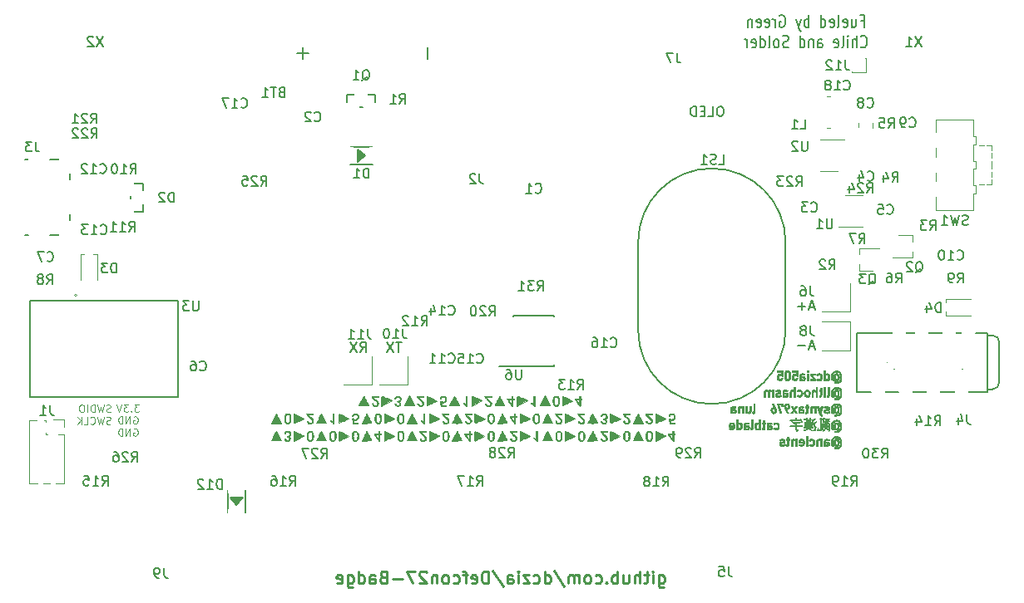
<source format=gbo>
G04 #@! TF.GenerationSoftware,KiCad,Pcbnew,(5.1.0)-1*
G04 #@! TF.CreationDate,2019-05-19T22:51:14-06:00*
G04 #@! TF.ProjectId,laser-theremin,6c617365-722d-4746-9865-72656d696e2e,rev?*
G04 #@! TF.SameCoordinates,Original*
G04 #@! TF.FileFunction,Legend,Bot*
G04 #@! TF.FilePolarity,Positive*
%FSLAX46Y46*%
G04 Gerber Fmt 4.6, Leading zero omitted, Abs format (unit mm)*
G04 Created by KiCad (PCBNEW (5.1.0)-1) date 2019-05-19 22:51:14*
%MOMM*%
%LPD*%
G04 APERTURE LIST*
%ADD10C,0.200000*%
%ADD11C,0.250000*%
%ADD12C,0.150000*%
%ADD13C,0.100000*%
%ADD14C,0.010000*%
%ADD15C,0.120000*%
%ADD16C,0.127000*%
%ADD17C,0.066040*%
%ADD18C,2.650000*%
%ADD19C,2.650000*%
%ADD20O,2.550000X2.150000*%
%ADD21C,1.600000*%
%ADD22C,2.400000*%
%ADD23C,4.387800*%
%ADD24R,2.400000X2.400000*%
%ADD25C,2.100000*%
%ADD26O,2.100000X2.100000*%
%ADD27R,1.400000X1.400000*%
%ADD28O,1.400000X1.400000*%
%ADD29R,1.600000X2.600000*%
%ADD30R,2.000000X1.800000*%
%ADD31R,1.600000X1.800000*%
%ADD32R,1.100000X2.000000*%
%ADD33R,2.900000X1.650000*%
%ADD34C,1.300000*%
%ADD35R,1.460000X1.050000*%
%ADD36C,2.200000*%
%ADD37O,3.600000X3.900000*%
%ADD38C,0.990000*%
%ADD39C,1.375000*%
%ADD40R,1.797000X1.797000*%
%ADD41R,1.543000X1.416000*%
%ADD42R,1.400000X1.997660*%
%ADD43O,2.550000X1.450000*%
%ADD44C,0.900000*%
%ADD45O,1.900000X0.800000*%
%ADD46R,1.750000X3.800000*%
%ADD47R,1.416000X1.543000*%
%ADD48R,1.100000X0.850000*%
%ADD49R,0.850000X1.000000*%
%ADD50R,1.000000X0.850000*%
%ADD51O,2.400000X1.600000*%
%ADD52R,2.900000X2.900000*%
%ADD53R,1.398220X2.647900*%
%ADD54C,1.400000*%
%ADD55R,2.100000X2.100000*%
%ADD56C,1.900000*%
%ADD57R,1.950000X1.000000*%
%ADD58R,0.900000X0.900000*%
G04 APERTURE END LIST*
D10*
X183375238Y-64873214D02*
X183708571Y-64873214D01*
X183708571Y-65527976D02*
X183708571Y-64277976D01*
X183232380Y-64277976D01*
X182422857Y-64694642D02*
X182422857Y-65527976D01*
X182851428Y-64694642D02*
X182851428Y-65349404D01*
X182803809Y-65468452D01*
X182708571Y-65527976D01*
X182565714Y-65527976D01*
X182470476Y-65468452D01*
X182422857Y-65408928D01*
X181565714Y-65468452D02*
X181660952Y-65527976D01*
X181851428Y-65527976D01*
X181946666Y-65468452D01*
X181994285Y-65349404D01*
X181994285Y-64873214D01*
X181946666Y-64754166D01*
X181851428Y-64694642D01*
X181660952Y-64694642D01*
X181565714Y-64754166D01*
X181518095Y-64873214D01*
X181518095Y-64992261D01*
X181994285Y-65111309D01*
X180946666Y-65527976D02*
X181041904Y-65468452D01*
X181089523Y-65349404D01*
X181089523Y-64277976D01*
X180184761Y-65468452D02*
X180280000Y-65527976D01*
X180470476Y-65527976D01*
X180565714Y-65468452D01*
X180613333Y-65349404D01*
X180613333Y-64873214D01*
X180565714Y-64754166D01*
X180470476Y-64694642D01*
X180280000Y-64694642D01*
X180184761Y-64754166D01*
X180137142Y-64873214D01*
X180137142Y-64992261D01*
X180613333Y-65111309D01*
X179280000Y-65527976D02*
X179280000Y-64277976D01*
X179280000Y-65468452D02*
X179375238Y-65527976D01*
X179565714Y-65527976D01*
X179660952Y-65468452D01*
X179708571Y-65408928D01*
X179756190Y-65289880D01*
X179756190Y-64932738D01*
X179708571Y-64813690D01*
X179660952Y-64754166D01*
X179565714Y-64694642D01*
X179375238Y-64694642D01*
X179280000Y-64754166D01*
X178041904Y-65527976D02*
X178041904Y-64277976D01*
X178041904Y-64754166D02*
X177946666Y-64694642D01*
X177756190Y-64694642D01*
X177660952Y-64754166D01*
X177613333Y-64813690D01*
X177565714Y-64932738D01*
X177565714Y-65289880D01*
X177613333Y-65408928D01*
X177660952Y-65468452D01*
X177756190Y-65527976D01*
X177946666Y-65527976D01*
X178041904Y-65468452D01*
X177232380Y-64694642D02*
X176994285Y-65527976D01*
X176756190Y-64694642D02*
X176994285Y-65527976D01*
X177089523Y-65825595D01*
X177137142Y-65885119D01*
X177232380Y-65944642D01*
X175089523Y-64337500D02*
X175184761Y-64277976D01*
X175327619Y-64277976D01*
X175470476Y-64337500D01*
X175565714Y-64456547D01*
X175613333Y-64575595D01*
X175660952Y-64813690D01*
X175660952Y-64992261D01*
X175613333Y-65230357D01*
X175565714Y-65349404D01*
X175470476Y-65468452D01*
X175327619Y-65527976D01*
X175232380Y-65527976D01*
X175089523Y-65468452D01*
X175041904Y-65408928D01*
X175041904Y-64992261D01*
X175232380Y-64992261D01*
X174613333Y-65527976D02*
X174613333Y-64694642D01*
X174613333Y-64932738D02*
X174565714Y-64813690D01*
X174518095Y-64754166D01*
X174422857Y-64694642D01*
X174327619Y-64694642D01*
X173613333Y-65468452D02*
X173708571Y-65527976D01*
X173899047Y-65527976D01*
X173994285Y-65468452D01*
X174041904Y-65349404D01*
X174041904Y-64873214D01*
X173994285Y-64754166D01*
X173899047Y-64694642D01*
X173708571Y-64694642D01*
X173613333Y-64754166D01*
X173565714Y-64873214D01*
X173565714Y-64992261D01*
X174041904Y-65111309D01*
X172756190Y-65468452D02*
X172851428Y-65527976D01*
X173041904Y-65527976D01*
X173137142Y-65468452D01*
X173184761Y-65349404D01*
X173184761Y-64873214D01*
X173137142Y-64754166D01*
X173041904Y-64694642D01*
X172851428Y-64694642D01*
X172756190Y-64754166D01*
X172708571Y-64873214D01*
X172708571Y-64992261D01*
X173184761Y-65111309D01*
X172280000Y-64694642D02*
X172280000Y-65527976D01*
X172280000Y-64813690D02*
X172232380Y-64754166D01*
X172137142Y-64694642D01*
X171994285Y-64694642D01*
X171899047Y-64754166D01*
X171851428Y-64873214D01*
X171851428Y-65527976D01*
X183351428Y-67483928D02*
X183399047Y-67543452D01*
X183541904Y-67602976D01*
X183637142Y-67602976D01*
X183780000Y-67543452D01*
X183875238Y-67424404D01*
X183922857Y-67305357D01*
X183970476Y-67067261D01*
X183970476Y-66888690D01*
X183922857Y-66650595D01*
X183875238Y-66531547D01*
X183780000Y-66412500D01*
X183637142Y-66352976D01*
X183541904Y-66352976D01*
X183399047Y-66412500D01*
X183351428Y-66472023D01*
X182922857Y-67602976D02*
X182922857Y-66352976D01*
X182494285Y-67602976D02*
X182494285Y-66948214D01*
X182541904Y-66829166D01*
X182637142Y-66769642D01*
X182780000Y-66769642D01*
X182875238Y-66829166D01*
X182922857Y-66888690D01*
X182018095Y-67602976D02*
X182018095Y-66769642D01*
X182018095Y-66352976D02*
X182065714Y-66412500D01*
X182018095Y-66472023D01*
X181970476Y-66412500D01*
X182018095Y-66352976D01*
X182018095Y-66472023D01*
X181399047Y-67602976D02*
X181494285Y-67543452D01*
X181541904Y-67424404D01*
X181541904Y-66352976D01*
X180637142Y-67543452D02*
X180732380Y-67602976D01*
X180922857Y-67602976D01*
X181018095Y-67543452D01*
X181065714Y-67424404D01*
X181065714Y-66948214D01*
X181018095Y-66829166D01*
X180922857Y-66769642D01*
X180732380Y-66769642D01*
X180637142Y-66829166D01*
X180589523Y-66948214D01*
X180589523Y-67067261D01*
X181065714Y-67186309D01*
X178970476Y-67602976D02*
X178970476Y-66948214D01*
X179018095Y-66829166D01*
X179113333Y-66769642D01*
X179303809Y-66769642D01*
X179399047Y-66829166D01*
X178970476Y-67543452D02*
X179065714Y-67602976D01*
X179303809Y-67602976D01*
X179399047Y-67543452D01*
X179446666Y-67424404D01*
X179446666Y-67305357D01*
X179399047Y-67186309D01*
X179303809Y-67126785D01*
X179065714Y-67126785D01*
X178970476Y-67067261D01*
X178494285Y-66769642D02*
X178494285Y-67602976D01*
X178494285Y-66888690D02*
X178446666Y-66829166D01*
X178351428Y-66769642D01*
X178208571Y-66769642D01*
X178113333Y-66829166D01*
X178065714Y-66948214D01*
X178065714Y-67602976D01*
X177160952Y-67602976D02*
X177160952Y-66352976D01*
X177160952Y-67543452D02*
X177256190Y-67602976D01*
X177446666Y-67602976D01*
X177541904Y-67543452D01*
X177589523Y-67483928D01*
X177637142Y-67364880D01*
X177637142Y-67007738D01*
X177589523Y-66888690D01*
X177541904Y-66829166D01*
X177446666Y-66769642D01*
X177256190Y-66769642D01*
X177160952Y-66829166D01*
X175970476Y-67543452D02*
X175827619Y-67602976D01*
X175589523Y-67602976D01*
X175494285Y-67543452D01*
X175446666Y-67483928D01*
X175399047Y-67364880D01*
X175399047Y-67245833D01*
X175446666Y-67126785D01*
X175494285Y-67067261D01*
X175589523Y-67007738D01*
X175780000Y-66948214D01*
X175875238Y-66888690D01*
X175922857Y-66829166D01*
X175970476Y-66710119D01*
X175970476Y-66591071D01*
X175922857Y-66472023D01*
X175875238Y-66412500D01*
X175780000Y-66352976D01*
X175541904Y-66352976D01*
X175399047Y-66412500D01*
X174827619Y-67602976D02*
X174922857Y-67543452D01*
X174970476Y-67483928D01*
X175018095Y-67364880D01*
X175018095Y-67007738D01*
X174970476Y-66888690D01*
X174922857Y-66829166D01*
X174827619Y-66769642D01*
X174684761Y-66769642D01*
X174589523Y-66829166D01*
X174541904Y-66888690D01*
X174494285Y-67007738D01*
X174494285Y-67364880D01*
X174541904Y-67483928D01*
X174589523Y-67543452D01*
X174684761Y-67602976D01*
X174827619Y-67602976D01*
X173922857Y-67602976D02*
X174018095Y-67543452D01*
X174065714Y-67424404D01*
X174065714Y-66352976D01*
X173113333Y-67602976D02*
X173113333Y-66352976D01*
X173113333Y-67543452D02*
X173208571Y-67602976D01*
X173399047Y-67602976D01*
X173494285Y-67543452D01*
X173541904Y-67483928D01*
X173589523Y-67364880D01*
X173589523Y-67007738D01*
X173541904Y-66888690D01*
X173494285Y-66829166D01*
X173399047Y-66769642D01*
X173208571Y-66769642D01*
X173113333Y-66829166D01*
X172256190Y-67543452D02*
X172351428Y-67602976D01*
X172541904Y-67602976D01*
X172637142Y-67543452D01*
X172684761Y-67424404D01*
X172684761Y-66948214D01*
X172637142Y-66829166D01*
X172541904Y-66769642D01*
X172351428Y-66769642D01*
X172256190Y-66829166D01*
X172208571Y-66948214D01*
X172208571Y-67067261D01*
X172684761Y-67186309D01*
X171780000Y-67602976D02*
X171780000Y-66769642D01*
X171780000Y-67007738D02*
X171732380Y-66888690D01*
X171684761Y-66829166D01*
X171589523Y-66769642D01*
X171494285Y-66769642D01*
D11*
X162751190Y-121382142D02*
X162751190Y-122394047D01*
X162810714Y-122513095D01*
X162870238Y-122572619D01*
X162989285Y-122632142D01*
X163167857Y-122632142D01*
X163286904Y-122572619D01*
X162751190Y-122155952D02*
X162870238Y-122215476D01*
X163108333Y-122215476D01*
X163227380Y-122155952D01*
X163286904Y-122096428D01*
X163346428Y-121977380D01*
X163346428Y-121620238D01*
X163286904Y-121501190D01*
X163227380Y-121441666D01*
X163108333Y-121382142D01*
X162870238Y-121382142D01*
X162751190Y-121441666D01*
X162155952Y-122215476D02*
X162155952Y-121382142D01*
X162155952Y-120965476D02*
X162215476Y-121025000D01*
X162155952Y-121084523D01*
X162096428Y-121025000D01*
X162155952Y-120965476D01*
X162155952Y-121084523D01*
X161739285Y-121382142D02*
X161263095Y-121382142D01*
X161560714Y-120965476D02*
X161560714Y-122036904D01*
X161501190Y-122155952D01*
X161382142Y-122215476D01*
X161263095Y-122215476D01*
X160846428Y-122215476D02*
X160846428Y-120965476D01*
X160310714Y-122215476D02*
X160310714Y-121560714D01*
X160370238Y-121441666D01*
X160489285Y-121382142D01*
X160667857Y-121382142D01*
X160786904Y-121441666D01*
X160846428Y-121501190D01*
X159179761Y-121382142D02*
X159179761Y-122215476D01*
X159715476Y-121382142D02*
X159715476Y-122036904D01*
X159655952Y-122155952D01*
X159536904Y-122215476D01*
X159358333Y-122215476D01*
X159239285Y-122155952D01*
X159179761Y-122096428D01*
X158584523Y-122215476D02*
X158584523Y-120965476D01*
X158584523Y-121441666D02*
X158465476Y-121382142D01*
X158227380Y-121382142D01*
X158108333Y-121441666D01*
X158048809Y-121501190D01*
X157989285Y-121620238D01*
X157989285Y-121977380D01*
X158048809Y-122096428D01*
X158108333Y-122155952D01*
X158227380Y-122215476D01*
X158465476Y-122215476D01*
X158584523Y-122155952D01*
X157453571Y-122096428D02*
X157394047Y-122155952D01*
X157453571Y-122215476D01*
X157513095Y-122155952D01*
X157453571Y-122096428D01*
X157453571Y-122215476D01*
X156322619Y-122155952D02*
X156441666Y-122215476D01*
X156679761Y-122215476D01*
X156798809Y-122155952D01*
X156858333Y-122096428D01*
X156917857Y-121977380D01*
X156917857Y-121620238D01*
X156858333Y-121501190D01*
X156798809Y-121441666D01*
X156679761Y-121382142D01*
X156441666Y-121382142D01*
X156322619Y-121441666D01*
X155608333Y-122215476D02*
X155727380Y-122155952D01*
X155786904Y-122096428D01*
X155846428Y-121977380D01*
X155846428Y-121620238D01*
X155786904Y-121501190D01*
X155727380Y-121441666D01*
X155608333Y-121382142D01*
X155429761Y-121382142D01*
X155310714Y-121441666D01*
X155251190Y-121501190D01*
X155191666Y-121620238D01*
X155191666Y-121977380D01*
X155251190Y-122096428D01*
X155310714Y-122155952D01*
X155429761Y-122215476D01*
X155608333Y-122215476D01*
X154655952Y-122215476D02*
X154655952Y-121382142D01*
X154655952Y-121501190D02*
X154596428Y-121441666D01*
X154477380Y-121382142D01*
X154298809Y-121382142D01*
X154179761Y-121441666D01*
X154120238Y-121560714D01*
X154120238Y-122215476D01*
X154120238Y-121560714D02*
X154060714Y-121441666D01*
X153941666Y-121382142D01*
X153763095Y-121382142D01*
X153644047Y-121441666D01*
X153584523Y-121560714D01*
X153584523Y-122215476D01*
X152096428Y-120905952D02*
X153167857Y-122513095D01*
X151144047Y-122215476D02*
X151144047Y-120965476D01*
X151144047Y-122155952D02*
X151263095Y-122215476D01*
X151501190Y-122215476D01*
X151620238Y-122155952D01*
X151679761Y-122096428D01*
X151739285Y-121977380D01*
X151739285Y-121620238D01*
X151679761Y-121501190D01*
X151620238Y-121441666D01*
X151501190Y-121382142D01*
X151263095Y-121382142D01*
X151144047Y-121441666D01*
X150013095Y-122155952D02*
X150132142Y-122215476D01*
X150370238Y-122215476D01*
X150489285Y-122155952D01*
X150548809Y-122096428D01*
X150608333Y-121977380D01*
X150608333Y-121620238D01*
X150548809Y-121501190D01*
X150489285Y-121441666D01*
X150370238Y-121382142D01*
X150132142Y-121382142D01*
X150013095Y-121441666D01*
X149596428Y-121382142D02*
X148941666Y-121382142D01*
X149596428Y-122215476D01*
X148941666Y-122215476D01*
X148465476Y-122215476D02*
X148465476Y-121382142D01*
X148465476Y-120965476D02*
X148525000Y-121025000D01*
X148465476Y-121084523D01*
X148405952Y-121025000D01*
X148465476Y-120965476D01*
X148465476Y-121084523D01*
X147334523Y-122215476D02*
X147334523Y-121560714D01*
X147394047Y-121441666D01*
X147513095Y-121382142D01*
X147751190Y-121382142D01*
X147870238Y-121441666D01*
X147334523Y-122155952D02*
X147453571Y-122215476D01*
X147751190Y-122215476D01*
X147870238Y-122155952D01*
X147929761Y-122036904D01*
X147929761Y-121917857D01*
X147870238Y-121798809D01*
X147751190Y-121739285D01*
X147453571Y-121739285D01*
X147334523Y-121679761D01*
X145846428Y-120905952D02*
X146917857Y-122513095D01*
X145429761Y-122215476D02*
X145429761Y-120965476D01*
X145132142Y-120965476D01*
X144953571Y-121025000D01*
X144834523Y-121144047D01*
X144775000Y-121263095D01*
X144715476Y-121501190D01*
X144715476Y-121679761D01*
X144775000Y-121917857D01*
X144834523Y-122036904D01*
X144953571Y-122155952D01*
X145132142Y-122215476D01*
X145429761Y-122215476D01*
X143703571Y-122155952D02*
X143822619Y-122215476D01*
X144060714Y-122215476D01*
X144179761Y-122155952D01*
X144239285Y-122036904D01*
X144239285Y-121560714D01*
X144179761Y-121441666D01*
X144060714Y-121382142D01*
X143822619Y-121382142D01*
X143703571Y-121441666D01*
X143644047Y-121560714D01*
X143644047Y-121679761D01*
X144239285Y-121798809D01*
X143286904Y-121382142D02*
X142810714Y-121382142D01*
X143108333Y-122215476D02*
X143108333Y-121144047D01*
X143048809Y-121025000D01*
X142929761Y-120965476D01*
X142810714Y-120965476D01*
X141858333Y-122155952D02*
X141977380Y-122215476D01*
X142215476Y-122215476D01*
X142334523Y-122155952D01*
X142394047Y-122096428D01*
X142453571Y-121977380D01*
X142453571Y-121620238D01*
X142394047Y-121501190D01*
X142334523Y-121441666D01*
X142215476Y-121382142D01*
X141977380Y-121382142D01*
X141858333Y-121441666D01*
X141144047Y-122215476D02*
X141263095Y-122155952D01*
X141322619Y-122096428D01*
X141382142Y-121977380D01*
X141382142Y-121620238D01*
X141322619Y-121501190D01*
X141263095Y-121441666D01*
X141144047Y-121382142D01*
X140965476Y-121382142D01*
X140846428Y-121441666D01*
X140786904Y-121501190D01*
X140727380Y-121620238D01*
X140727380Y-121977380D01*
X140786904Y-122096428D01*
X140846428Y-122155952D01*
X140965476Y-122215476D01*
X141144047Y-122215476D01*
X140191666Y-121382142D02*
X140191666Y-122215476D01*
X140191666Y-121501190D02*
X140132142Y-121441666D01*
X140013095Y-121382142D01*
X139834523Y-121382142D01*
X139715476Y-121441666D01*
X139655952Y-121560714D01*
X139655952Y-122215476D01*
X139120238Y-121084523D02*
X139060714Y-121025000D01*
X138941666Y-120965476D01*
X138644047Y-120965476D01*
X138525000Y-121025000D01*
X138465476Y-121084523D01*
X138405952Y-121203571D01*
X138405952Y-121322619D01*
X138465476Y-121501190D01*
X139179761Y-122215476D01*
X138405952Y-122215476D01*
X137989285Y-120965476D02*
X137155952Y-120965476D01*
X137691666Y-122215476D01*
X136679761Y-121739285D02*
X135727380Y-121739285D01*
X134715476Y-121560714D02*
X134536904Y-121620238D01*
X134477380Y-121679761D01*
X134417857Y-121798809D01*
X134417857Y-121977380D01*
X134477380Y-122096428D01*
X134536904Y-122155952D01*
X134655952Y-122215476D01*
X135132142Y-122215476D01*
X135132142Y-120965476D01*
X134715476Y-120965476D01*
X134596428Y-121025000D01*
X134536904Y-121084523D01*
X134477380Y-121203571D01*
X134477380Y-121322619D01*
X134536904Y-121441666D01*
X134596428Y-121501190D01*
X134715476Y-121560714D01*
X135132142Y-121560714D01*
X133346428Y-122215476D02*
X133346428Y-121560714D01*
X133405952Y-121441666D01*
X133525000Y-121382142D01*
X133763095Y-121382142D01*
X133882142Y-121441666D01*
X133346428Y-122155952D02*
X133465476Y-122215476D01*
X133763095Y-122215476D01*
X133882142Y-122155952D01*
X133941666Y-122036904D01*
X133941666Y-121917857D01*
X133882142Y-121798809D01*
X133763095Y-121739285D01*
X133465476Y-121739285D01*
X133346428Y-121679761D01*
X132215476Y-122215476D02*
X132215476Y-120965476D01*
X132215476Y-122155952D02*
X132334523Y-122215476D01*
X132572619Y-122215476D01*
X132691666Y-122155952D01*
X132751190Y-122096428D01*
X132810714Y-121977380D01*
X132810714Y-121620238D01*
X132751190Y-121501190D01*
X132691666Y-121441666D01*
X132572619Y-121382142D01*
X132334523Y-121382142D01*
X132215476Y-121441666D01*
X131084523Y-121382142D02*
X131084523Y-122394047D01*
X131144047Y-122513095D01*
X131203571Y-122572619D01*
X131322619Y-122632142D01*
X131501190Y-122632142D01*
X131620238Y-122572619D01*
X131084523Y-122155952D02*
X131203571Y-122215476D01*
X131441666Y-122215476D01*
X131560714Y-122155952D01*
X131620238Y-122096428D01*
X131679761Y-121977380D01*
X131679761Y-121620238D01*
X131620238Y-121501190D01*
X131560714Y-121441666D01*
X131441666Y-121382142D01*
X131203571Y-121382142D01*
X131084523Y-121441666D01*
X130013095Y-122155952D02*
X130132142Y-122215476D01*
X130370238Y-122215476D01*
X130489285Y-122155952D01*
X130548809Y-122036904D01*
X130548809Y-121560714D01*
X130489285Y-121441666D01*
X130370238Y-121382142D01*
X130132142Y-121382142D01*
X130013095Y-121441666D01*
X129953571Y-121560714D01*
X129953571Y-121679761D01*
X130548809Y-121798809D01*
D12*
X132386666Y-98622380D02*
X132720000Y-98146190D01*
X132958095Y-98622380D02*
X132958095Y-97622380D01*
X132577142Y-97622380D01*
X132481904Y-97670000D01*
X132434285Y-97717619D01*
X132386666Y-97812857D01*
X132386666Y-97955714D01*
X132434285Y-98050952D01*
X132481904Y-98098571D01*
X132577142Y-98146190D01*
X132958095Y-98146190D01*
X132053333Y-97622380D02*
X131386666Y-98622380D01*
X131386666Y-97622380D02*
X132053333Y-98622380D01*
X136591904Y-97622380D02*
X136020476Y-97622380D01*
X136306190Y-98622380D02*
X136306190Y-97622380D01*
X135782380Y-97622380D02*
X135115714Y-98622380D01*
X135115714Y-97622380D02*
X135782380Y-98622380D01*
X178617142Y-98086666D02*
X178140952Y-98086666D01*
X178712380Y-98372380D02*
X178379047Y-97372380D01*
X178045714Y-98372380D01*
X177712380Y-97991428D02*
X176950476Y-97991428D01*
X178617142Y-94066666D02*
X178140952Y-94066666D01*
X178712380Y-94352380D02*
X178379047Y-93352380D01*
X178045714Y-94352380D01*
X177712380Y-93971428D02*
X176950476Y-93971428D01*
X177331428Y-94352380D02*
X177331428Y-93590476D01*
X169132380Y-73612380D02*
X168941904Y-73612380D01*
X168846666Y-73660000D01*
X168751428Y-73755238D01*
X168703809Y-73945714D01*
X168703809Y-74279047D01*
X168751428Y-74469523D01*
X168846666Y-74564761D01*
X168941904Y-74612380D01*
X169132380Y-74612380D01*
X169227619Y-74564761D01*
X169322857Y-74469523D01*
X169370476Y-74279047D01*
X169370476Y-73945714D01*
X169322857Y-73755238D01*
X169227619Y-73660000D01*
X169132380Y-73612380D01*
X167799047Y-74612380D02*
X168275238Y-74612380D01*
X168275238Y-73612380D01*
X167465714Y-74088571D02*
X167132380Y-74088571D01*
X166989523Y-74612380D02*
X167465714Y-74612380D01*
X167465714Y-73612380D01*
X166989523Y-73612380D01*
X166560952Y-74612380D02*
X166560952Y-73612380D01*
X166322857Y-73612380D01*
X166180000Y-73660000D01*
X166084761Y-73755238D01*
X166037142Y-73850476D01*
X165989523Y-74040952D01*
X165989523Y-74183809D01*
X166037142Y-74374285D01*
X166084761Y-74469523D01*
X166180000Y-74564761D01*
X166322857Y-74612380D01*
X166560952Y-74612380D01*
D13*
X106976428Y-105953571D02*
X106869285Y-105989285D01*
X106690714Y-105989285D01*
X106619285Y-105953571D01*
X106583571Y-105917857D01*
X106547857Y-105846428D01*
X106547857Y-105775000D01*
X106583571Y-105703571D01*
X106619285Y-105667857D01*
X106690714Y-105632142D01*
X106833571Y-105596428D01*
X106905000Y-105560714D01*
X106940714Y-105525000D01*
X106976428Y-105453571D01*
X106976428Y-105382142D01*
X106940714Y-105310714D01*
X106905000Y-105275000D01*
X106833571Y-105239285D01*
X106655000Y-105239285D01*
X106547857Y-105275000D01*
X106297857Y-105239285D02*
X106119285Y-105989285D01*
X105976428Y-105453571D01*
X105833571Y-105989285D01*
X105655000Y-105239285D01*
X104940714Y-105917857D02*
X104976428Y-105953571D01*
X105083571Y-105989285D01*
X105155000Y-105989285D01*
X105262142Y-105953571D01*
X105333571Y-105882142D01*
X105369285Y-105810714D01*
X105405000Y-105667857D01*
X105405000Y-105560714D01*
X105369285Y-105417857D01*
X105333571Y-105346428D01*
X105262142Y-105275000D01*
X105155000Y-105239285D01*
X105083571Y-105239285D01*
X104976428Y-105275000D01*
X104940714Y-105310714D01*
X104262142Y-105989285D02*
X104619285Y-105989285D01*
X104619285Y-105239285D01*
X104012142Y-105989285D02*
X104012142Y-105239285D01*
X103583571Y-105989285D02*
X103905000Y-105560714D01*
X103583571Y-105239285D02*
X104012142Y-105667857D01*
X106979285Y-104713571D02*
X106872142Y-104749285D01*
X106693571Y-104749285D01*
X106622142Y-104713571D01*
X106586428Y-104677857D01*
X106550714Y-104606428D01*
X106550714Y-104535000D01*
X106586428Y-104463571D01*
X106622142Y-104427857D01*
X106693571Y-104392142D01*
X106836428Y-104356428D01*
X106907857Y-104320714D01*
X106943571Y-104285000D01*
X106979285Y-104213571D01*
X106979285Y-104142142D01*
X106943571Y-104070714D01*
X106907857Y-104035000D01*
X106836428Y-103999285D01*
X106657857Y-103999285D01*
X106550714Y-104035000D01*
X106300714Y-103999285D02*
X106122142Y-104749285D01*
X105979285Y-104213571D01*
X105836428Y-104749285D01*
X105657857Y-103999285D01*
X105372142Y-104749285D02*
X105372142Y-103999285D01*
X105193571Y-103999285D01*
X105086428Y-104035000D01*
X105015000Y-104106428D01*
X104979285Y-104177857D01*
X104943571Y-104320714D01*
X104943571Y-104427857D01*
X104979285Y-104570714D01*
X105015000Y-104642142D01*
X105086428Y-104713571D01*
X105193571Y-104749285D01*
X105372142Y-104749285D01*
X104622142Y-104749285D02*
X104622142Y-103999285D01*
X104122142Y-103999285D02*
X103979285Y-103999285D01*
X103907857Y-104035000D01*
X103836428Y-104106428D01*
X103800714Y-104249285D01*
X103800714Y-104499285D01*
X103836428Y-104642142D01*
X103907857Y-104713571D01*
X103979285Y-104749285D01*
X104122142Y-104749285D01*
X104193571Y-104713571D01*
X104265000Y-104642142D01*
X104300714Y-104499285D01*
X104300714Y-104249285D01*
X104265000Y-104106428D01*
X104193571Y-104035000D01*
X104122142Y-103999285D01*
X109867142Y-103974285D02*
X109402857Y-103974285D01*
X109652857Y-104260000D01*
X109545714Y-104260000D01*
X109474285Y-104295714D01*
X109438571Y-104331428D01*
X109402857Y-104402857D01*
X109402857Y-104581428D01*
X109438571Y-104652857D01*
X109474285Y-104688571D01*
X109545714Y-104724285D01*
X109760000Y-104724285D01*
X109831428Y-104688571D01*
X109867142Y-104652857D01*
X109081428Y-104652857D02*
X109045714Y-104688571D01*
X109081428Y-104724285D01*
X109117142Y-104688571D01*
X109081428Y-104652857D01*
X109081428Y-104724285D01*
X108795714Y-103974285D02*
X108331428Y-103974285D01*
X108581428Y-104260000D01*
X108474285Y-104260000D01*
X108402857Y-104295714D01*
X108367142Y-104331428D01*
X108331428Y-104402857D01*
X108331428Y-104581428D01*
X108367142Y-104652857D01*
X108402857Y-104688571D01*
X108474285Y-104724285D01*
X108688571Y-104724285D01*
X108760000Y-104688571D01*
X108795714Y-104652857D01*
X108117142Y-103974285D02*
X107867142Y-104724285D01*
X107617142Y-103974285D01*
X109331428Y-105235000D02*
X109402857Y-105199285D01*
X109510000Y-105199285D01*
X109617142Y-105235000D01*
X109688571Y-105306428D01*
X109724285Y-105377857D01*
X109760000Y-105520714D01*
X109760000Y-105627857D01*
X109724285Y-105770714D01*
X109688571Y-105842142D01*
X109617142Y-105913571D01*
X109510000Y-105949285D01*
X109438571Y-105949285D01*
X109331428Y-105913571D01*
X109295714Y-105877857D01*
X109295714Y-105627857D01*
X109438571Y-105627857D01*
X108974285Y-105949285D02*
X108974285Y-105199285D01*
X108545714Y-105949285D01*
X108545714Y-105199285D01*
X108188571Y-105949285D02*
X108188571Y-105199285D01*
X108010000Y-105199285D01*
X107902857Y-105235000D01*
X107831428Y-105306428D01*
X107795714Y-105377857D01*
X107760000Y-105520714D01*
X107760000Y-105627857D01*
X107795714Y-105770714D01*
X107831428Y-105842142D01*
X107902857Y-105913571D01*
X108010000Y-105949285D01*
X108188571Y-105949285D01*
X109331428Y-106460000D02*
X109402857Y-106424285D01*
X109510000Y-106424285D01*
X109617142Y-106460000D01*
X109688571Y-106531428D01*
X109724285Y-106602857D01*
X109760000Y-106745714D01*
X109760000Y-106852857D01*
X109724285Y-106995714D01*
X109688571Y-107067142D01*
X109617142Y-107138571D01*
X109510000Y-107174285D01*
X109438571Y-107174285D01*
X109331428Y-107138571D01*
X109295714Y-107102857D01*
X109295714Y-106852857D01*
X109438571Y-106852857D01*
X108974285Y-107174285D02*
X108974285Y-106424285D01*
X108545714Y-107174285D01*
X108545714Y-106424285D01*
X108188571Y-107174285D02*
X108188571Y-106424285D01*
X108010000Y-106424285D01*
X107902857Y-106460000D01*
X107831428Y-106531428D01*
X107795714Y-106602857D01*
X107760000Y-106745714D01*
X107760000Y-106852857D01*
X107795714Y-106995714D01*
X107831428Y-107067142D01*
X107902857Y-107138571D01*
X108010000Y-107174285D01*
X108188571Y-107174285D01*
D14*
G36*
X177853124Y-100527409D02*
G01*
X177829033Y-100541257D01*
X177822856Y-100577389D01*
X177822666Y-100599250D01*
X177825230Y-100646682D01*
X177841056Y-100667762D01*
X177882350Y-100673167D01*
X177907333Y-100673333D01*
X177961542Y-100671090D01*
X177985633Y-100657242D01*
X177991811Y-100621110D01*
X177992000Y-100599250D01*
X177989437Y-100551817D01*
X177973610Y-100530737D01*
X177932316Y-100525332D01*
X177907333Y-100525166D01*
X177853124Y-100527409D01*
X177853124Y-100527409D01*
G37*
X177853124Y-100527409D02*
X177829033Y-100541257D01*
X177822856Y-100577389D01*
X177822666Y-100599250D01*
X177825230Y-100646682D01*
X177841056Y-100667762D01*
X177882350Y-100673167D01*
X177907333Y-100673333D01*
X177961542Y-100671090D01*
X177985633Y-100657242D01*
X177991811Y-100621110D01*
X177992000Y-100599250D01*
X177989437Y-100551817D01*
X177973610Y-100530737D01*
X177932316Y-100525332D01*
X177907333Y-100525166D01*
X177853124Y-100527409D01*
G36*
X174838166Y-100673333D02*
G01*
X175198000Y-100673333D01*
X175198000Y-100853555D01*
X175105411Y-100846191D01*
X174997923Y-100851678D01*
X174916460Y-100888261D01*
X174859901Y-100957284D01*
X174827127Y-101060089D01*
X174817000Y-101191916D01*
X174824093Y-101315877D01*
X174847141Y-101406309D01*
X174888797Y-101469874D01*
X174943307Y-101509058D01*
X175027518Y-101534316D01*
X175126133Y-101537885D01*
X175217856Y-101519910D01*
X175247372Y-101506977D01*
X175294490Y-101466360D01*
X175337571Y-101405085D01*
X175347048Y-101386116D01*
X175386768Y-101297750D01*
X175312366Y-101291109D01*
X175252054Y-101294067D01*
X175209224Y-101322361D01*
X175195279Y-101338734D01*
X175138059Y-101383416D01*
X175073576Y-101388814D01*
X175011276Y-101354329D01*
X175007500Y-101350666D01*
X174980125Y-101309877D01*
X174967348Y-101250275D01*
X174965166Y-101191916D01*
X174976944Y-101094624D01*
X175009603Y-101028007D01*
X175059131Y-100994995D01*
X175121517Y-100998516D01*
X175182609Y-101033166D01*
X175242583Y-101064019D01*
X175301880Y-101075500D01*
X175367333Y-101075500D01*
X175367333Y-100525166D01*
X174838166Y-100525166D01*
X174838166Y-100673333D01*
X174838166Y-100673333D01*
G37*
X174838166Y-100673333D02*
X175198000Y-100673333D01*
X175198000Y-100853555D01*
X175105411Y-100846191D01*
X174997923Y-100851678D01*
X174916460Y-100888261D01*
X174859901Y-100957284D01*
X174827127Y-101060089D01*
X174817000Y-101191916D01*
X174824093Y-101315877D01*
X174847141Y-101406309D01*
X174888797Y-101469874D01*
X174943307Y-101509058D01*
X175027518Y-101534316D01*
X175126133Y-101537885D01*
X175217856Y-101519910D01*
X175247372Y-101506977D01*
X175294490Y-101466360D01*
X175337571Y-101405085D01*
X175347048Y-101386116D01*
X175386768Y-101297750D01*
X175312366Y-101291109D01*
X175252054Y-101294067D01*
X175209224Y-101322361D01*
X175195279Y-101338734D01*
X175138059Y-101383416D01*
X175073576Y-101388814D01*
X175011276Y-101354329D01*
X175007500Y-101350666D01*
X174980125Y-101309877D01*
X174967348Y-101250275D01*
X174965166Y-101191916D01*
X174976944Y-101094624D01*
X175009603Y-101028007D01*
X175059131Y-100994995D01*
X175121517Y-100998516D01*
X175182609Y-101033166D01*
X175242583Y-101064019D01*
X175301880Y-101075500D01*
X175367333Y-101075500D01*
X175367333Y-100525166D01*
X174838166Y-100525166D01*
X174838166Y-100673333D01*
G36*
X175768120Y-100530420D02*
G01*
X175694825Y-100550454D01*
X175648499Y-100579194D01*
X175614307Y-100621262D01*
X175590310Y-100682926D01*
X175574573Y-100770455D01*
X175565157Y-100890116D01*
X175561700Y-100981243D01*
X175560669Y-101150386D01*
X175569679Y-101282301D01*
X175590822Y-101381341D01*
X175626189Y-101451860D01*
X175677873Y-101498211D01*
X175747968Y-101524747D01*
X175827998Y-101535253D01*
X175942970Y-101531341D01*
X176013276Y-101509869D01*
X176058868Y-101483011D01*
X176092166Y-101451553D01*
X176115310Y-101408560D01*
X176130440Y-101347096D01*
X176139698Y-101260226D01*
X176145224Y-101141014D01*
X176146212Y-101105606D01*
X176001600Y-101105606D01*
X175996777Y-101213320D01*
X175983814Y-101290274D01*
X175961993Y-101341987D01*
X175947073Y-101360569D01*
X175892509Y-101388475D01*
X175826126Y-101387901D01*
X175767170Y-101359123D01*
X175765875Y-101357969D01*
X175749978Y-101338842D01*
X175739071Y-101310338D01*
X175732253Y-101265020D01*
X175728620Y-101195451D01*
X175727270Y-101094194D01*
X175727166Y-101039077D01*
X175728750Y-100930456D01*
X175733081Y-100834541D01*
X175739534Y-100760627D01*
X175747481Y-100718011D01*
X175749078Y-100714275D01*
X175785786Y-100684998D01*
X175844063Y-100672652D01*
X175906451Y-100677764D01*
X175955492Y-100700863D01*
X175962266Y-100707814D01*
X175978517Y-100750299D01*
X175990755Y-100832285D01*
X175998594Y-100951095D01*
X175999001Y-100961613D01*
X176001600Y-101105606D01*
X176146212Y-101105606D01*
X176147024Y-101076535D01*
X176148962Y-100922556D01*
X176145237Y-100804641D01*
X176134561Y-100716746D01*
X176115644Y-100652830D01*
X176087197Y-100606849D01*
X176047930Y-100572760D01*
X176038222Y-100566566D01*
X175961986Y-100537976D01*
X175865538Y-100525626D01*
X175768120Y-100530420D01*
X175768120Y-100530420D01*
G37*
X175768120Y-100530420D02*
X175694825Y-100550454D01*
X175648499Y-100579194D01*
X175614307Y-100621262D01*
X175590310Y-100682926D01*
X175574573Y-100770455D01*
X175565157Y-100890116D01*
X175561700Y-100981243D01*
X175560669Y-101150386D01*
X175569679Y-101282301D01*
X175590822Y-101381341D01*
X175626189Y-101451860D01*
X175677873Y-101498211D01*
X175747968Y-101524747D01*
X175827998Y-101535253D01*
X175942970Y-101531341D01*
X176013276Y-101509869D01*
X176058868Y-101483011D01*
X176092166Y-101451553D01*
X176115310Y-101408560D01*
X176130440Y-101347096D01*
X176139698Y-101260226D01*
X176145224Y-101141014D01*
X176146212Y-101105606D01*
X176001600Y-101105606D01*
X175996777Y-101213320D01*
X175983814Y-101290274D01*
X175961993Y-101341987D01*
X175947073Y-101360569D01*
X175892509Y-101388475D01*
X175826126Y-101387901D01*
X175767170Y-101359123D01*
X175765875Y-101357969D01*
X175749978Y-101338842D01*
X175739071Y-101310338D01*
X175732253Y-101265020D01*
X175728620Y-101195451D01*
X175727270Y-101094194D01*
X175727166Y-101039077D01*
X175728750Y-100930456D01*
X175733081Y-100834541D01*
X175739534Y-100760627D01*
X175747481Y-100718011D01*
X175749078Y-100714275D01*
X175785786Y-100684998D01*
X175844063Y-100672652D01*
X175906451Y-100677764D01*
X175955492Y-100700863D01*
X175962266Y-100707814D01*
X175978517Y-100750299D01*
X175990755Y-100832285D01*
X175998594Y-100951095D01*
X175999001Y-100961613D01*
X176001600Y-101105606D01*
X176146212Y-101105606D01*
X176147024Y-101076535D01*
X176148962Y-100922556D01*
X176145237Y-100804641D01*
X176134561Y-100716746D01*
X176115644Y-100652830D01*
X176087197Y-100606849D01*
X176047930Y-100572760D01*
X176038222Y-100566566D01*
X175961986Y-100537976D01*
X175865538Y-100525626D01*
X175768120Y-100530420D01*
G36*
X176362166Y-100673333D02*
G01*
X176722000Y-100673333D01*
X176722000Y-100853555D01*
X176629411Y-100846191D01*
X176521923Y-100851678D01*
X176440460Y-100888261D01*
X176383901Y-100957284D01*
X176351127Y-101060089D01*
X176341000Y-101191916D01*
X176348093Y-101315877D01*
X176371141Y-101406309D01*
X176412797Y-101469874D01*
X176467307Y-101509058D01*
X176551518Y-101534316D01*
X176650133Y-101537885D01*
X176741856Y-101519910D01*
X176771372Y-101506977D01*
X176818490Y-101466360D01*
X176861571Y-101405085D01*
X176871048Y-101386116D01*
X176910768Y-101297750D01*
X176836366Y-101291109D01*
X176776054Y-101294067D01*
X176733224Y-101322361D01*
X176719279Y-101338734D01*
X176662059Y-101383416D01*
X176597576Y-101388814D01*
X176535276Y-101354329D01*
X176531500Y-101350666D01*
X176504125Y-101309877D01*
X176491348Y-101250275D01*
X176489166Y-101191916D01*
X176500944Y-101094624D01*
X176533603Y-101028007D01*
X176583131Y-100994995D01*
X176645517Y-100998516D01*
X176706609Y-101033166D01*
X176766583Y-101064019D01*
X176825880Y-101075500D01*
X176891333Y-101075500D01*
X176891333Y-100525166D01*
X176362166Y-100525166D01*
X176362166Y-100673333D01*
X176362166Y-100673333D01*
G37*
X176362166Y-100673333D02*
X176722000Y-100673333D01*
X176722000Y-100853555D01*
X176629411Y-100846191D01*
X176521923Y-100851678D01*
X176440460Y-100888261D01*
X176383901Y-100957284D01*
X176351127Y-101060089D01*
X176341000Y-101191916D01*
X176348093Y-101315877D01*
X176371141Y-101406309D01*
X176412797Y-101469874D01*
X176467307Y-101509058D01*
X176551518Y-101534316D01*
X176650133Y-101537885D01*
X176741856Y-101519910D01*
X176771372Y-101506977D01*
X176818490Y-101466360D01*
X176861571Y-101405085D01*
X176871048Y-101386116D01*
X176910768Y-101297750D01*
X176836366Y-101291109D01*
X176776054Y-101294067D01*
X176733224Y-101322361D01*
X176719279Y-101338734D01*
X176662059Y-101383416D01*
X176597576Y-101388814D01*
X176535276Y-101354329D01*
X176531500Y-101350666D01*
X176504125Y-101309877D01*
X176491348Y-101250275D01*
X176489166Y-101191916D01*
X176500944Y-101094624D01*
X176533603Y-101028007D01*
X176583131Y-100994995D01*
X176645517Y-100998516D01*
X176706609Y-101033166D01*
X176766583Y-101064019D01*
X176825880Y-101075500D01*
X176891333Y-101075500D01*
X176891333Y-100525166D01*
X176362166Y-100525166D01*
X176362166Y-100673333D01*
G36*
X177248064Y-100828495D02*
G01*
X177168601Y-100880447D01*
X177115333Y-100955328D01*
X177109486Y-100970399D01*
X177099225Y-101021020D01*
X177090741Y-101102119D01*
X177085010Y-101201848D01*
X177083028Y-101292458D01*
X177081833Y-101541166D01*
X177155916Y-101541166D01*
X177204881Y-101535664D01*
X177229359Y-101522133D01*
X177230000Y-101519255D01*
X177242957Y-101508155D01*
X177270942Y-101519255D01*
X177338381Y-101538031D01*
X177425542Y-101540173D01*
X177513737Y-101526847D01*
X177583393Y-101499763D01*
X177640550Y-101447732D01*
X177665403Y-101381937D01*
X177667461Y-101335443D01*
X177521166Y-101335443D01*
X177493071Y-101380904D01*
X177443953Y-101405496D01*
X177375738Y-101413312D01*
X177308198Y-101404351D01*
X177263262Y-101380904D01*
X177238591Y-101335712D01*
X177230000Y-101285654D01*
X177232386Y-101249127D01*
X177246774Y-101230801D01*
X177284009Y-101224406D01*
X177337225Y-101223666D01*
X177408283Y-101227898D01*
X177466878Y-101238637D01*
X177485391Y-101245578D01*
X177520153Y-101284070D01*
X177521166Y-101335443D01*
X177667461Y-101335443D01*
X177670062Y-101276719D01*
X177640001Y-101195643D01*
X177575180Y-101138674D01*
X177475560Y-101105773D01*
X177360865Y-101096699D01*
X177288587Y-101095816D01*
X177250050Y-101090923D01*
X177236669Y-101078582D01*
X177239857Y-101055360D01*
X177241747Y-101049041D01*
X177262388Y-100999433D01*
X177277515Y-100974958D01*
X177314831Y-100955977D01*
X177374893Y-100949243D01*
X177439804Y-100955157D01*
X177485176Y-100970295D01*
X177528591Y-100979610D01*
X177579274Y-100957120D01*
X177579816Y-100956766D01*
X177618241Y-100923738D01*
X177620482Y-100893974D01*
X177584847Y-100861467D01*
X177546702Y-100839282D01*
X177446806Y-100805006D01*
X177344030Y-100802379D01*
X177248064Y-100828495D01*
X177248064Y-100828495D01*
G37*
X177248064Y-100828495D02*
X177168601Y-100880447D01*
X177115333Y-100955328D01*
X177109486Y-100970399D01*
X177099225Y-101021020D01*
X177090741Y-101102119D01*
X177085010Y-101201848D01*
X177083028Y-101292458D01*
X177081833Y-101541166D01*
X177155916Y-101541166D01*
X177204881Y-101535664D01*
X177229359Y-101522133D01*
X177230000Y-101519255D01*
X177242957Y-101508155D01*
X177270942Y-101519255D01*
X177338381Y-101538031D01*
X177425542Y-101540173D01*
X177513737Y-101526847D01*
X177583393Y-101499763D01*
X177640550Y-101447732D01*
X177665403Y-101381937D01*
X177667461Y-101335443D01*
X177521166Y-101335443D01*
X177493071Y-101380904D01*
X177443953Y-101405496D01*
X177375738Y-101413312D01*
X177308198Y-101404351D01*
X177263262Y-101380904D01*
X177238591Y-101335712D01*
X177230000Y-101285654D01*
X177232386Y-101249127D01*
X177246774Y-101230801D01*
X177284009Y-101224406D01*
X177337225Y-101223666D01*
X177408283Y-101227898D01*
X177466878Y-101238637D01*
X177485391Y-101245578D01*
X177520153Y-101284070D01*
X177521166Y-101335443D01*
X177667461Y-101335443D01*
X177670062Y-101276719D01*
X177640001Y-101195643D01*
X177575180Y-101138674D01*
X177475560Y-101105773D01*
X177360865Y-101096699D01*
X177288587Y-101095816D01*
X177250050Y-101090923D01*
X177236669Y-101078582D01*
X177239857Y-101055360D01*
X177241747Y-101049041D01*
X177262388Y-100999433D01*
X177277515Y-100974958D01*
X177314831Y-100955977D01*
X177374893Y-100949243D01*
X177439804Y-100955157D01*
X177485176Y-100970295D01*
X177528591Y-100979610D01*
X177579274Y-100957120D01*
X177579816Y-100956766D01*
X177618241Y-100923738D01*
X177620482Y-100893974D01*
X177584847Y-100861467D01*
X177546702Y-100839282D01*
X177446806Y-100805006D01*
X177344030Y-100802379D01*
X177248064Y-100828495D01*
G36*
X177822666Y-101541166D02*
G01*
X177992000Y-101541166D01*
X177992000Y-100821500D01*
X177822666Y-100821500D01*
X177822666Y-101541166D01*
X177822666Y-101541166D01*
G37*
X177822666Y-101541166D02*
X177992000Y-101541166D01*
X177992000Y-100821500D01*
X177822666Y-100821500D01*
X177822666Y-101541166D01*
G36*
X178161867Y-100879708D02*
G01*
X178175964Y-100927192D01*
X178218099Y-101001867D01*
X178288983Y-101104921D01*
X178329919Y-101160166D01*
X178497437Y-101382416D01*
X178161333Y-101394712D01*
X178161333Y-101541166D01*
X178690500Y-101541166D01*
X178690500Y-101464995D01*
X178686128Y-101426819D01*
X178670294Y-101384264D01*
X178638916Y-101330214D01*
X178587915Y-101257556D01*
X178520541Y-101168661D01*
X178350583Y-100948500D01*
X178690500Y-100948500D01*
X178690500Y-100821500D01*
X178161333Y-100821500D01*
X178161867Y-100879708D01*
X178161867Y-100879708D01*
G37*
X178161867Y-100879708D02*
X178175964Y-100927192D01*
X178218099Y-101001867D01*
X178288983Y-101104921D01*
X178329919Y-101160166D01*
X178497437Y-101382416D01*
X178161333Y-101394712D01*
X178161333Y-101541166D01*
X178690500Y-101541166D01*
X178690500Y-101464995D01*
X178686128Y-101426819D01*
X178670294Y-101384264D01*
X178638916Y-101330214D01*
X178587915Y-101257556D01*
X178520541Y-101168661D01*
X178350583Y-100948500D01*
X178690500Y-100948500D01*
X178690500Y-100821500D01*
X178161333Y-100821500D01*
X178161867Y-100879708D01*
G36*
X178989377Y-100813983D02*
G01*
X178907458Y-100842096D01*
X178843703Y-100878884D01*
X178820514Y-100915379D01*
X178836376Y-100955900D01*
X178859203Y-100979680D01*
X178889976Y-101002902D01*
X178919429Y-101005043D01*
X178965765Y-100986624D01*
X178973527Y-100982960D01*
X179055432Y-100953576D01*
X179120175Y-100955300D01*
X179179680Y-100988478D01*
X179180280Y-100988963D01*
X179207713Y-101016701D01*
X179222872Y-101052056D01*
X179229210Y-101107587D01*
X179230250Y-101170749D01*
X179228297Y-101249917D01*
X179220136Y-101299398D01*
X179202315Y-101331751D01*
X179180280Y-101352536D01*
X179105792Y-101388370D01*
X179022869Y-101383152D01*
X178963553Y-101356634D01*
X178919785Y-101333842D01*
X178891686Y-101335431D01*
X178859207Y-101363056D01*
X178856804Y-101365454D01*
X178825143Y-101415124D01*
X178835206Y-101459503D01*
X178887165Y-101499041D01*
X178911772Y-101510372D01*
X179013186Y-101536516D01*
X179121713Y-101538400D01*
X179220042Y-101516629D01*
X179257982Y-101498290D01*
X179313998Y-101449449D01*
X179356149Y-101387992D01*
X179358524Y-101382633D01*
X179379854Y-101300188D01*
X179388507Y-101196924D01*
X179384739Y-101089670D01*
X179368805Y-100995254D01*
X179351925Y-100948500D01*
X179291712Y-100872197D01*
X179205709Y-100823025D01*
X179102177Y-100802961D01*
X178989377Y-100813983D01*
X178989377Y-100813983D01*
G37*
X178989377Y-100813983D02*
X178907458Y-100842096D01*
X178843703Y-100878884D01*
X178820514Y-100915379D01*
X178836376Y-100955900D01*
X178859203Y-100979680D01*
X178889976Y-101002902D01*
X178919429Y-101005043D01*
X178965765Y-100986624D01*
X178973527Y-100982960D01*
X179055432Y-100953576D01*
X179120175Y-100955300D01*
X179179680Y-100988478D01*
X179180280Y-100988963D01*
X179207713Y-101016701D01*
X179222872Y-101052056D01*
X179229210Y-101107587D01*
X179230250Y-101170749D01*
X179228297Y-101249917D01*
X179220136Y-101299398D01*
X179202315Y-101331751D01*
X179180280Y-101352536D01*
X179105792Y-101388370D01*
X179022869Y-101383152D01*
X178963553Y-101356634D01*
X178919785Y-101333842D01*
X178891686Y-101335431D01*
X178859207Y-101363056D01*
X178856804Y-101365454D01*
X178825143Y-101415124D01*
X178835206Y-101459503D01*
X178887165Y-101499041D01*
X178911772Y-101510372D01*
X179013186Y-101536516D01*
X179121713Y-101538400D01*
X179220042Y-101516629D01*
X179257982Y-101498290D01*
X179313998Y-101449449D01*
X179356149Y-101387992D01*
X179358524Y-101382633D01*
X179379854Y-101300188D01*
X179388507Y-101196924D01*
X179384739Y-101089670D01*
X179368805Y-100995254D01*
X179351925Y-100948500D01*
X179291712Y-100872197D01*
X179205709Y-100823025D01*
X179102177Y-100802961D01*
X178989377Y-100813983D01*
G36*
X179558333Y-101541166D02*
G01*
X179641236Y-101541166D01*
X179698054Y-101534914D01*
X179731227Y-101519041D01*
X179733840Y-101514708D01*
X179747974Y-101498864D01*
X179771587Y-101514708D01*
X179815664Y-101533526D01*
X179882781Y-101539539D01*
X179955696Y-101532960D01*
X180017169Y-101514000D01*
X180021670Y-101511628D01*
X180071926Y-101470464D01*
X180100295Y-101433003D01*
X180114273Y-101384751D01*
X180123691Y-101306823D01*
X180128392Y-101212691D01*
X179981877Y-101212691D01*
X179972391Y-101290589D01*
X179952780Y-101346059D01*
X179946636Y-101354291D01*
X179898716Y-101382534D01*
X179835313Y-101392390D01*
X179776577Y-101382473D01*
X179753066Y-101367600D01*
X179739338Y-101331790D01*
X179730576Y-101260886D01*
X179727666Y-101167261D01*
X179728932Y-101078918D01*
X179734038Y-101023430D01*
X179744946Y-100991357D01*
X179763620Y-100973263D01*
X179768608Y-100970411D01*
X179840972Y-100949307D01*
X179907042Y-100960959D01*
X179948716Y-100995543D01*
X179970128Y-101050057D01*
X179981152Y-101127477D01*
X179981877Y-101212691D01*
X180128392Y-101212691D01*
X180128445Y-101211637D01*
X180128435Y-101111614D01*
X180123558Y-101019176D01*
X180113711Y-100946742D01*
X180104546Y-100916158D01*
X180055766Y-100855697D01*
X179982096Y-100815999D01*
X179897276Y-100800517D01*
X179815049Y-100812705D01*
X179774710Y-100833283D01*
X179727666Y-100866233D01*
X179727666Y-100525166D01*
X179558333Y-100525166D01*
X179558333Y-101541166D01*
X179558333Y-101541166D01*
G37*
X179558333Y-101541166D02*
X179641236Y-101541166D01*
X179698054Y-101534914D01*
X179731227Y-101519041D01*
X179733840Y-101514708D01*
X179747974Y-101498864D01*
X179771587Y-101514708D01*
X179815664Y-101533526D01*
X179882781Y-101539539D01*
X179955696Y-101532960D01*
X180017169Y-101514000D01*
X180021670Y-101511628D01*
X180071926Y-101470464D01*
X180100295Y-101433003D01*
X180114273Y-101384751D01*
X180123691Y-101306823D01*
X180128392Y-101212691D01*
X179981877Y-101212691D01*
X179972391Y-101290589D01*
X179952780Y-101346059D01*
X179946636Y-101354291D01*
X179898716Y-101382534D01*
X179835313Y-101392390D01*
X179776577Y-101382473D01*
X179753066Y-101367600D01*
X179739338Y-101331790D01*
X179730576Y-101260886D01*
X179727666Y-101167261D01*
X179728932Y-101078918D01*
X179734038Y-101023430D01*
X179744946Y-100991357D01*
X179763620Y-100973263D01*
X179768608Y-100970411D01*
X179840972Y-100949307D01*
X179907042Y-100960959D01*
X179948716Y-100995543D01*
X179970128Y-101050057D01*
X179981152Y-101127477D01*
X179981877Y-101212691D01*
X180128392Y-101212691D01*
X180128445Y-101211637D01*
X180128435Y-101111614D01*
X180123558Y-101019176D01*
X180113711Y-100946742D01*
X180104546Y-100916158D01*
X180055766Y-100855697D01*
X179982096Y-100815999D01*
X179897276Y-100800517D01*
X179815049Y-100812705D01*
X179774710Y-100833283D01*
X179727666Y-100866233D01*
X179727666Y-100525166D01*
X179558333Y-100525166D01*
X179558333Y-101541166D01*
G36*
X180682050Y-100559045D02*
G01*
X180557024Y-100597818D01*
X180459161Y-100664759D01*
X180388818Y-100754754D01*
X180365347Y-100797318D01*
X180348937Y-100837495D01*
X180338055Y-100884403D01*
X180331173Y-100947162D01*
X180326759Y-101034892D01*
X180323619Y-101143247D01*
X180320953Y-101259213D01*
X180320502Y-101340709D01*
X180323331Y-101395587D01*
X180330503Y-101431694D01*
X180343085Y-101456880D01*
X180362141Y-101478994D01*
X180370282Y-101487205D01*
X180441485Y-101530354D01*
X180528908Y-101540983D01*
X180620383Y-101517974D01*
X180633982Y-101511407D01*
X180679962Y-101492981D01*
X180713538Y-101499247D01*
X180732227Y-101511407D01*
X180793254Y-101535188D01*
X180873856Y-101541087D01*
X180955598Y-101529864D01*
X181020046Y-101502279D01*
X181023911Y-101499382D01*
X181070154Y-101439681D01*
X181103770Y-101347843D01*
X181122029Y-101232895D01*
X181124548Y-101166668D01*
X181122440Y-101144275D01*
X180971622Y-101144275D01*
X180968610Y-101228373D01*
X180957373Y-101303876D01*
X180938585Y-101355359D01*
X180935116Y-101360105D01*
X180887780Y-101387880D01*
X180825994Y-101389982D01*
X180766873Y-101368948D01*
X180728590Y-101329500D01*
X180709577Y-101262563D01*
X180702881Y-101174969D01*
X180708493Y-101086485D01*
X180726405Y-101016879D01*
X180728729Y-101012000D01*
X180755974Y-100975852D01*
X180798540Y-100961006D01*
X180838916Y-100959083D01*
X180899213Y-100964940D01*
X180934584Y-100987712D01*
X180950284Y-101012000D01*
X180965737Y-101067009D01*
X180971622Y-101144275D01*
X181122440Y-101144275D01*
X181111388Y-101026903D01*
X181072437Y-100919663D01*
X181027743Y-100862261D01*
X180989237Y-100832792D01*
X180944248Y-100817153D01*
X180878145Y-100811366D01*
X180838916Y-100810916D01*
X180759002Y-100813648D01*
X180706589Y-100824494D01*
X180667050Y-100847432D01*
X180650090Y-100862261D01*
X180604059Y-100921006D01*
X180573893Y-100999542D01*
X180557636Y-101105244D01*
X180553285Y-101227709D01*
X180548758Y-101329697D01*
X180535445Y-101391047D01*
X180513481Y-101411488D01*
X180483003Y-101390751D01*
X180475872Y-101381604D01*
X180460458Y-101337600D01*
X180451091Y-101264061D01*
X180448014Y-101173387D01*
X180451472Y-101077977D01*
X180461708Y-100990229D01*
X180467600Y-100960721D01*
X180513688Y-100844775D01*
X180589373Y-100755974D01*
X180689904Y-100698614D01*
X180779285Y-100678761D01*
X180917486Y-100681558D01*
X181030972Y-100718559D01*
X181119349Y-100789319D01*
X181182220Y-100893391D01*
X181219192Y-101030330D01*
X181229982Y-101187666D01*
X181219335Y-101341269D01*
X181187036Y-101459957D01*
X181130121Y-101546803D01*
X181045626Y-101604876D01*
X180930587Y-101637249D01*
X180786680Y-101647000D01*
X180616666Y-101647000D01*
X180616666Y-101795166D01*
X180791291Y-101793750D01*
X180886091Y-101789742D01*
X180976058Y-101780455D01*
X181043774Y-101767772D01*
X181051027Y-101765665D01*
X181156669Y-101722298D01*
X181232871Y-101663312D01*
X181292206Y-101578287D01*
X181303573Y-101556404D01*
X181326803Y-101505988D01*
X181342246Y-101458653D01*
X181351461Y-101403852D01*
X181356007Y-101331036D01*
X181357443Y-101229659D01*
X181357500Y-101191531D01*
X181353558Y-101034905D01*
X181340568Y-100912607D01*
X181316779Y-100817266D01*
X181280443Y-100741508D01*
X181237566Y-100686122D01*
X181152055Y-100615543D01*
X181047136Y-100570846D01*
X180915549Y-100549502D01*
X180837781Y-100546798D01*
X180682050Y-100559045D01*
X180682050Y-100559045D01*
G37*
X180682050Y-100559045D02*
X180557024Y-100597818D01*
X180459161Y-100664759D01*
X180388818Y-100754754D01*
X180365347Y-100797318D01*
X180348937Y-100837495D01*
X180338055Y-100884403D01*
X180331173Y-100947162D01*
X180326759Y-101034892D01*
X180323619Y-101143247D01*
X180320953Y-101259213D01*
X180320502Y-101340709D01*
X180323331Y-101395587D01*
X180330503Y-101431694D01*
X180343085Y-101456880D01*
X180362141Y-101478994D01*
X180370282Y-101487205D01*
X180441485Y-101530354D01*
X180528908Y-101540983D01*
X180620383Y-101517974D01*
X180633982Y-101511407D01*
X180679962Y-101492981D01*
X180713538Y-101499247D01*
X180732227Y-101511407D01*
X180793254Y-101535188D01*
X180873856Y-101541087D01*
X180955598Y-101529864D01*
X181020046Y-101502279D01*
X181023911Y-101499382D01*
X181070154Y-101439681D01*
X181103770Y-101347843D01*
X181122029Y-101232895D01*
X181124548Y-101166668D01*
X181122440Y-101144275D01*
X180971622Y-101144275D01*
X180968610Y-101228373D01*
X180957373Y-101303876D01*
X180938585Y-101355359D01*
X180935116Y-101360105D01*
X180887780Y-101387880D01*
X180825994Y-101389982D01*
X180766873Y-101368948D01*
X180728590Y-101329500D01*
X180709577Y-101262563D01*
X180702881Y-101174969D01*
X180708493Y-101086485D01*
X180726405Y-101016879D01*
X180728729Y-101012000D01*
X180755974Y-100975852D01*
X180798540Y-100961006D01*
X180838916Y-100959083D01*
X180899213Y-100964940D01*
X180934584Y-100987712D01*
X180950284Y-101012000D01*
X180965737Y-101067009D01*
X180971622Y-101144275D01*
X181122440Y-101144275D01*
X181111388Y-101026903D01*
X181072437Y-100919663D01*
X181027743Y-100862261D01*
X180989237Y-100832792D01*
X180944248Y-100817153D01*
X180878145Y-100811366D01*
X180838916Y-100810916D01*
X180759002Y-100813648D01*
X180706589Y-100824494D01*
X180667050Y-100847432D01*
X180650090Y-100862261D01*
X180604059Y-100921006D01*
X180573893Y-100999542D01*
X180557636Y-101105244D01*
X180553285Y-101227709D01*
X180548758Y-101329697D01*
X180535445Y-101391047D01*
X180513481Y-101411488D01*
X180483003Y-101390751D01*
X180475872Y-101381604D01*
X180460458Y-101337600D01*
X180451091Y-101264061D01*
X180448014Y-101173387D01*
X180451472Y-101077977D01*
X180461708Y-100990229D01*
X180467600Y-100960721D01*
X180513688Y-100844775D01*
X180589373Y-100755974D01*
X180689904Y-100698614D01*
X180779285Y-100678761D01*
X180917486Y-100681558D01*
X181030972Y-100718559D01*
X181119349Y-100789319D01*
X181182220Y-100893391D01*
X181219192Y-101030330D01*
X181229982Y-101187666D01*
X181219335Y-101341269D01*
X181187036Y-101459957D01*
X181130121Y-101546803D01*
X181045626Y-101604876D01*
X180930587Y-101637249D01*
X180786680Y-101647000D01*
X180616666Y-101647000D01*
X180616666Y-101795166D01*
X180791291Y-101793750D01*
X180886091Y-101789742D01*
X180976058Y-101780455D01*
X181043774Y-101767772D01*
X181051027Y-101765665D01*
X181156669Y-101722298D01*
X181232871Y-101663312D01*
X181292206Y-101578287D01*
X181303573Y-101556404D01*
X181326803Y-101505988D01*
X181342246Y-101458653D01*
X181351461Y-101403852D01*
X181356007Y-101331036D01*
X181357443Y-101229659D01*
X181357500Y-101191531D01*
X181353558Y-101034905D01*
X181340568Y-100912607D01*
X181316779Y-100817266D01*
X181280443Y-100741508D01*
X181237566Y-100686122D01*
X181152055Y-100615543D01*
X181047136Y-100570846D01*
X180915549Y-100549502D01*
X180837781Y-100546798D01*
X180682050Y-100559045D01*
G36*
X179582764Y-102200609D02*
G01*
X179562400Y-102219096D01*
X179558342Y-102265777D01*
X179558333Y-102271416D01*
X179561610Y-102321069D01*
X179580096Y-102341432D01*
X179626778Y-102345490D01*
X179632416Y-102345500D01*
X179682069Y-102342223D01*
X179702433Y-102323736D01*
X179706491Y-102277055D01*
X179706500Y-102271416D01*
X179703223Y-102221763D01*
X179684737Y-102201400D01*
X179638055Y-102197342D01*
X179632416Y-102197333D01*
X179582764Y-102200609D01*
X179582764Y-102200609D01*
G37*
X179582764Y-102200609D02*
X179562400Y-102219096D01*
X179558342Y-102265777D01*
X179558333Y-102271416D01*
X179561610Y-102321069D01*
X179580096Y-102341432D01*
X179626778Y-102345490D01*
X179632416Y-102345500D01*
X179682069Y-102342223D01*
X179702433Y-102323736D01*
X179706491Y-102277055D01*
X179706500Y-102271416D01*
X179703223Y-102221763D01*
X179684737Y-102201400D01*
X179638055Y-102197342D01*
X179632416Y-102197333D01*
X179582764Y-102200609D01*
G36*
X173592933Y-102486661D02*
G01*
X173537196Y-102522713D01*
X173497088Y-102575847D01*
X173468936Y-102646566D01*
X173451290Y-102741553D01*
X173442700Y-102867491D01*
X173441285Y-102964625D01*
X173441166Y-103192166D01*
X173610500Y-103192166D01*
X173610500Y-102941447D01*
X173612631Y-102817032D01*
X173620628Y-102728900D01*
X173636898Y-102671141D01*
X173663850Y-102637847D01*
X173703890Y-102623107D01*
X173741178Y-102620666D01*
X173789045Y-102626754D01*
X173823066Y-102648833D01*
X173845414Y-102692624D01*
X173858265Y-102763850D01*
X173863792Y-102868230D01*
X173864500Y-102945125D01*
X173864500Y-103192166D01*
X174033833Y-103192166D01*
X174033833Y-102941447D01*
X174035964Y-102817032D01*
X174043961Y-102728900D01*
X174060232Y-102671141D01*
X174087183Y-102637847D01*
X174127223Y-102623107D01*
X174164511Y-102620666D01*
X174212379Y-102626754D01*
X174246399Y-102648833D01*
X174268747Y-102692624D01*
X174281598Y-102763850D01*
X174287125Y-102868230D01*
X174287833Y-102945125D01*
X174287833Y-103192166D01*
X174436000Y-103192166D01*
X174436000Y-102472500D01*
X174361916Y-102472500D01*
X174307907Y-102478968D01*
X174288218Y-102500232D01*
X174287833Y-102505450D01*
X174284007Y-102526567D01*
X174265036Y-102521597D01*
X174240790Y-102505450D01*
X174166784Y-102476458D01*
X174078971Y-102474368D01*
X173995277Y-102498062D01*
X173955648Y-102523210D01*
X173895382Y-102573921D01*
X173836427Y-102523210D01*
X173761669Y-102482399D01*
X173675516Y-102470208D01*
X173592933Y-102486661D01*
X173592933Y-102486661D01*
G37*
X173592933Y-102486661D02*
X173537196Y-102522713D01*
X173497088Y-102575847D01*
X173468936Y-102646566D01*
X173451290Y-102741553D01*
X173442700Y-102867491D01*
X173441285Y-102964625D01*
X173441166Y-103192166D01*
X173610500Y-103192166D01*
X173610500Y-102941447D01*
X173612631Y-102817032D01*
X173620628Y-102728900D01*
X173636898Y-102671141D01*
X173663850Y-102637847D01*
X173703890Y-102623107D01*
X173741178Y-102620666D01*
X173789045Y-102626754D01*
X173823066Y-102648833D01*
X173845414Y-102692624D01*
X173858265Y-102763850D01*
X173863792Y-102868230D01*
X173864500Y-102945125D01*
X173864500Y-103192166D01*
X174033833Y-103192166D01*
X174033833Y-102941447D01*
X174035964Y-102817032D01*
X174043961Y-102728900D01*
X174060232Y-102671141D01*
X174087183Y-102637847D01*
X174127223Y-102623107D01*
X174164511Y-102620666D01*
X174212379Y-102626754D01*
X174246399Y-102648833D01*
X174268747Y-102692624D01*
X174281598Y-102763850D01*
X174287125Y-102868230D01*
X174287833Y-102945125D01*
X174287833Y-103192166D01*
X174436000Y-103192166D01*
X174436000Y-102472500D01*
X174361916Y-102472500D01*
X174307907Y-102478968D01*
X174288218Y-102500232D01*
X174287833Y-102505450D01*
X174284007Y-102526567D01*
X174265036Y-102521597D01*
X174240790Y-102505450D01*
X174166784Y-102476458D01*
X174078971Y-102474368D01*
X173995277Y-102498062D01*
X173955648Y-102523210D01*
X173895382Y-102573921D01*
X173836427Y-102523210D01*
X173761669Y-102482399D01*
X173675516Y-102470208D01*
X173592933Y-102486661D01*
G36*
X176531500Y-102540868D02*
G01*
X176479328Y-102506684D01*
X176405088Y-102478998D01*
X176315410Y-102474773D01*
X176230620Y-102494820D01*
X176226599Y-102496599D01*
X176181464Y-102526333D01*
X176148724Y-102572199D01*
X176126747Y-102640101D01*
X176113905Y-102735941D01*
X176108567Y-102865624D01*
X176108166Y-102925490D01*
X176108166Y-103192166D01*
X176256333Y-103192166D01*
X176256333Y-102948750D01*
X176257114Y-102841422D01*
X176260299Y-102767887D01*
X176267151Y-102719619D01*
X176278932Y-102688092D01*
X176296907Y-102664781D01*
X176298666Y-102663000D01*
X176357645Y-102628736D01*
X176425466Y-102623814D01*
X176484942Y-102648547D01*
X176496469Y-102659375D01*
X176512193Y-102684668D01*
X176522578Y-102724421D01*
X176528588Y-102786470D01*
X176531181Y-102878655D01*
X176531500Y-102945125D01*
X176531500Y-103192166D01*
X176679666Y-103192166D01*
X176679666Y-102197333D01*
X176531500Y-102197333D01*
X176531500Y-102540868D01*
X176531500Y-102540868D01*
G37*
X176531500Y-102540868D02*
X176479328Y-102506684D01*
X176405088Y-102478998D01*
X176315410Y-102474773D01*
X176230620Y-102494820D01*
X176226599Y-102496599D01*
X176181464Y-102526333D01*
X176148724Y-102572199D01*
X176126747Y-102640101D01*
X176113905Y-102735941D01*
X176108567Y-102865624D01*
X176108166Y-102925490D01*
X176108166Y-103192166D01*
X176256333Y-103192166D01*
X176256333Y-102948750D01*
X176257114Y-102841422D01*
X176260299Y-102767887D01*
X176267151Y-102719619D01*
X176278932Y-102688092D01*
X176296907Y-102664781D01*
X176298666Y-102663000D01*
X176357645Y-102628736D01*
X176425466Y-102623814D01*
X176484942Y-102648547D01*
X176496469Y-102659375D01*
X176512193Y-102684668D01*
X176522578Y-102724421D01*
X176528588Y-102786470D01*
X176531181Y-102878655D01*
X176531500Y-102945125D01*
X176531500Y-103192166D01*
X176679666Y-103192166D01*
X176679666Y-102197333D01*
X176531500Y-102197333D01*
X176531500Y-102540868D01*
G36*
X178754000Y-102538400D02*
G01*
X178706957Y-102505450D01*
X178641802Y-102480170D01*
X178559527Y-102473955D01*
X178480806Y-102486797D01*
X178441089Y-102505534D01*
X178397991Y-102542714D01*
X178367376Y-102589139D01*
X178347314Y-102652167D01*
X178335876Y-102739155D01*
X178331132Y-102857459D01*
X178330666Y-102926532D01*
X178330666Y-103192166D01*
X178475288Y-103192166D01*
X178482352Y-102936417D01*
X178487515Y-102813835D01*
X178497004Y-102727422D01*
X178513646Y-102671039D01*
X178540267Y-102638551D01*
X178579695Y-102623818D01*
X178627765Y-102620666D01*
X178676687Y-102626527D01*
X178711448Y-102647951D01*
X178734292Y-102690704D01*
X178747459Y-102760548D01*
X178753194Y-102863248D01*
X178754000Y-102945125D01*
X178754000Y-103192166D01*
X178902166Y-103192166D01*
X178902166Y-102197333D01*
X178754000Y-102197333D01*
X178754000Y-102538400D01*
X178754000Y-102538400D01*
G37*
X178754000Y-102538400D02*
X178706957Y-102505450D01*
X178641802Y-102480170D01*
X178559527Y-102473955D01*
X178480806Y-102486797D01*
X178441089Y-102505534D01*
X178397991Y-102542714D01*
X178367376Y-102589139D01*
X178347314Y-102652167D01*
X178335876Y-102739155D01*
X178331132Y-102857459D01*
X178330666Y-102926532D01*
X178330666Y-103192166D01*
X178475288Y-103192166D01*
X178482352Y-102936417D01*
X178487515Y-102813835D01*
X178497004Y-102727422D01*
X178513646Y-102671039D01*
X178540267Y-102638551D01*
X178579695Y-102623818D01*
X178627765Y-102620666D01*
X178676687Y-102626527D01*
X178711448Y-102647951D01*
X178734292Y-102690704D01*
X178747459Y-102760548D01*
X178753194Y-102863248D01*
X178754000Y-102945125D01*
X178754000Y-103192166D01*
X178902166Y-103192166D01*
X178902166Y-102197333D01*
X178754000Y-102197333D01*
X178754000Y-102538400D01*
G36*
X179558333Y-103192166D02*
G01*
X179706500Y-103192166D01*
X179706500Y-102472500D01*
X179558333Y-102472500D01*
X179558333Y-103192166D01*
X179558333Y-103192166D01*
G37*
X179558333Y-103192166D02*
X179706500Y-103192166D01*
X179706500Y-102472500D01*
X179558333Y-102472500D01*
X179558333Y-103192166D01*
G36*
X174859073Y-102477719D02*
G01*
X174769543Y-102490436D01*
X174690306Y-102511929D01*
X174633798Y-102539200D01*
X174616424Y-102556345D01*
X174620965Y-102582805D01*
X174646135Y-102624410D01*
X174649351Y-102628583D01*
X174680757Y-102664229D01*
X174707623Y-102671718D01*
X174749097Y-102654663D01*
X174759426Y-102649351D01*
X174824165Y-102626716D01*
X174897848Y-102616218D01*
X174964661Y-102618655D01*
X175008789Y-102634822D01*
X175010832Y-102636698D01*
X175025876Y-102674193D01*
X175025215Y-102697793D01*
X175010690Y-102722324D01*
X174972370Y-102739651D01*
X174901489Y-102753510D01*
X174890938Y-102755038D01*
X174772643Y-102776827D01*
X174690762Y-102806160D01*
X174639468Y-102847778D01*
X174612934Y-102906421D01*
X174605333Y-102986828D01*
X174605333Y-102987369D01*
X174624133Y-103071684D01*
X174676096Y-103138864D01*
X174754564Y-103186143D01*
X174852881Y-103210756D01*
X174964388Y-103209937D01*
X175076492Y-103183079D01*
X175148511Y-103151742D01*
X175198970Y-103118735D01*
X175218472Y-103090286D01*
X175218462Y-103089033D01*
X175205739Y-103064767D01*
X175178781Y-103029054D01*
X175139803Y-102982359D01*
X175058593Y-103023763D01*
X174975868Y-103054095D01*
X174894651Y-103064025D01*
X174824296Y-103054864D01*
X174774158Y-103027923D01*
X174753590Y-102984514D01*
X174753500Y-102981004D01*
X174757000Y-102952156D01*
X174772810Y-102932484D01*
X174808898Y-102918489D01*
X174873231Y-102906671D01*
X174944308Y-102897196D01*
X175048496Y-102879308D01*
X175117105Y-102853128D01*
X175156804Y-102813095D01*
X175174258Y-102753646D01*
X175176833Y-102703233D01*
X175165139Y-102606415D01*
X175127346Y-102539207D01*
X175059390Y-102497610D01*
X174957204Y-102477631D01*
X174946463Y-102476776D01*
X174859073Y-102477719D01*
X174859073Y-102477719D01*
G37*
X174859073Y-102477719D02*
X174769543Y-102490436D01*
X174690306Y-102511929D01*
X174633798Y-102539200D01*
X174616424Y-102556345D01*
X174620965Y-102582805D01*
X174646135Y-102624410D01*
X174649351Y-102628583D01*
X174680757Y-102664229D01*
X174707623Y-102671718D01*
X174749097Y-102654663D01*
X174759426Y-102649351D01*
X174824165Y-102626716D01*
X174897848Y-102616218D01*
X174964661Y-102618655D01*
X175008789Y-102634822D01*
X175010832Y-102636698D01*
X175025876Y-102674193D01*
X175025215Y-102697793D01*
X175010690Y-102722324D01*
X174972370Y-102739651D01*
X174901489Y-102753510D01*
X174890938Y-102755038D01*
X174772643Y-102776827D01*
X174690762Y-102806160D01*
X174639468Y-102847778D01*
X174612934Y-102906421D01*
X174605333Y-102986828D01*
X174605333Y-102987369D01*
X174624133Y-103071684D01*
X174676096Y-103138864D01*
X174754564Y-103186143D01*
X174852881Y-103210756D01*
X174964388Y-103209937D01*
X175076492Y-103183079D01*
X175148511Y-103151742D01*
X175198970Y-103118735D01*
X175218472Y-103090286D01*
X175218462Y-103089033D01*
X175205739Y-103064767D01*
X175178781Y-103029054D01*
X175139803Y-102982359D01*
X175058593Y-103023763D01*
X174975868Y-103054095D01*
X174894651Y-103064025D01*
X174824296Y-103054864D01*
X174774158Y-103027923D01*
X174753590Y-102984514D01*
X174753500Y-102981004D01*
X174757000Y-102952156D01*
X174772810Y-102932484D01*
X174808898Y-102918489D01*
X174873231Y-102906671D01*
X174944308Y-102897196D01*
X175048496Y-102879308D01*
X175117105Y-102853128D01*
X175156804Y-102813095D01*
X175174258Y-102753646D01*
X175176833Y-102703233D01*
X175165139Y-102606415D01*
X175127346Y-102539207D01*
X175059390Y-102497610D01*
X174957204Y-102477631D01*
X174946463Y-102476776D01*
X174859073Y-102477719D01*
G36*
X175614793Y-102477071D02*
G01*
X175538399Y-102485561D01*
X175488213Y-102501711D01*
X175448123Y-102532126D01*
X175427687Y-102553787D01*
X175403483Y-102582090D01*
X175386808Y-102608831D01*
X175376259Y-102642238D01*
X175370434Y-102690535D01*
X175367930Y-102761949D01*
X175367345Y-102864705D01*
X175367333Y-102907725D01*
X175367333Y-103194117D01*
X175457291Y-103192590D01*
X175536125Y-103194137D01*
X175625249Y-103199849D01*
X175653083Y-103202541D01*
X175763208Y-103201503D01*
X175826042Y-103183649D01*
X175891180Y-103140425D01*
X175927054Y-103078328D01*
X175938784Y-102988128D01*
X175938833Y-102980263D01*
X175938077Y-102974205D01*
X175787150Y-102974205D01*
X175782432Y-103010425D01*
X175751748Y-103054748D01*
X175694973Y-103080702D01*
X175625544Y-103085078D01*
X175556897Y-103064664D01*
X175556442Y-103064421D01*
X175524119Y-103027209D01*
X175515500Y-102969171D01*
X175515500Y-102895833D01*
X175629325Y-102895833D01*
X175717918Y-102903903D01*
X175769674Y-102929390D01*
X175787150Y-102974205D01*
X175938077Y-102974205D01*
X175929816Y-102908043D01*
X175896015Y-102851068D01*
X175876961Y-102830705D01*
X175840521Y-102798002D01*
X175804328Y-102779405D01*
X175754887Y-102770996D01*
X175678701Y-102768856D01*
X175663889Y-102768833D01*
X175512688Y-102768833D01*
X175519386Y-102710781D01*
X175544315Y-102651053D01*
X175597056Y-102616680D01*
X175669203Y-102611103D01*
X175726475Y-102626064D01*
X175780796Y-102644372D01*
X175816014Y-102643583D01*
X175851199Y-102622890D01*
X175854161Y-102620670D01*
X175883563Y-102582709D01*
X175876388Y-102545914D01*
X175838332Y-102513704D01*
X175775090Y-102489494D01*
X175692360Y-102476703D01*
X175614793Y-102477071D01*
X175614793Y-102477071D01*
G37*
X175614793Y-102477071D02*
X175538399Y-102485561D01*
X175488213Y-102501711D01*
X175448123Y-102532126D01*
X175427687Y-102553787D01*
X175403483Y-102582090D01*
X175386808Y-102608831D01*
X175376259Y-102642238D01*
X175370434Y-102690535D01*
X175367930Y-102761949D01*
X175367345Y-102864705D01*
X175367333Y-102907725D01*
X175367333Y-103194117D01*
X175457291Y-103192590D01*
X175536125Y-103194137D01*
X175625249Y-103199849D01*
X175653083Y-103202541D01*
X175763208Y-103201503D01*
X175826042Y-103183649D01*
X175891180Y-103140425D01*
X175927054Y-103078328D01*
X175938784Y-102988128D01*
X175938833Y-102980263D01*
X175938077Y-102974205D01*
X175787150Y-102974205D01*
X175782432Y-103010425D01*
X175751748Y-103054748D01*
X175694973Y-103080702D01*
X175625544Y-103085078D01*
X175556897Y-103064664D01*
X175556442Y-103064421D01*
X175524119Y-103027209D01*
X175515500Y-102969171D01*
X175515500Y-102895833D01*
X175629325Y-102895833D01*
X175717918Y-102903903D01*
X175769674Y-102929390D01*
X175787150Y-102974205D01*
X175938077Y-102974205D01*
X175929816Y-102908043D01*
X175896015Y-102851068D01*
X175876961Y-102830705D01*
X175840521Y-102798002D01*
X175804328Y-102779405D01*
X175754887Y-102770996D01*
X175678701Y-102768856D01*
X175663889Y-102768833D01*
X175512688Y-102768833D01*
X175519386Y-102710781D01*
X175544315Y-102651053D01*
X175597056Y-102616680D01*
X175669203Y-102611103D01*
X175726475Y-102626064D01*
X175780796Y-102644372D01*
X175816014Y-102643583D01*
X175851199Y-102622890D01*
X175854161Y-102620670D01*
X175883563Y-102582709D01*
X175876388Y-102545914D01*
X175838332Y-102513704D01*
X175775090Y-102489494D01*
X175692360Y-102476703D01*
X175614793Y-102477071D01*
G36*
X177007556Y-102481269D02*
G01*
X176928610Y-102504153D01*
X176867017Y-102536517D01*
X176834214Y-102573617D01*
X176832225Y-102580560D01*
X176843795Y-102615099D01*
X176880313Y-102650184D01*
X176922510Y-102673039D01*
X176954052Y-102670027D01*
X176981235Y-102653248D01*
X177056802Y-102623790D01*
X177136391Y-102631033D01*
X177188580Y-102659483D01*
X177220479Y-102697493D01*
X177238183Y-102754662D01*
X177244737Y-102812941D01*
X177240131Y-102921504D01*
X177210958Y-103000958D01*
X177160459Y-103048463D01*
X177091878Y-103061184D01*
X177008457Y-103036281D01*
X176996604Y-103030085D01*
X176915190Y-102985490D01*
X176871512Y-103031984D01*
X176836105Y-103079362D01*
X176835565Y-103115720D01*
X176872363Y-103148504D01*
X176917791Y-103171570D01*
X177039998Y-103205993D01*
X177166192Y-103204392D01*
X177197368Y-103197893D01*
X177287283Y-103155954D01*
X177350649Y-103082168D01*
X177387857Y-102975850D01*
X177399333Y-102844329D01*
X177387041Y-102705004D01*
X177349569Y-102599270D01*
X177286023Y-102526047D01*
X177195512Y-102484252D01*
X177092416Y-102472612D01*
X177007556Y-102481269D01*
X177007556Y-102481269D01*
G37*
X177007556Y-102481269D02*
X176928610Y-102504153D01*
X176867017Y-102536517D01*
X176834214Y-102573617D01*
X176832225Y-102580560D01*
X176843795Y-102615099D01*
X176880313Y-102650184D01*
X176922510Y-102673039D01*
X176954052Y-102670027D01*
X176981235Y-102653248D01*
X177056802Y-102623790D01*
X177136391Y-102631033D01*
X177188580Y-102659483D01*
X177220479Y-102697493D01*
X177238183Y-102754662D01*
X177244737Y-102812941D01*
X177240131Y-102921504D01*
X177210958Y-103000958D01*
X177160459Y-103048463D01*
X177091878Y-103061184D01*
X177008457Y-103036281D01*
X176996604Y-103030085D01*
X176915190Y-102985490D01*
X176871512Y-103031984D01*
X176836105Y-103079362D01*
X176835565Y-103115720D01*
X176872363Y-103148504D01*
X176917791Y-103171570D01*
X177039998Y-103205993D01*
X177166192Y-103204392D01*
X177197368Y-103197893D01*
X177287283Y-103155954D01*
X177350649Y-103082168D01*
X177387857Y-102975850D01*
X177399333Y-102844329D01*
X177387041Y-102705004D01*
X177349569Y-102599270D01*
X177286023Y-102526047D01*
X177195512Y-102484252D01*
X177092416Y-102472612D01*
X177007556Y-102481269D01*
G36*
X177747019Y-102485551D02*
G01*
X177662238Y-102526816D01*
X177602938Y-102599456D01*
X177565584Y-102706637D01*
X177558656Y-102742785D01*
X177550867Y-102877170D01*
X177571943Y-102998526D01*
X177619875Y-103097460D01*
X177639845Y-103122079D01*
X177687662Y-103166881D01*
X177737122Y-103191100D01*
X177806898Y-103203174D01*
X177822666Y-103204673D01*
X177918725Y-103205607D01*
X177992711Y-103186893D01*
X178008974Y-103179250D01*
X178077177Y-103126814D01*
X178123202Y-103048042D01*
X178149571Y-102937704D01*
X178155800Y-102874835D01*
X178154843Y-102835613D01*
X177992000Y-102835613D01*
X177983417Y-102943935D01*
X177956486Y-103016258D01*
X177909437Y-103055539D01*
X177854416Y-103065166D01*
X177799665Y-103050444D01*
X177759166Y-103022833D01*
X177734529Y-102988418D01*
X177721438Y-102939633D01*
X177716956Y-102863993D01*
X177716833Y-102842916D01*
X177726069Y-102736814D01*
X177754929Y-102666359D01*
X177805138Y-102628834D01*
X177858041Y-102620666D01*
X177921309Y-102631328D01*
X177962561Y-102666784D01*
X177985041Y-102732243D01*
X177991997Y-102832912D01*
X177992000Y-102835613D01*
X178154843Y-102835613D01*
X178152300Y-102731492D01*
X178120748Y-102619079D01*
X178061517Y-102538104D01*
X177974979Y-102489075D01*
X177861506Y-102472500D01*
X177860819Y-102472500D01*
X177747019Y-102485551D01*
X177747019Y-102485551D01*
G37*
X177747019Y-102485551D02*
X177662238Y-102526816D01*
X177602938Y-102599456D01*
X177565584Y-102706637D01*
X177558656Y-102742785D01*
X177550867Y-102877170D01*
X177571943Y-102998526D01*
X177619875Y-103097460D01*
X177639845Y-103122079D01*
X177687662Y-103166881D01*
X177737122Y-103191100D01*
X177806898Y-103203174D01*
X177822666Y-103204673D01*
X177918725Y-103205607D01*
X177992711Y-103186893D01*
X178008974Y-103179250D01*
X178077177Y-103126814D01*
X178123202Y-103048042D01*
X178149571Y-102937704D01*
X178155800Y-102874835D01*
X178154843Y-102835613D01*
X177992000Y-102835613D01*
X177983417Y-102943935D01*
X177956486Y-103016258D01*
X177909437Y-103055539D01*
X177854416Y-103065166D01*
X177799665Y-103050444D01*
X177759166Y-103022833D01*
X177734529Y-102988418D01*
X177721438Y-102939633D01*
X177716956Y-102863993D01*
X177716833Y-102842916D01*
X177726069Y-102736814D01*
X177754929Y-102666359D01*
X177805138Y-102628834D01*
X177858041Y-102620666D01*
X177921309Y-102631328D01*
X177962561Y-102666784D01*
X177985041Y-102732243D01*
X177991997Y-102832912D01*
X177992000Y-102835613D01*
X178154843Y-102835613D01*
X178152300Y-102731492D01*
X178120748Y-102619079D01*
X178061517Y-102538104D01*
X177974979Y-102489075D01*
X177861506Y-102472500D01*
X177860819Y-102472500D01*
X177747019Y-102485551D01*
G36*
X179227063Y-102284033D02*
G01*
X179205508Y-102297814D01*
X179198957Y-102334863D01*
X179198500Y-102377250D01*
X179196307Y-102436026D01*
X179185526Y-102463874D01*
X179159856Y-102472136D01*
X179145583Y-102472500D01*
X179109798Y-102478035D01*
X179095148Y-102502942D01*
X179092666Y-102546583D01*
X179096582Y-102596646D01*
X179114366Y-102617147D01*
X179146350Y-102620666D01*
X179200033Y-102620666D01*
X179193975Y-102827041D01*
X179190438Y-102922690D01*
X179185240Y-102984646D01*
X179176341Y-103021549D01*
X179161701Y-103042038D01*
X179140291Y-103054310D01*
X179104173Y-103084112D01*
X179092732Y-103137959D01*
X179092666Y-103144269D01*
X179099723Y-103189782D01*
X179125569Y-103210727D01*
X179177220Y-103209482D01*
X179240664Y-103194434D01*
X179283284Y-103173795D01*
X179313326Y-103135432D01*
X179332625Y-103073328D01*
X179343019Y-102981467D01*
X179346343Y-102853833D01*
X179346354Y-102848208D01*
X179347439Y-102745321D01*
X179350990Y-102677975D01*
X179357961Y-102639406D01*
X179369306Y-102622849D01*
X179378416Y-102620666D01*
X179401899Y-102604601D01*
X179410109Y-102553330D01*
X179410166Y-102546583D01*
X179403282Y-102491790D01*
X179381308Y-102472633D01*
X179378416Y-102472500D01*
X179357490Y-102460034D01*
X179347957Y-102417649D01*
X179346666Y-102377250D01*
X179345085Y-102318724D01*
X179334367Y-102291010D01*
X179305551Y-102282587D01*
X179272583Y-102282000D01*
X179227063Y-102284033D01*
X179227063Y-102284033D01*
G37*
X179227063Y-102284033D02*
X179205508Y-102297814D01*
X179198957Y-102334863D01*
X179198500Y-102377250D01*
X179196307Y-102436026D01*
X179185526Y-102463874D01*
X179159856Y-102472136D01*
X179145583Y-102472500D01*
X179109798Y-102478035D01*
X179095148Y-102502942D01*
X179092666Y-102546583D01*
X179096582Y-102596646D01*
X179114366Y-102617147D01*
X179146350Y-102620666D01*
X179200033Y-102620666D01*
X179193975Y-102827041D01*
X179190438Y-102922690D01*
X179185240Y-102984646D01*
X179176341Y-103021549D01*
X179161701Y-103042038D01*
X179140291Y-103054310D01*
X179104173Y-103084112D01*
X179092732Y-103137959D01*
X179092666Y-103144269D01*
X179099723Y-103189782D01*
X179125569Y-103210727D01*
X179177220Y-103209482D01*
X179240664Y-103194434D01*
X179283284Y-103173795D01*
X179313326Y-103135432D01*
X179332625Y-103073328D01*
X179343019Y-102981467D01*
X179346343Y-102853833D01*
X179346354Y-102848208D01*
X179347439Y-102745321D01*
X179350990Y-102677975D01*
X179357961Y-102639406D01*
X179369306Y-102622849D01*
X179378416Y-102620666D01*
X179401899Y-102604601D01*
X179410109Y-102553330D01*
X179410166Y-102546583D01*
X179403282Y-102491790D01*
X179381308Y-102472633D01*
X179378416Y-102472500D01*
X179357490Y-102460034D01*
X179347957Y-102417649D01*
X179346666Y-102377250D01*
X179345085Y-102318724D01*
X179334367Y-102291010D01*
X179305551Y-102282587D01*
X179272583Y-102282000D01*
X179227063Y-102284033D01*
G36*
X179955646Y-102625958D02*
G01*
X179953599Y-102770692D01*
X179951417Y-102878614D01*
X179948424Y-102955240D01*
X179943944Y-103006086D01*
X179937302Y-103036670D01*
X179927820Y-103052508D01*
X179914823Y-103059117D01*
X179902291Y-103061347D01*
X179869069Y-103074311D01*
X179856046Y-103108831D01*
X179854666Y-103140722D01*
X179858423Y-103189785D01*
X179876521Y-103209200D01*
X179912875Y-103211662D01*
X179968486Y-103206252D01*
X180002833Y-103198316D01*
X180036283Y-103184782D01*
X180061821Y-103168329D01*
X180080513Y-103143525D01*
X180093429Y-103104939D01*
X180101634Y-103047141D01*
X180106195Y-102964698D01*
X180108181Y-102852181D01*
X180108658Y-102704158D01*
X180108666Y-102659719D01*
X180108666Y-102197333D01*
X179961376Y-102197333D01*
X179955646Y-102625958D01*
X179955646Y-102625958D01*
G37*
X179955646Y-102625958D02*
X179953599Y-102770692D01*
X179951417Y-102878614D01*
X179948424Y-102955240D01*
X179943944Y-103006086D01*
X179937302Y-103036670D01*
X179927820Y-103052508D01*
X179914823Y-103059117D01*
X179902291Y-103061347D01*
X179869069Y-103074311D01*
X179856046Y-103108831D01*
X179854666Y-103140722D01*
X179858423Y-103189785D01*
X179876521Y-103209200D01*
X179912875Y-103211662D01*
X179968486Y-103206252D01*
X180002833Y-103198316D01*
X180036283Y-103184782D01*
X180061821Y-103168329D01*
X180080513Y-103143525D01*
X180093429Y-103104939D01*
X180101634Y-103047141D01*
X180106195Y-102964698D01*
X180108181Y-102852181D01*
X180108658Y-102704158D01*
X180108666Y-102659719D01*
X180108666Y-102197333D01*
X179961376Y-102197333D01*
X179955646Y-102625958D01*
G36*
X180673194Y-102224043D02*
G01*
X180548366Y-102271926D01*
X180446877Y-102345746D01*
X180379507Y-102435481D01*
X180359524Y-102478514D01*
X180345442Y-102525152D01*
X180335922Y-102584508D01*
X180329625Y-102665695D01*
X180325213Y-102777825D01*
X180324249Y-102811738D01*
X180321659Y-102929444D01*
X180321838Y-103012682D01*
X180325517Y-103069268D01*
X180333432Y-103107020D01*
X180346316Y-103133753D01*
X180355668Y-103146447D01*
X180415538Y-103190153D01*
X180494659Y-103209740D01*
X180576308Y-103203404D01*
X180634817Y-103176576D01*
X180675760Y-103149119D01*
X180702957Y-103146868D01*
X180736259Y-103169270D01*
X180741629Y-103173606D01*
X180811303Y-103205577D01*
X180897599Y-103210654D01*
X180983976Y-103188254D01*
X180995736Y-103182581D01*
X181051361Y-103136852D01*
X181088536Y-103064225D01*
X181108861Y-102960113D01*
X181113970Y-102845436D01*
X180965916Y-102845436D01*
X180964161Y-102931019D01*
X180957386Y-102984795D01*
X180943333Y-103017203D01*
X180924829Y-103035125D01*
X180854165Y-103063024D01*
X180780927Y-103051375D01*
X180753004Y-103035122D01*
X180731312Y-103012441D01*
X180718747Y-102976940D01*
X180713049Y-102918182D01*
X180711916Y-102845378D01*
X180717073Y-102740388D01*
X180734645Y-102670992D01*
X180767788Y-102631475D01*
X180819657Y-102616123D01*
X180838916Y-102615375D01*
X180896891Y-102624734D01*
X180935215Y-102656615D01*
X180957038Y-102716724D01*
X180965508Y-102810765D01*
X180965916Y-102845436D01*
X181113970Y-102845436D01*
X181114083Y-102842916D01*
X181106111Y-102704409D01*
X181080405Y-102601827D01*
X181034278Y-102531526D01*
X180965042Y-102489861D01*
X180870012Y-102473190D01*
X180840964Y-102472500D01*
X180743355Y-102480623D01*
X180670355Y-102508119D01*
X180618519Y-102559676D01*
X180584401Y-102639986D01*
X180564558Y-102753736D01*
X180557184Y-102858791D01*
X180552249Y-102954215D01*
X180546244Y-103014932D01*
X180537382Y-103048563D01*
X180523876Y-103062728D01*
X180508775Y-103065166D01*
X180477623Y-103052759D01*
X180457930Y-103012806D01*
X180448883Y-102941212D01*
X180449668Y-102833880D01*
X180452461Y-102781488D01*
X180473267Y-102627746D01*
X180515413Y-102509515D01*
X180580720Y-102424742D01*
X180671007Y-102371374D01*
X180788093Y-102347357D01*
X180838916Y-102345500D01*
X180971146Y-102361655D01*
X181076098Y-102410068D01*
X181153616Y-102490655D01*
X181171141Y-102520409D01*
X181192781Y-102567726D01*
X181206781Y-102617821D01*
X181214759Y-102681583D01*
X181218333Y-102769902D01*
X181219051Y-102842916D01*
X181218250Y-102951913D01*
X181213985Y-103028626D01*
X181204895Y-103083055D01*
X181189620Y-103125197D01*
X181177583Y-103147620D01*
X181130629Y-103215983D01*
X181078488Y-103262561D01*
X181011554Y-103291828D01*
X180920220Y-103308263D01*
X180817493Y-103315432D01*
X180616666Y-103324216D01*
X180616666Y-103467333D01*
X180759541Y-103465014D01*
X180849670Y-103461052D01*
X180937205Y-103453153D01*
X180990758Y-103445227D01*
X181120110Y-103404605D01*
X181220920Y-103337755D01*
X181259165Y-103297806D01*
X181299723Y-103241078D01*
X181328154Y-103177609D01*
X181345979Y-103099445D01*
X181354716Y-102998632D01*
X181355884Y-102867216D01*
X181354431Y-102799056D01*
X181350650Y-102684218D01*
X181345564Y-102602111D01*
X181337481Y-102543134D01*
X181324712Y-102497685D01*
X181305568Y-102456163D01*
X181288895Y-102426717D01*
X181216058Y-102331840D01*
X181122826Y-102266021D01*
X181001076Y-102223990D01*
X180964950Y-102216529D01*
X180814382Y-102204708D01*
X180673194Y-102224043D01*
X180673194Y-102224043D01*
G37*
X180673194Y-102224043D02*
X180548366Y-102271926D01*
X180446877Y-102345746D01*
X180379507Y-102435481D01*
X180359524Y-102478514D01*
X180345442Y-102525152D01*
X180335922Y-102584508D01*
X180329625Y-102665695D01*
X180325213Y-102777825D01*
X180324249Y-102811738D01*
X180321659Y-102929444D01*
X180321838Y-103012682D01*
X180325517Y-103069268D01*
X180333432Y-103107020D01*
X180346316Y-103133753D01*
X180355668Y-103146447D01*
X180415538Y-103190153D01*
X180494659Y-103209740D01*
X180576308Y-103203404D01*
X180634817Y-103176576D01*
X180675760Y-103149119D01*
X180702957Y-103146868D01*
X180736259Y-103169270D01*
X180741629Y-103173606D01*
X180811303Y-103205577D01*
X180897599Y-103210654D01*
X180983976Y-103188254D01*
X180995736Y-103182581D01*
X181051361Y-103136852D01*
X181088536Y-103064225D01*
X181108861Y-102960113D01*
X181113970Y-102845436D01*
X180965916Y-102845436D01*
X180964161Y-102931019D01*
X180957386Y-102984795D01*
X180943333Y-103017203D01*
X180924829Y-103035125D01*
X180854165Y-103063024D01*
X180780927Y-103051375D01*
X180753004Y-103035122D01*
X180731312Y-103012441D01*
X180718747Y-102976940D01*
X180713049Y-102918182D01*
X180711916Y-102845378D01*
X180717073Y-102740388D01*
X180734645Y-102670992D01*
X180767788Y-102631475D01*
X180819657Y-102616123D01*
X180838916Y-102615375D01*
X180896891Y-102624734D01*
X180935215Y-102656615D01*
X180957038Y-102716724D01*
X180965508Y-102810765D01*
X180965916Y-102845436D01*
X181113970Y-102845436D01*
X181114083Y-102842916D01*
X181106111Y-102704409D01*
X181080405Y-102601827D01*
X181034278Y-102531526D01*
X180965042Y-102489861D01*
X180870012Y-102473190D01*
X180840964Y-102472500D01*
X180743355Y-102480623D01*
X180670355Y-102508119D01*
X180618519Y-102559676D01*
X180584401Y-102639986D01*
X180564558Y-102753736D01*
X180557184Y-102858791D01*
X180552249Y-102954215D01*
X180546244Y-103014932D01*
X180537382Y-103048563D01*
X180523876Y-103062728D01*
X180508775Y-103065166D01*
X180477623Y-103052759D01*
X180457930Y-103012806D01*
X180448883Y-102941212D01*
X180449668Y-102833880D01*
X180452461Y-102781488D01*
X180473267Y-102627746D01*
X180515413Y-102509515D01*
X180580720Y-102424742D01*
X180671007Y-102371374D01*
X180788093Y-102347357D01*
X180838916Y-102345500D01*
X180971146Y-102361655D01*
X181076098Y-102410068D01*
X181153616Y-102490655D01*
X181171141Y-102520409D01*
X181192781Y-102567726D01*
X181206781Y-102617821D01*
X181214759Y-102681583D01*
X181218333Y-102769902D01*
X181219051Y-102842916D01*
X181218250Y-102951913D01*
X181213985Y-103028626D01*
X181204895Y-103083055D01*
X181189620Y-103125197D01*
X181177583Y-103147620D01*
X181130629Y-103215983D01*
X181078488Y-103262561D01*
X181011554Y-103291828D01*
X180920220Y-103308263D01*
X180817493Y-103315432D01*
X180616666Y-103324216D01*
X180616666Y-103467333D01*
X180759541Y-103465014D01*
X180849670Y-103461052D01*
X180937205Y-103453153D01*
X180990758Y-103445227D01*
X181120110Y-103404605D01*
X181220920Y-103337755D01*
X181259165Y-103297806D01*
X181299723Y-103241078D01*
X181328154Y-103177609D01*
X181345979Y-103099445D01*
X181354716Y-102998632D01*
X181355884Y-102867216D01*
X181354431Y-102799056D01*
X181350650Y-102684218D01*
X181345564Y-102602111D01*
X181337481Y-102543134D01*
X181324712Y-102497685D01*
X181305568Y-102456163D01*
X181288895Y-102426717D01*
X181216058Y-102331840D01*
X181122826Y-102266021D01*
X181001076Y-102223990D01*
X180964950Y-102216529D01*
X180814382Y-102204708D01*
X180673194Y-102224043D01*
G36*
X171259498Y-104151353D02*
G01*
X171240072Y-104172989D01*
X171239833Y-104176960D01*
X171235587Y-104196736D01*
X171215422Y-104195143D01*
X171177384Y-104176960D01*
X171079429Y-104147725D01*
X170977942Y-104153904D01*
X170934933Y-104168766D01*
X170889798Y-104198500D01*
X170857057Y-104244366D01*
X170835081Y-104312268D01*
X170822238Y-104408108D01*
X170816900Y-104537791D01*
X170816500Y-104597657D01*
X170816500Y-104864333D01*
X170964666Y-104864333D01*
X170964666Y-104620916D01*
X170965447Y-104513589D01*
X170968632Y-104440054D01*
X170975484Y-104391786D01*
X170987266Y-104360259D01*
X171005241Y-104336947D01*
X171007000Y-104335166D01*
X171066127Y-104299947D01*
X171132048Y-104295277D01*
X171189414Y-104320794D01*
X171206883Y-104339876D01*
X171222559Y-104373879D01*
X171232698Y-104427408D01*
X171238167Y-104507987D01*
X171239833Y-104623137D01*
X171239833Y-104864333D01*
X171388000Y-104864333D01*
X171388000Y-104144666D01*
X171313916Y-104144666D01*
X171259498Y-104151353D01*
X171259498Y-104151353D01*
G37*
X171259498Y-104151353D02*
X171240072Y-104172989D01*
X171239833Y-104176960D01*
X171235587Y-104196736D01*
X171215422Y-104195143D01*
X171177384Y-104176960D01*
X171079429Y-104147725D01*
X170977942Y-104153904D01*
X170934933Y-104168766D01*
X170889798Y-104198500D01*
X170857057Y-104244366D01*
X170835081Y-104312268D01*
X170822238Y-104408108D01*
X170816900Y-104537791D01*
X170816500Y-104597657D01*
X170816500Y-104864333D01*
X170964666Y-104864333D01*
X170964666Y-104620916D01*
X170965447Y-104513589D01*
X170968632Y-104440054D01*
X170975484Y-104391786D01*
X170987266Y-104360259D01*
X171005241Y-104336947D01*
X171007000Y-104335166D01*
X171066127Y-104299947D01*
X171132048Y-104295277D01*
X171189414Y-104320794D01*
X171206883Y-104339876D01*
X171222559Y-104373879D01*
X171232698Y-104427408D01*
X171238167Y-104507987D01*
X171239833Y-104623137D01*
X171239833Y-104864333D01*
X171388000Y-104864333D01*
X171388000Y-104144666D01*
X171313916Y-104144666D01*
X171259498Y-104151353D01*
G36*
X174988089Y-103869731D02*
G01*
X174909098Y-103871165D01*
X174859113Y-103874908D01*
X174831471Y-103882071D01*
X174819509Y-103893761D01*
X174816563Y-103911087D01*
X174816446Y-103917125D01*
X174822053Y-103950835D01*
X174838054Y-104018497D01*
X174862714Y-104113502D01*
X174894297Y-104229245D01*
X174931067Y-104359118D01*
X174947130Y-104414541D01*
X175078367Y-104864333D01*
X175159350Y-104864333D01*
X175211010Y-104860993D01*
X175238800Y-104852692D01*
X175240333Y-104849898D01*
X175234500Y-104826020D01*
X175218261Y-104768152D01*
X175193508Y-104682813D01*
X175162133Y-104576523D01*
X175126028Y-104455798D01*
X175123916Y-104448783D01*
X175087533Y-104326816D01*
X175055797Y-104218293D01*
X175030612Y-104129901D01*
X175013883Y-104068326D01*
X175007512Y-104040254D01*
X175007500Y-104039884D01*
X175026693Y-104026889D01*
X175076541Y-104018973D01*
X175113333Y-104017666D01*
X175219166Y-104017666D01*
X175219166Y-104091750D01*
X175221730Y-104139182D01*
X175237556Y-104160262D01*
X175278850Y-104165667D01*
X175303833Y-104165833D01*
X175388500Y-104165833D01*
X175388500Y-103869500D01*
X175102750Y-103869500D01*
X174988089Y-103869731D01*
X174988089Y-103869731D01*
G37*
X174988089Y-103869731D02*
X174909098Y-103871165D01*
X174859113Y-103874908D01*
X174831471Y-103882071D01*
X174819509Y-103893761D01*
X174816563Y-103911087D01*
X174816446Y-103917125D01*
X174822053Y-103950835D01*
X174838054Y-104018497D01*
X174862714Y-104113502D01*
X174894297Y-104229245D01*
X174931067Y-104359118D01*
X174947130Y-104414541D01*
X175078367Y-104864333D01*
X175159350Y-104864333D01*
X175211010Y-104860993D01*
X175238800Y-104852692D01*
X175240333Y-104849898D01*
X175234500Y-104826020D01*
X175218261Y-104768152D01*
X175193508Y-104682813D01*
X175162133Y-104576523D01*
X175126028Y-104455798D01*
X175123916Y-104448783D01*
X175087533Y-104326816D01*
X175055797Y-104218293D01*
X175030612Y-104129901D01*
X175013883Y-104068326D01*
X175007512Y-104040254D01*
X175007500Y-104039884D01*
X175026693Y-104026889D01*
X175076541Y-104018973D01*
X175113333Y-104017666D01*
X175219166Y-104017666D01*
X175219166Y-104091750D01*
X175221730Y-104139182D01*
X175237556Y-104160262D01*
X175278850Y-104165667D01*
X175303833Y-104165833D01*
X175388500Y-104165833D01*
X175388500Y-103869500D01*
X175102750Y-103869500D01*
X174988089Y-103869731D01*
G36*
X175704724Y-103875866D02*
G01*
X175621068Y-103917847D01*
X175562522Y-103991532D01*
X175546296Y-104027801D01*
X175525433Y-104100090D01*
X175520162Y-104174225D01*
X175531996Y-104257277D01*
X175562448Y-104356316D01*
X175613030Y-104478412D01*
X175667556Y-104594458D01*
X175798633Y-104864333D01*
X175879316Y-104864333D01*
X175930870Y-104861777D01*
X175958516Y-104855427D01*
X175960000Y-104853327D01*
X175951081Y-104830936D01*
X175927040Y-104779397D01*
X175891951Y-104707293D01*
X175864537Y-104652243D01*
X175769075Y-104462166D01*
X175849244Y-104462166D01*
X175942821Y-104443594D01*
X176015550Y-104390438D01*
X176064348Y-104306542D01*
X176086133Y-104195746D01*
X176087000Y-104165833D01*
X175927288Y-104165833D01*
X175919900Y-104227820D01*
X175901807Y-104275391D01*
X175898719Y-104279576D01*
X175853893Y-104307057D01*
X175794517Y-104313996D01*
X175738736Y-104301009D01*
X175706745Y-104273058D01*
X175690739Y-104222017D01*
X175684833Y-104165833D01*
X175695540Y-104083949D01*
X175729372Y-104035753D01*
X175788895Y-104017927D01*
X175799403Y-104017666D01*
X175869476Y-104032016D01*
X175911411Y-104076513D01*
X175927082Y-104153327D01*
X175927288Y-104165833D01*
X176087000Y-104165833D01*
X176071640Y-104045891D01*
X176026551Y-103954738D01*
X175953221Y-103894040D01*
X175853138Y-103865465D01*
X175817107Y-103863392D01*
X175704724Y-103875866D01*
X175704724Y-103875866D01*
G37*
X175704724Y-103875866D02*
X175621068Y-103917847D01*
X175562522Y-103991532D01*
X175546296Y-104027801D01*
X175525433Y-104100090D01*
X175520162Y-104174225D01*
X175531996Y-104257277D01*
X175562448Y-104356316D01*
X175613030Y-104478412D01*
X175667556Y-104594458D01*
X175798633Y-104864333D01*
X175879316Y-104864333D01*
X175930870Y-104861777D01*
X175958516Y-104855427D01*
X175960000Y-104853327D01*
X175951081Y-104830936D01*
X175927040Y-104779397D01*
X175891951Y-104707293D01*
X175864537Y-104652243D01*
X175769075Y-104462166D01*
X175849244Y-104462166D01*
X175942821Y-104443594D01*
X176015550Y-104390438D01*
X176064348Y-104306542D01*
X176086133Y-104195746D01*
X176087000Y-104165833D01*
X175927288Y-104165833D01*
X175919900Y-104227820D01*
X175901807Y-104275391D01*
X175898719Y-104279576D01*
X175853893Y-104307057D01*
X175794517Y-104313996D01*
X175738736Y-104301009D01*
X175706745Y-104273058D01*
X175690739Y-104222017D01*
X175684833Y-104165833D01*
X175695540Y-104083949D01*
X175729372Y-104035753D01*
X175788895Y-104017927D01*
X175799403Y-104017666D01*
X175869476Y-104032016D01*
X175911411Y-104076513D01*
X175927082Y-104153327D01*
X175927288Y-104165833D01*
X176087000Y-104165833D01*
X176071640Y-104045891D01*
X176026551Y-103954738D01*
X175953221Y-103894040D01*
X175853138Y-103865465D01*
X175817107Y-103863392D01*
X175704724Y-103875866D01*
G36*
X176244672Y-104148250D02*
G01*
X176215924Y-104157185D01*
X176214054Y-104160541D01*
X176225101Y-104184130D01*
X176254619Y-104233862D01*
X176297250Y-104300891D01*
X176319833Y-104335166D01*
X176366717Y-104407283D01*
X176402950Y-104466287D01*
X176423168Y-104503288D01*
X176425613Y-104510471D01*
X176414198Y-104533878D01*
X176383456Y-104583346D01*
X176338714Y-104650524D01*
X176307488Y-104695679D01*
X176189309Y-104864333D01*
X176281030Y-104863953D01*
X176334054Y-104861170D01*
X176370295Y-104847605D01*
X176402821Y-104814611D01*
X176442244Y-104757304D01*
X176481725Y-104702972D01*
X176514223Y-104668984D01*
X176530308Y-104662513D01*
X176551405Y-104685777D01*
X176585290Y-104732917D01*
X176608981Y-104769124D01*
X176647247Y-104825074D01*
X176679756Y-104853336D01*
X176721257Y-104863256D01*
X176759180Y-104864295D01*
X176849276Y-104864333D01*
X176610324Y-104505269D01*
X176719079Y-104339616D01*
X176766421Y-104266035D01*
X176803340Y-104205857D01*
X176824646Y-104167686D01*
X176827833Y-104159314D01*
X176809107Y-104149933D01*
X176762624Y-104144924D01*
X176747639Y-104144666D01*
X176702061Y-104147600D01*
X176669229Y-104162045D01*
X176638178Y-104196472D01*
X176597941Y-104259348D01*
X176596888Y-104261083D01*
X176559777Y-104320800D01*
X176531925Y-104362794D01*
X176519886Y-104377500D01*
X176506930Y-104360672D01*
X176479475Y-104316754D01*
X176446833Y-104261083D01*
X176408537Y-104197377D01*
X176378928Y-104162486D01*
X176346925Y-104147790D01*
X176301444Y-104144673D01*
X176297113Y-104144666D01*
X176244672Y-104148250D01*
X176244672Y-104148250D01*
G37*
X176244672Y-104148250D02*
X176215924Y-104157185D01*
X176214054Y-104160541D01*
X176225101Y-104184130D01*
X176254619Y-104233862D01*
X176297250Y-104300891D01*
X176319833Y-104335166D01*
X176366717Y-104407283D01*
X176402950Y-104466287D01*
X176423168Y-104503288D01*
X176425613Y-104510471D01*
X176414198Y-104533878D01*
X176383456Y-104583346D01*
X176338714Y-104650524D01*
X176307488Y-104695679D01*
X176189309Y-104864333D01*
X176281030Y-104863953D01*
X176334054Y-104861170D01*
X176370295Y-104847605D01*
X176402821Y-104814611D01*
X176442244Y-104757304D01*
X176481725Y-104702972D01*
X176514223Y-104668984D01*
X176530308Y-104662513D01*
X176551405Y-104685777D01*
X176585290Y-104732917D01*
X176608981Y-104769124D01*
X176647247Y-104825074D01*
X176679756Y-104853336D01*
X176721257Y-104863256D01*
X176759180Y-104864295D01*
X176849276Y-104864333D01*
X176610324Y-104505269D01*
X176719079Y-104339616D01*
X176766421Y-104266035D01*
X176803340Y-104205857D01*
X176824646Y-104167686D01*
X176827833Y-104159314D01*
X176809107Y-104149933D01*
X176762624Y-104144924D01*
X176747639Y-104144666D01*
X176702061Y-104147600D01*
X176669229Y-104162045D01*
X176638178Y-104196472D01*
X176597941Y-104259348D01*
X176596888Y-104261083D01*
X176559777Y-104320800D01*
X176531925Y-104362794D01*
X176519886Y-104377500D01*
X176506930Y-104360672D01*
X176479475Y-104316754D01*
X176446833Y-104261083D01*
X176408537Y-104197377D01*
X176378928Y-104162486D01*
X176346925Y-104147790D01*
X176301444Y-104144673D01*
X176297113Y-104144666D01*
X176244672Y-104148250D01*
G36*
X178611206Y-104149587D02*
G01*
X178586753Y-104166353D01*
X178584666Y-104177616D01*
X178580840Y-104198734D01*
X178561869Y-104193764D01*
X178537623Y-104177616D01*
X178467137Y-104150174D01*
X178381359Y-104146370D01*
X178299621Y-104165485D01*
X178260167Y-104187962D01*
X178220977Y-104229486D01*
X178192957Y-104287139D01*
X178174660Y-104367337D01*
X178164642Y-104476497D01*
X178161456Y-104621034D01*
X178161451Y-104626208D01*
X178161333Y-104864333D01*
X178330666Y-104864333D01*
X178330666Y-104613613D01*
X178332779Y-104489285D01*
X178340750Y-104401225D01*
X178357025Y-104343507D01*
X178384052Y-104310202D01*
X178424278Y-104295383D01*
X178463113Y-104292833D01*
X178510264Y-104297659D01*
X178543607Y-104316135D01*
X178565427Y-104354257D01*
X178578008Y-104418018D01*
X178583635Y-104513416D01*
X178584666Y-104611845D01*
X178584666Y-104864333D01*
X178754000Y-104864333D01*
X178754000Y-104144666D01*
X178669333Y-104144666D01*
X178611206Y-104149587D01*
X178611206Y-104149587D01*
G37*
X178611206Y-104149587D02*
X178586753Y-104166353D01*
X178584666Y-104177616D01*
X178580840Y-104198734D01*
X178561869Y-104193764D01*
X178537623Y-104177616D01*
X178467137Y-104150174D01*
X178381359Y-104146370D01*
X178299621Y-104165485D01*
X178260167Y-104187962D01*
X178220977Y-104229486D01*
X178192957Y-104287139D01*
X178174660Y-104367337D01*
X178164642Y-104476497D01*
X178161456Y-104621034D01*
X178161451Y-104626208D01*
X178161333Y-104864333D01*
X178330666Y-104864333D01*
X178330666Y-104613613D01*
X178332779Y-104489285D01*
X178340750Y-104401225D01*
X178357025Y-104343507D01*
X178384052Y-104310202D01*
X178424278Y-104295383D01*
X178463113Y-104292833D01*
X178510264Y-104297659D01*
X178543607Y-104316135D01*
X178565427Y-104354257D01*
X178578008Y-104418018D01*
X178583635Y-104513416D01*
X178584666Y-104611845D01*
X178584666Y-104864333D01*
X178754000Y-104864333D01*
X178754000Y-104144666D01*
X178669333Y-104144666D01*
X178611206Y-104149587D01*
G36*
X170323126Y-104149238D02*
G01*
X170246733Y-104157727D01*
X170196547Y-104173877D01*
X170156457Y-104204293D01*
X170136020Y-104225953D01*
X170111816Y-104254256D01*
X170095141Y-104280998D01*
X170084593Y-104314405D01*
X170078768Y-104362702D01*
X170076264Y-104434115D01*
X170075678Y-104536871D01*
X170075666Y-104579892D01*
X170075666Y-104866283D01*
X170165625Y-104864757D01*
X170244458Y-104866304D01*
X170333583Y-104872015D01*
X170361416Y-104874708D01*
X170471541Y-104873670D01*
X170534375Y-104855815D01*
X170599513Y-104812592D01*
X170635388Y-104750495D01*
X170647117Y-104660295D01*
X170647166Y-104652429D01*
X170646410Y-104646372D01*
X170495484Y-104646372D01*
X170490766Y-104682592D01*
X170460081Y-104726915D01*
X170403306Y-104752869D01*
X170333877Y-104757244D01*
X170265230Y-104736831D01*
X170264775Y-104736588D01*
X170232452Y-104699375D01*
X170223833Y-104641338D01*
X170223833Y-104568000D01*
X170337658Y-104568000D01*
X170426251Y-104576070D01*
X170478008Y-104601556D01*
X170495484Y-104646372D01*
X170646410Y-104646372D01*
X170638149Y-104580210D01*
X170604349Y-104523235D01*
X170585295Y-104502871D01*
X170548855Y-104470168D01*
X170512662Y-104451572D01*
X170463220Y-104443163D01*
X170387034Y-104441022D01*
X170372222Y-104441000D01*
X170221021Y-104441000D01*
X170227719Y-104382948D01*
X170252648Y-104323219D01*
X170305390Y-104288847D01*
X170377536Y-104283269D01*
X170434808Y-104298231D01*
X170489130Y-104316539D01*
X170524347Y-104315749D01*
X170559532Y-104295057D01*
X170562495Y-104292837D01*
X170591897Y-104254876D01*
X170584722Y-104218081D01*
X170546665Y-104185870D01*
X170483424Y-104161661D01*
X170400693Y-104148869D01*
X170323126Y-104149238D01*
X170323126Y-104149238D01*
G37*
X170323126Y-104149238D02*
X170246733Y-104157727D01*
X170196547Y-104173877D01*
X170156457Y-104204293D01*
X170136020Y-104225953D01*
X170111816Y-104254256D01*
X170095141Y-104280998D01*
X170084593Y-104314405D01*
X170078768Y-104362702D01*
X170076264Y-104434115D01*
X170075678Y-104536871D01*
X170075666Y-104579892D01*
X170075666Y-104866283D01*
X170165625Y-104864757D01*
X170244458Y-104866304D01*
X170333583Y-104872015D01*
X170361416Y-104874708D01*
X170471541Y-104873670D01*
X170534375Y-104855815D01*
X170599513Y-104812592D01*
X170635388Y-104750495D01*
X170647117Y-104660295D01*
X170647166Y-104652429D01*
X170646410Y-104646372D01*
X170495484Y-104646372D01*
X170490766Y-104682592D01*
X170460081Y-104726915D01*
X170403306Y-104752869D01*
X170333877Y-104757244D01*
X170265230Y-104736831D01*
X170264775Y-104736588D01*
X170232452Y-104699375D01*
X170223833Y-104641338D01*
X170223833Y-104568000D01*
X170337658Y-104568000D01*
X170426251Y-104576070D01*
X170478008Y-104601556D01*
X170495484Y-104646372D01*
X170646410Y-104646372D01*
X170638149Y-104580210D01*
X170604349Y-104523235D01*
X170585295Y-104502871D01*
X170548855Y-104470168D01*
X170512662Y-104451572D01*
X170463220Y-104443163D01*
X170387034Y-104441022D01*
X170372222Y-104441000D01*
X170221021Y-104441000D01*
X170227719Y-104382948D01*
X170252648Y-104323219D01*
X170305390Y-104288847D01*
X170377536Y-104283269D01*
X170434808Y-104298231D01*
X170489130Y-104316539D01*
X170524347Y-104315749D01*
X170559532Y-104295057D01*
X170562495Y-104292837D01*
X170591897Y-104254876D01*
X170584722Y-104218081D01*
X170546665Y-104185870D01*
X170483424Y-104161661D01*
X170400693Y-104148869D01*
X170323126Y-104149238D01*
G36*
X171997174Y-104413768D02*
G01*
X171994489Y-104524594D01*
X171991100Y-104600777D01*
X171985374Y-104649999D01*
X171975679Y-104679940D01*
X171960380Y-104698281D01*
X171937845Y-104712703D01*
X171933041Y-104715393D01*
X171886969Y-104735969D01*
X171849464Y-104731818D01*
X171816625Y-104715393D01*
X171792657Y-104700868D01*
X171776211Y-104683766D01*
X171765654Y-104656406D01*
X171759352Y-104611108D01*
X171755673Y-104540191D01*
X171752983Y-104435974D01*
X171752492Y-104413768D01*
X171746568Y-104144666D01*
X171578500Y-104144666D01*
X171578500Y-104864333D01*
X171663166Y-104864333D01*
X171716189Y-104859916D01*
X171745677Y-104848882D01*
X171747833Y-104844421D01*
X171763737Y-104839076D01*
X171802389Y-104853008D01*
X171806041Y-104854874D01*
X171898150Y-104882400D01*
X171996405Y-104870043D01*
X172035620Y-104855311D01*
X172086952Y-104821861D01*
X172124587Y-104769113D01*
X172150085Y-104691803D01*
X172165008Y-104584670D01*
X172170915Y-104442450D01*
X172171166Y-104398238D01*
X172171166Y-104144666D01*
X172003098Y-104144666D01*
X171997174Y-104413768D01*
X171997174Y-104413768D01*
G37*
X171997174Y-104413768D02*
X171994489Y-104524594D01*
X171991100Y-104600777D01*
X171985374Y-104649999D01*
X171975679Y-104679940D01*
X171960380Y-104698281D01*
X171937845Y-104712703D01*
X171933041Y-104715393D01*
X171886969Y-104735969D01*
X171849464Y-104731818D01*
X171816625Y-104715393D01*
X171792657Y-104700868D01*
X171776211Y-104683766D01*
X171765654Y-104656406D01*
X171759352Y-104611108D01*
X171755673Y-104540191D01*
X171752983Y-104435974D01*
X171752492Y-104413768D01*
X171746568Y-104144666D01*
X171578500Y-104144666D01*
X171578500Y-104864333D01*
X171663166Y-104864333D01*
X171716189Y-104859916D01*
X171745677Y-104848882D01*
X171747833Y-104844421D01*
X171763737Y-104839076D01*
X171802389Y-104853008D01*
X171806041Y-104854874D01*
X171898150Y-104882400D01*
X171996405Y-104870043D01*
X172035620Y-104855311D01*
X172086952Y-104821861D01*
X172124587Y-104769113D01*
X172150085Y-104691803D01*
X172165008Y-104584670D01*
X172170915Y-104442450D01*
X172171166Y-104398238D01*
X172171166Y-104144666D01*
X172003098Y-104144666D01*
X171997174Y-104413768D01*
G36*
X172399146Y-104298125D02*
G01*
X172397099Y-104442859D01*
X172394917Y-104550781D01*
X172391924Y-104627406D01*
X172387444Y-104678252D01*
X172380802Y-104708836D01*
X172371320Y-104724674D01*
X172358323Y-104731284D01*
X172345791Y-104733513D01*
X172312569Y-104746478D01*
X172299546Y-104780997D01*
X172298166Y-104812888D01*
X172301923Y-104861952D01*
X172320021Y-104881367D01*
X172356375Y-104883828D01*
X172411986Y-104878418D01*
X172446333Y-104870483D01*
X172479783Y-104856949D01*
X172505321Y-104840496D01*
X172524013Y-104815692D01*
X172536929Y-104777106D01*
X172545134Y-104719307D01*
X172549695Y-104636865D01*
X172551681Y-104524348D01*
X172552158Y-104376325D01*
X172552166Y-104331886D01*
X172552166Y-103869500D01*
X172404876Y-103869500D01*
X172399146Y-104298125D01*
X172399146Y-104298125D01*
G37*
X172399146Y-104298125D02*
X172397099Y-104442859D01*
X172394917Y-104550781D01*
X172391924Y-104627406D01*
X172387444Y-104678252D01*
X172380802Y-104708836D01*
X172371320Y-104724674D01*
X172358323Y-104731284D01*
X172345791Y-104733513D01*
X172312569Y-104746478D01*
X172299546Y-104780997D01*
X172298166Y-104812888D01*
X172301923Y-104861952D01*
X172320021Y-104881367D01*
X172356375Y-104883828D01*
X172411986Y-104878418D01*
X172446333Y-104870483D01*
X172479783Y-104856949D01*
X172505321Y-104840496D01*
X172524013Y-104815692D01*
X172536929Y-104777106D01*
X172545134Y-104719307D01*
X172549695Y-104636865D01*
X172551681Y-104524348D01*
X172552158Y-104376325D01*
X172552166Y-104331886D01*
X172552166Y-103869500D01*
X172404876Y-103869500D01*
X172399146Y-104298125D01*
G36*
X174316971Y-103872920D02*
G01*
X174289321Y-103881417D01*
X174287833Y-103884232D01*
X174296980Y-103908191D01*
X174321607Y-103960808D01*
X174357496Y-104033269D01*
X174384080Y-104085315D01*
X174480326Y-104271666D01*
X174399373Y-104271666D01*
X174305356Y-104290191D01*
X174232391Y-104343265D01*
X174183498Y-104427136D01*
X174161698Y-104538053D01*
X174160833Y-104568000D01*
X174177995Y-104685373D01*
X174225673Y-104779184D01*
X174298153Y-104845500D01*
X174389720Y-104880387D01*
X174494662Y-104879915D01*
X174577277Y-104854615D01*
X174649845Y-104807968D01*
X174695782Y-104739491D01*
X174718238Y-104642937D01*
X174721364Y-104576201D01*
X174565162Y-104576201D01*
X174554616Y-104645517D01*
X174524181Y-104697665D01*
X174515957Y-104704383D01*
X174452559Y-104734039D01*
X174398239Y-104723711D01*
X174351215Y-104679459D01*
X174320122Y-104615656D01*
X174318265Y-104550551D01*
X174339758Y-104491780D01*
X174378716Y-104446982D01*
X174429253Y-104423793D01*
X174485483Y-104429851D01*
X174524291Y-104454863D01*
X174555245Y-104506917D01*
X174565162Y-104576201D01*
X174721364Y-104576201D01*
X174721750Y-104567979D01*
X174720359Y-104510012D01*
X174714239Y-104459082D01*
X174700467Y-104406201D01*
X174676118Y-104342382D01*
X174638270Y-104258638D01*
X174585475Y-104149006D01*
X174449200Y-103869500D01*
X174368517Y-103869500D01*
X174316971Y-103872920D01*
X174316971Y-103872920D01*
G37*
X174316971Y-103872920D02*
X174289321Y-103881417D01*
X174287833Y-103884232D01*
X174296980Y-103908191D01*
X174321607Y-103960808D01*
X174357496Y-104033269D01*
X174384080Y-104085315D01*
X174480326Y-104271666D01*
X174399373Y-104271666D01*
X174305356Y-104290191D01*
X174232391Y-104343265D01*
X174183498Y-104427136D01*
X174161698Y-104538053D01*
X174160833Y-104568000D01*
X174177995Y-104685373D01*
X174225673Y-104779184D01*
X174298153Y-104845500D01*
X174389720Y-104880387D01*
X174494662Y-104879915D01*
X174577277Y-104854615D01*
X174649845Y-104807968D01*
X174695782Y-104739491D01*
X174718238Y-104642937D01*
X174721364Y-104576201D01*
X174565162Y-104576201D01*
X174554616Y-104645517D01*
X174524181Y-104697665D01*
X174515957Y-104704383D01*
X174452559Y-104734039D01*
X174398239Y-104723711D01*
X174351215Y-104679459D01*
X174320122Y-104615656D01*
X174318265Y-104550551D01*
X174339758Y-104491780D01*
X174378716Y-104446982D01*
X174429253Y-104423793D01*
X174485483Y-104429851D01*
X174524291Y-104454863D01*
X174555245Y-104506917D01*
X174565162Y-104576201D01*
X174721364Y-104576201D01*
X174721750Y-104567979D01*
X174720359Y-104510012D01*
X174714239Y-104459082D01*
X174700467Y-104406201D01*
X174676118Y-104342382D01*
X174638270Y-104258638D01*
X174585475Y-104149006D01*
X174449200Y-103869500D01*
X174368517Y-103869500D01*
X174316971Y-103872920D01*
G36*
X177151763Y-104161855D02*
G01*
X177069060Y-104199583D01*
X177010909Y-104255811D01*
X176996639Y-104283637D01*
X176988644Y-104325407D01*
X176982091Y-104399134D01*
X176977653Y-104494449D01*
X176976000Y-104600982D01*
X176976000Y-104866283D01*
X177065958Y-104864757D01*
X177144791Y-104866304D01*
X177233916Y-104872015D01*
X177261750Y-104874708D01*
X177371875Y-104873670D01*
X177434708Y-104855815D01*
X177487778Y-104822677D01*
X177523827Y-104784291D01*
X177524667Y-104782780D01*
X177540339Y-104728371D01*
X177546985Y-104653879D01*
X177399333Y-104653879D01*
X177382094Y-104712894D01*
X177334972Y-104748323D01*
X177264863Y-104757542D01*
X177178661Y-104737932D01*
X177178461Y-104737857D01*
X177140249Y-104714486D01*
X177125557Y-104673979D01*
X177124166Y-104642607D01*
X177124166Y-104568000D01*
X177228269Y-104568000D01*
X177314623Y-104571374D01*
X177366750Y-104584094D01*
X177392402Y-104610050D01*
X177399332Y-104653134D01*
X177399333Y-104653879D01*
X177546985Y-104653879D01*
X177547009Y-104653619D01*
X177543842Y-104579721D01*
X177534351Y-104537198D01*
X177495036Y-104491461D01*
X177420678Y-104459327D01*
X177316950Y-104442806D01*
X177262801Y-104441000D01*
X177185986Y-104439066D01*
X177143085Y-104431944D01*
X177125801Y-104417650D01*
X177124166Y-104407858D01*
X177141522Y-104340838D01*
X177188215Y-104297608D01*
X177256184Y-104282124D01*
X177337367Y-104298341D01*
X177342857Y-104300565D01*
X177395898Y-104318238D01*
X177435144Y-104314198D01*
X177470143Y-104295955D01*
X177510150Y-104265074D01*
X177514477Y-104237635D01*
X177481441Y-104207172D01*
X177440869Y-104183615D01*
X177348299Y-104151478D01*
X177248387Y-104145022D01*
X177151763Y-104161855D01*
X177151763Y-104161855D01*
G37*
X177151763Y-104161855D02*
X177069060Y-104199583D01*
X177010909Y-104255811D01*
X176996639Y-104283637D01*
X176988644Y-104325407D01*
X176982091Y-104399134D01*
X176977653Y-104494449D01*
X176976000Y-104600982D01*
X176976000Y-104866283D01*
X177065958Y-104864757D01*
X177144791Y-104866304D01*
X177233916Y-104872015D01*
X177261750Y-104874708D01*
X177371875Y-104873670D01*
X177434708Y-104855815D01*
X177487778Y-104822677D01*
X177523827Y-104784291D01*
X177524667Y-104782780D01*
X177540339Y-104728371D01*
X177546985Y-104653879D01*
X177399333Y-104653879D01*
X177382094Y-104712894D01*
X177334972Y-104748323D01*
X177264863Y-104757542D01*
X177178661Y-104737932D01*
X177178461Y-104737857D01*
X177140249Y-104714486D01*
X177125557Y-104673979D01*
X177124166Y-104642607D01*
X177124166Y-104568000D01*
X177228269Y-104568000D01*
X177314623Y-104571374D01*
X177366750Y-104584094D01*
X177392402Y-104610050D01*
X177399332Y-104653134D01*
X177399333Y-104653879D01*
X177546985Y-104653879D01*
X177547009Y-104653619D01*
X177543842Y-104579721D01*
X177534351Y-104537198D01*
X177495036Y-104491461D01*
X177420678Y-104459327D01*
X177316950Y-104442806D01*
X177262801Y-104441000D01*
X177185986Y-104439066D01*
X177143085Y-104431944D01*
X177125801Y-104417650D01*
X177124166Y-104407858D01*
X177141522Y-104340838D01*
X177188215Y-104297608D01*
X177256184Y-104282124D01*
X177337367Y-104298341D01*
X177342857Y-104300565D01*
X177395898Y-104318238D01*
X177435144Y-104314198D01*
X177470143Y-104295955D01*
X177510150Y-104265074D01*
X177514477Y-104237635D01*
X177481441Y-104207172D01*
X177440869Y-104183615D01*
X177348299Y-104151478D01*
X177248387Y-104145022D01*
X177151763Y-104161855D01*
G36*
X177830063Y-103956200D02*
G01*
X177808508Y-103969980D01*
X177801957Y-104007030D01*
X177801500Y-104049416D01*
X177799307Y-104108193D01*
X177788526Y-104136041D01*
X177762856Y-104144302D01*
X177748583Y-104144666D01*
X177712798Y-104150201D01*
X177698148Y-104175109D01*
X177695666Y-104218750D01*
X177699583Y-104268814D01*
X177717367Y-104289316D01*
X177749324Y-104292833D01*
X177802981Y-104292833D01*
X177796949Y-104509791D01*
X177793713Y-104607542D01*
X177789288Y-104670824D01*
X177781790Y-104707497D01*
X177769334Y-104725418D01*
X177750034Y-104732447D01*
X177743291Y-104733513D01*
X177710069Y-104746478D01*
X177697046Y-104780997D01*
X177695666Y-104812888D01*
X177699423Y-104861952D01*
X177717521Y-104881367D01*
X177753875Y-104883828D01*
X177809486Y-104878418D01*
X177843833Y-104870483D01*
X177886689Y-104851104D01*
X177916197Y-104824959D01*
X177934800Y-104784503D01*
X177944939Y-104722192D01*
X177949058Y-104630479D01*
X177949666Y-104543552D01*
X177950092Y-104437143D01*
X177952162Y-104366004D01*
X177957070Y-104323077D01*
X177966008Y-104301301D01*
X177980167Y-104293617D01*
X177992000Y-104292833D01*
X178021177Y-104284546D01*
X178032949Y-104252194D01*
X178034333Y-104218750D01*
X178029598Y-104167690D01*
X178011111Y-104147088D01*
X177992000Y-104144666D01*
X177965545Y-104138434D01*
X177953035Y-104112556D01*
X177949683Y-104056259D01*
X177949666Y-104049416D01*
X177948085Y-103990890D01*
X177937367Y-103963177D01*
X177908551Y-103954754D01*
X177875583Y-103954166D01*
X177830063Y-103956200D01*
X177830063Y-103956200D01*
G37*
X177830063Y-103956200D02*
X177808508Y-103969980D01*
X177801957Y-104007030D01*
X177801500Y-104049416D01*
X177799307Y-104108193D01*
X177788526Y-104136041D01*
X177762856Y-104144302D01*
X177748583Y-104144666D01*
X177712798Y-104150201D01*
X177698148Y-104175109D01*
X177695666Y-104218750D01*
X177699583Y-104268814D01*
X177717367Y-104289316D01*
X177749324Y-104292833D01*
X177802981Y-104292833D01*
X177796949Y-104509791D01*
X177793713Y-104607542D01*
X177789288Y-104670824D01*
X177781790Y-104707497D01*
X177769334Y-104725418D01*
X177750034Y-104732447D01*
X177743291Y-104733513D01*
X177710069Y-104746478D01*
X177697046Y-104780997D01*
X177695666Y-104812888D01*
X177699423Y-104861952D01*
X177717521Y-104881367D01*
X177753875Y-104883828D01*
X177809486Y-104878418D01*
X177843833Y-104870483D01*
X177886689Y-104851104D01*
X177916197Y-104824959D01*
X177934800Y-104784503D01*
X177944939Y-104722192D01*
X177949058Y-104630479D01*
X177949666Y-104543552D01*
X177950092Y-104437143D01*
X177952162Y-104366004D01*
X177957070Y-104323077D01*
X177966008Y-104301301D01*
X177980167Y-104293617D01*
X177992000Y-104292833D01*
X178021177Y-104284546D01*
X178032949Y-104252194D01*
X178034333Y-104218750D01*
X178029598Y-104167690D01*
X178011111Y-104147088D01*
X177992000Y-104144666D01*
X177965545Y-104138434D01*
X177953035Y-104112556D01*
X177949683Y-104056259D01*
X177949666Y-104049416D01*
X177948085Y-103990890D01*
X177937367Y-103963177D01*
X177908551Y-103954754D01*
X177875583Y-103954166D01*
X177830063Y-103956200D01*
G36*
X179698827Y-104167640D02*
G01*
X179655358Y-104184034D01*
X179556052Y-104227962D01*
X179602696Y-104291051D01*
X179635643Y-104331417D01*
X179662093Y-104342062D01*
X179699692Y-104328039D01*
X179711226Y-104322139D01*
X179784719Y-104296676D01*
X179862628Y-104288931D01*
X179930652Y-104298675D01*
X179974492Y-104325679D01*
X179975004Y-104326365D01*
X179990103Y-104366223D01*
X179968494Y-104396693D01*
X179908409Y-104418954D01*
X179814389Y-104433541D01*
X179702588Y-104455474D01*
X179626122Y-104495844D01*
X179580959Y-104557527D01*
X179566491Y-104610333D01*
X179568509Y-104707691D01*
X179604448Y-104788603D01*
X179651882Y-104833414D01*
X179719004Y-104860234D01*
X179810369Y-104875224D01*
X179909291Y-104877365D01*
X179999081Y-104865634D01*
X180029492Y-104856535D01*
X180106089Y-104821853D01*
X180156164Y-104786474D01*
X180172166Y-104758253D01*
X180160096Y-104731513D01*
X180134126Y-104695045D01*
X180096086Y-104648067D01*
X180023001Y-104692621D01*
X179948464Y-104723762D01*
X179866518Y-104736460D01*
X179792017Y-104730114D01*
X179739816Y-104704126D01*
X179739762Y-104704071D01*
X179710840Y-104660131D01*
X179721069Y-104624326D01*
X179771262Y-104596002D01*
X179862234Y-104574505D01*
X179909846Y-104567719D01*
X180015345Y-104547613D01*
X180084962Y-104515025D01*
X180124488Y-104464908D01*
X180139717Y-104392215D01*
X180140416Y-104366809D01*
X180133199Y-104294278D01*
X180106109Y-104240949D01*
X180082766Y-104214978D01*
X180011734Y-104170718D01*
X179915823Y-104147478D01*
X179807399Y-104146154D01*
X179698827Y-104167640D01*
X179698827Y-104167640D01*
G37*
X179698827Y-104167640D02*
X179655358Y-104184034D01*
X179556052Y-104227962D01*
X179602696Y-104291051D01*
X179635643Y-104331417D01*
X179662093Y-104342062D01*
X179699692Y-104328039D01*
X179711226Y-104322139D01*
X179784719Y-104296676D01*
X179862628Y-104288931D01*
X179930652Y-104298675D01*
X179974492Y-104325679D01*
X179975004Y-104326365D01*
X179990103Y-104366223D01*
X179968494Y-104396693D01*
X179908409Y-104418954D01*
X179814389Y-104433541D01*
X179702588Y-104455474D01*
X179626122Y-104495844D01*
X179580959Y-104557527D01*
X179566491Y-104610333D01*
X179568509Y-104707691D01*
X179604448Y-104788603D01*
X179651882Y-104833414D01*
X179719004Y-104860234D01*
X179810369Y-104875224D01*
X179909291Y-104877365D01*
X179999081Y-104865634D01*
X180029492Y-104856535D01*
X180106089Y-104821853D01*
X180156164Y-104786474D01*
X180172166Y-104758253D01*
X180160096Y-104731513D01*
X180134126Y-104695045D01*
X180096086Y-104648067D01*
X180023001Y-104692621D01*
X179948464Y-104723762D01*
X179866518Y-104736460D01*
X179792017Y-104730114D01*
X179739816Y-104704126D01*
X179739762Y-104704071D01*
X179710840Y-104660131D01*
X179721069Y-104624326D01*
X179771262Y-104596002D01*
X179862234Y-104574505D01*
X179909846Y-104567719D01*
X180015345Y-104547613D01*
X180084962Y-104515025D01*
X180124488Y-104464908D01*
X180139717Y-104392215D01*
X180140416Y-104366809D01*
X180133199Y-104294278D01*
X180106109Y-104240949D01*
X180082766Y-104214978D01*
X180011734Y-104170718D01*
X179915823Y-104147478D01*
X179807399Y-104146154D01*
X179698827Y-104167640D01*
G36*
X180673194Y-103896210D02*
G01*
X180548366Y-103944093D01*
X180446877Y-104017913D01*
X180379507Y-104107648D01*
X180359524Y-104150680D01*
X180345442Y-104197318D01*
X180335922Y-104256675D01*
X180329625Y-104337862D01*
X180325213Y-104449992D01*
X180324249Y-104483905D01*
X180321659Y-104601611D01*
X180321838Y-104684848D01*
X180325517Y-104741435D01*
X180333432Y-104779186D01*
X180346316Y-104805920D01*
X180355668Y-104818613D01*
X180415538Y-104862319D01*
X180494659Y-104881907D01*
X180576308Y-104875571D01*
X180634817Y-104848743D01*
X180675760Y-104821286D01*
X180702957Y-104819035D01*
X180736259Y-104841437D01*
X180741629Y-104845773D01*
X180811303Y-104877744D01*
X180897599Y-104882821D01*
X180983976Y-104860421D01*
X180995736Y-104854748D01*
X181051361Y-104809018D01*
X181088536Y-104736392D01*
X181108861Y-104632280D01*
X181113970Y-104517603D01*
X180965916Y-104517603D01*
X180964161Y-104603185D01*
X180957386Y-104656962D01*
X180943333Y-104689370D01*
X180924829Y-104707292D01*
X180854165Y-104735190D01*
X180780927Y-104723541D01*
X180753004Y-104707289D01*
X180731312Y-104684608D01*
X180718747Y-104649106D01*
X180713049Y-104590349D01*
X180711916Y-104517545D01*
X180717073Y-104412555D01*
X180734645Y-104343159D01*
X180767788Y-104303642D01*
X180819657Y-104288289D01*
X180838916Y-104287541D01*
X180896891Y-104296901D01*
X180935215Y-104328782D01*
X180957038Y-104388891D01*
X180965508Y-104482932D01*
X180965916Y-104517603D01*
X181113970Y-104517603D01*
X181114083Y-104515083D01*
X181106111Y-104376576D01*
X181080405Y-104273994D01*
X181034278Y-104203692D01*
X180965042Y-104162028D01*
X180870012Y-104145357D01*
X180840964Y-104144666D01*
X180743355Y-104152789D01*
X180670355Y-104180285D01*
X180618519Y-104231843D01*
X180584401Y-104312152D01*
X180564558Y-104425902D01*
X180557184Y-104530958D01*
X180552249Y-104626382D01*
X180546244Y-104687099D01*
X180537382Y-104720730D01*
X180523876Y-104734895D01*
X180508775Y-104737333D01*
X180477623Y-104724925D01*
X180457930Y-104684972D01*
X180448883Y-104613378D01*
X180449668Y-104506047D01*
X180452461Y-104453655D01*
X180473267Y-104299913D01*
X180515413Y-104181682D01*
X180580720Y-104096908D01*
X180671007Y-104043540D01*
X180788093Y-104019524D01*
X180838916Y-104017666D01*
X180971146Y-104033822D01*
X181076098Y-104082235D01*
X181153616Y-104162822D01*
X181171141Y-104192576D01*
X181192781Y-104239893D01*
X181206781Y-104289987D01*
X181214759Y-104353749D01*
X181218333Y-104442069D01*
X181219051Y-104515083D01*
X181218250Y-104624079D01*
X181213985Y-104700793D01*
X181204895Y-104755222D01*
X181189620Y-104797363D01*
X181177583Y-104819787D01*
X181130629Y-104888150D01*
X181078488Y-104934727D01*
X181011554Y-104963995D01*
X180920220Y-104980430D01*
X180817493Y-104987599D01*
X180616666Y-104996382D01*
X180616666Y-105139500D01*
X180759541Y-105137180D01*
X180849670Y-105133218D01*
X180937205Y-105125319D01*
X180990758Y-105117394D01*
X181120110Y-105076771D01*
X181220920Y-105009922D01*
X181259165Y-104969973D01*
X181299723Y-104913245D01*
X181328154Y-104849776D01*
X181345979Y-104771611D01*
X181354716Y-104670798D01*
X181355884Y-104539383D01*
X181354431Y-104471222D01*
X181350650Y-104356385D01*
X181345564Y-104274278D01*
X181337481Y-104215300D01*
X181324712Y-104169851D01*
X181305568Y-104128330D01*
X181288895Y-104098883D01*
X181216058Y-104004007D01*
X181122826Y-103938188D01*
X181001076Y-103896157D01*
X180964950Y-103888696D01*
X180814382Y-103876874D01*
X180673194Y-103896210D01*
X180673194Y-103896210D01*
G37*
X180673194Y-103896210D02*
X180548366Y-103944093D01*
X180446877Y-104017913D01*
X180379507Y-104107648D01*
X180359524Y-104150680D01*
X180345442Y-104197318D01*
X180335922Y-104256675D01*
X180329625Y-104337862D01*
X180325213Y-104449992D01*
X180324249Y-104483905D01*
X180321659Y-104601611D01*
X180321838Y-104684848D01*
X180325517Y-104741435D01*
X180333432Y-104779186D01*
X180346316Y-104805920D01*
X180355668Y-104818613D01*
X180415538Y-104862319D01*
X180494659Y-104881907D01*
X180576308Y-104875571D01*
X180634817Y-104848743D01*
X180675760Y-104821286D01*
X180702957Y-104819035D01*
X180736259Y-104841437D01*
X180741629Y-104845773D01*
X180811303Y-104877744D01*
X180897599Y-104882821D01*
X180983976Y-104860421D01*
X180995736Y-104854748D01*
X181051361Y-104809018D01*
X181088536Y-104736392D01*
X181108861Y-104632280D01*
X181113970Y-104517603D01*
X180965916Y-104517603D01*
X180964161Y-104603185D01*
X180957386Y-104656962D01*
X180943333Y-104689370D01*
X180924829Y-104707292D01*
X180854165Y-104735190D01*
X180780927Y-104723541D01*
X180753004Y-104707289D01*
X180731312Y-104684608D01*
X180718747Y-104649106D01*
X180713049Y-104590349D01*
X180711916Y-104517545D01*
X180717073Y-104412555D01*
X180734645Y-104343159D01*
X180767788Y-104303642D01*
X180819657Y-104288289D01*
X180838916Y-104287541D01*
X180896891Y-104296901D01*
X180935215Y-104328782D01*
X180957038Y-104388891D01*
X180965508Y-104482932D01*
X180965916Y-104517603D01*
X181113970Y-104517603D01*
X181114083Y-104515083D01*
X181106111Y-104376576D01*
X181080405Y-104273994D01*
X181034278Y-104203692D01*
X180965042Y-104162028D01*
X180870012Y-104145357D01*
X180840964Y-104144666D01*
X180743355Y-104152789D01*
X180670355Y-104180285D01*
X180618519Y-104231843D01*
X180584401Y-104312152D01*
X180564558Y-104425902D01*
X180557184Y-104530958D01*
X180552249Y-104626382D01*
X180546244Y-104687099D01*
X180537382Y-104720730D01*
X180523876Y-104734895D01*
X180508775Y-104737333D01*
X180477623Y-104724925D01*
X180457930Y-104684972D01*
X180448883Y-104613378D01*
X180449668Y-104506047D01*
X180452461Y-104453655D01*
X180473267Y-104299913D01*
X180515413Y-104181682D01*
X180580720Y-104096908D01*
X180671007Y-104043540D01*
X180788093Y-104019524D01*
X180838916Y-104017666D01*
X180971146Y-104033822D01*
X181076098Y-104082235D01*
X181153616Y-104162822D01*
X181171141Y-104192576D01*
X181192781Y-104239893D01*
X181206781Y-104289987D01*
X181214759Y-104353749D01*
X181218333Y-104442069D01*
X181219051Y-104515083D01*
X181218250Y-104624079D01*
X181213985Y-104700793D01*
X181204895Y-104755222D01*
X181189620Y-104797363D01*
X181177583Y-104819787D01*
X181130629Y-104888150D01*
X181078488Y-104934727D01*
X181011554Y-104963995D01*
X180920220Y-104980430D01*
X180817493Y-104987599D01*
X180616666Y-104996382D01*
X180616666Y-105139500D01*
X180759541Y-105137180D01*
X180849670Y-105133218D01*
X180937205Y-105125319D01*
X180990758Y-105117394D01*
X181120110Y-105076771D01*
X181220920Y-105009922D01*
X181259165Y-104969973D01*
X181299723Y-104913245D01*
X181328154Y-104849776D01*
X181345979Y-104771611D01*
X181354716Y-104670798D01*
X181355884Y-104539383D01*
X181354431Y-104471222D01*
X181350650Y-104356385D01*
X181345564Y-104274278D01*
X181337481Y-104215300D01*
X181324712Y-104169851D01*
X181305568Y-104128330D01*
X181288895Y-104098883D01*
X181216058Y-104004007D01*
X181122826Y-103938188D01*
X181001076Y-103896157D01*
X180964950Y-103888696D01*
X180814382Y-103876874D01*
X180673194Y-103896210D01*
G36*
X179415458Y-104148680D02*
G01*
X179336083Y-104155250D01*
X179252084Y-104395845D01*
X179168084Y-104636441D01*
X179092801Y-104395845D01*
X179017518Y-104155250D01*
X178938676Y-104148680D01*
X178887881Y-104148499D01*
X178860810Y-104156288D01*
X178859458Y-104159263D01*
X178865889Y-104183478D01*
X178884107Y-104241750D01*
X178912156Y-104328093D01*
X178948081Y-104436523D01*
X178989930Y-104561054D01*
X179010228Y-104620916D01*
X179066426Y-104783602D01*
X179112905Y-104910234D01*
X179152348Y-105005238D01*
X179187434Y-105073037D01*
X179220844Y-105118055D01*
X179255259Y-105144716D01*
X179293359Y-105157445D01*
X179337263Y-105160666D01*
X179386134Y-105157311D01*
X179406176Y-105138597D01*
X179410159Y-105091550D01*
X179410166Y-105086583D01*
X179406266Y-105036534D01*
X179388485Y-105016036D01*
X179356170Y-105012500D01*
X179314114Y-105002232D01*
X179283423Y-104964617D01*
X179270712Y-104937202D01*
X179259898Y-104908687D01*
X179254570Y-104881133D01*
X179256252Y-104847840D01*
X179266469Y-104802107D01*
X179286745Y-104737232D01*
X179318606Y-104646516D01*
X179363575Y-104523256D01*
X179367042Y-104513812D01*
X179408520Y-104400187D01*
X179444377Y-104300733D01*
X179472258Y-104222088D01*
X179489804Y-104170887D01*
X179494833Y-104153915D01*
X179476222Y-104147882D01*
X179430046Y-104147674D01*
X179415458Y-104148680D01*
X179415458Y-104148680D01*
G37*
X179415458Y-104148680D02*
X179336083Y-104155250D01*
X179252084Y-104395845D01*
X179168084Y-104636441D01*
X179092801Y-104395845D01*
X179017518Y-104155250D01*
X178938676Y-104148680D01*
X178887881Y-104148499D01*
X178860810Y-104156288D01*
X178859458Y-104159263D01*
X178865889Y-104183478D01*
X178884107Y-104241750D01*
X178912156Y-104328093D01*
X178948081Y-104436523D01*
X178989930Y-104561054D01*
X179010228Y-104620916D01*
X179066426Y-104783602D01*
X179112905Y-104910234D01*
X179152348Y-105005238D01*
X179187434Y-105073037D01*
X179220844Y-105118055D01*
X179255259Y-105144716D01*
X179293359Y-105157445D01*
X179337263Y-105160666D01*
X179386134Y-105157311D01*
X179406176Y-105138597D01*
X179410159Y-105091550D01*
X179410166Y-105086583D01*
X179406266Y-105036534D01*
X179388485Y-105016036D01*
X179356170Y-105012500D01*
X179314114Y-105002232D01*
X179283423Y-104964617D01*
X179270712Y-104937202D01*
X179259898Y-104908687D01*
X179254570Y-104881133D01*
X179256252Y-104847840D01*
X179266469Y-104802107D01*
X179286745Y-104737232D01*
X179318606Y-104646516D01*
X179363575Y-104523256D01*
X179367042Y-104513812D01*
X179408520Y-104400187D01*
X179444377Y-104300733D01*
X179472258Y-104222088D01*
X179489804Y-104170887D01*
X179494833Y-104153915D01*
X179476222Y-104147882D01*
X179430046Y-104147674D01*
X179415458Y-104148680D01*
G36*
X178665185Y-105386418D02*
G01*
X178617663Y-105402863D01*
X178591154Y-105414119D01*
X178524791Y-105453663D01*
X178479751Y-105499681D01*
X178463146Y-105543523D01*
X178468520Y-105563270D01*
X178494414Y-105580699D01*
X178526368Y-105582167D01*
X178542328Y-105566751D01*
X178542333Y-105566361D01*
X178556160Y-105542516D01*
X178591546Y-105500738D01*
X178619944Y-105471111D01*
X178661923Y-105425887D01*
X178685916Y-105393568D01*
X178688224Y-105384168D01*
X178665185Y-105386418D01*
X178665185Y-105386418D01*
G37*
X178665185Y-105386418D02*
X178617663Y-105402863D01*
X178591154Y-105414119D01*
X178524791Y-105453663D01*
X178479751Y-105499681D01*
X178463146Y-105543523D01*
X178468520Y-105563270D01*
X178494414Y-105580699D01*
X178526368Y-105582167D01*
X178542328Y-105566751D01*
X178542333Y-105566361D01*
X178556160Y-105542516D01*
X178591546Y-105500738D01*
X178619944Y-105471111D01*
X178661923Y-105425887D01*
X178685916Y-105393568D01*
X178688224Y-105384168D01*
X178665185Y-105386418D01*
G36*
X179454284Y-105371380D02*
G01*
X179453800Y-105371637D01*
X179419724Y-105396464D01*
X179410166Y-105412460D01*
X179429603Y-105423024D01*
X179481677Y-105436700D01*
X179557032Y-105451242D01*
X179599713Y-105458015D01*
X179688186Y-105471842D01*
X179740571Y-105482691D01*
X179762787Y-105492843D01*
X179760752Y-105504577D01*
X179747879Y-105515083D01*
X179718699Y-105550733D01*
X179706934Y-105594888D01*
X179713620Y-105632242D01*
X179738914Y-105647500D01*
X179771988Y-105630026D01*
X179783167Y-105610458D01*
X179807371Y-105542926D01*
X179833882Y-105503417D01*
X179874126Y-105484452D01*
X179939525Y-105478553D01*
X179985243Y-105478166D01*
X180071576Y-105475366D01*
X180117226Y-105468075D01*
X180123392Y-105457961D01*
X180091275Y-105446689D01*
X180022075Y-105435926D01*
X179950152Y-105429440D01*
X179844197Y-105418771D01*
X179733447Y-105402549D01*
X179640470Y-105384123D01*
X179633952Y-105382523D01*
X179548964Y-105364294D01*
X179492660Y-105360797D01*
X179454284Y-105371380D01*
X179454284Y-105371380D01*
G37*
X179454284Y-105371380D02*
X179453800Y-105371637D01*
X179419724Y-105396464D01*
X179410166Y-105412460D01*
X179429603Y-105423024D01*
X179481677Y-105436700D01*
X179557032Y-105451242D01*
X179599713Y-105458015D01*
X179688186Y-105471842D01*
X179740571Y-105482691D01*
X179762787Y-105492843D01*
X179760752Y-105504577D01*
X179747879Y-105515083D01*
X179718699Y-105550733D01*
X179706934Y-105594888D01*
X179713620Y-105632242D01*
X179738914Y-105647500D01*
X179771988Y-105630026D01*
X179783167Y-105610458D01*
X179807371Y-105542926D01*
X179833882Y-105503417D01*
X179874126Y-105484452D01*
X179939525Y-105478553D01*
X179985243Y-105478166D01*
X180071576Y-105475366D01*
X180117226Y-105468075D01*
X180123392Y-105457961D01*
X180091275Y-105446689D01*
X180022075Y-105435926D01*
X179950152Y-105429440D01*
X179844197Y-105418771D01*
X179733447Y-105402549D01*
X179640470Y-105384123D01*
X179633952Y-105382523D01*
X179548964Y-105364294D01*
X179492660Y-105360797D01*
X179454284Y-105371380D01*
G36*
X176697480Y-105361566D02*
G01*
X176679843Y-105371776D01*
X176659837Y-105394355D01*
X176674552Y-105418018D01*
X176697728Y-105461382D01*
X176700833Y-105482399D01*
X176697155Y-105498888D01*
X176681394Y-105509821D01*
X176646458Y-105516316D01*
X176585257Y-105519493D01*
X176490698Y-105520468D01*
X176459180Y-105520500D01*
X176343060Y-105518884D01*
X176264964Y-105513745D01*
X176220695Y-105504643D01*
X176206744Y-105494041D01*
X176188280Y-105487085D01*
X176153899Y-105518846D01*
X176152534Y-105520500D01*
X176116614Y-105570887D01*
X176112363Y-105597832D01*
X176135764Y-105605166D01*
X176165734Y-105619371D01*
X176210629Y-105655450D01*
X176235166Y-105679250D01*
X176293211Y-105731508D01*
X176330669Y-105750830D01*
X176344150Y-105739059D01*
X176330266Y-105698041D01*
X176297225Y-105645475D01*
X176253451Y-105584000D01*
X176731142Y-105584000D01*
X176886812Y-105584302D01*
X177005096Y-105585436D01*
X177090939Y-105587740D01*
X177149285Y-105591555D01*
X177185079Y-105597220D01*
X177203264Y-105605074D01*
X177208786Y-105615457D01*
X177208833Y-105616801D01*
X177221086Y-105672109D01*
X177251161Y-105726442D01*
X177289030Y-105764936D01*
X177315210Y-105774500D01*
X177349231Y-105761591D01*
X177357000Y-105743840D01*
X177343501Y-105708795D01*
X177310417Y-105663109D01*
X177304559Y-105656596D01*
X177263597Y-105595010D01*
X177238181Y-105525715D01*
X177238046Y-105525001D01*
X177227016Y-105478188D01*
X177215137Y-105467610D01*
X177198195Y-105485245D01*
X177177241Y-105502689D01*
X177139754Y-105513466D01*
X177077210Y-105518946D01*
X176981087Y-105520499D01*
X176978958Y-105520500D01*
X176785500Y-105520500D01*
X176785500Y-105435833D01*
X176775909Y-105373702D01*
X176746757Y-105349060D01*
X176697480Y-105361566D01*
X176697480Y-105361566D01*
G37*
X176697480Y-105361566D02*
X176679843Y-105371776D01*
X176659837Y-105394355D01*
X176674552Y-105418018D01*
X176697728Y-105461382D01*
X176700833Y-105482399D01*
X176697155Y-105498888D01*
X176681394Y-105509821D01*
X176646458Y-105516316D01*
X176585257Y-105519493D01*
X176490698Y-105520468D01*
X176459180Y-105520500D01*
X176343060Y-105518884D01*
X176264964Y-105513745D01*
X176220695Y-105504643D01*
X176206744Y-105494041D01*
X176188280Y-105487085D01*
X176153899Y-105518846D01*
X176152534Y-105520500D01*
X176116614Y-105570887D01*
X176112363Y-105597832D01*
X176135764Y-105605166D01*
X176165734Y-105619371D01*
X176210629Y-105655450D01*
X176235166Y-105679250D01*
X176293211Y-105731508D01*
X176330669Y-105750830D01*
X176344150Y-105739059D01*
X176330266Y-105698041D01*
X176297225Y-105645475D01*
X176253451Y-105584000D01*
X176731142Y-105584000D01*
X176886812Y-105584302D01*
X177005096Y-105585436D01*
X177090939Y-105587740D01*
X177149285Y-105591555D01*
X177185079Y-105597220D01*
X177203264Y-105605074D01*
X177208786Y-105615457D01*
X177208833Y-105616801D01*
X177221086Y-105672109D01*
X177251161Y-105726442D01*
X177289030Y-105764936D01*
X177315210Y-105774500D01*
X177349231Y-105761591D01*
X177357000Y-105743840D01*
X177343501Y-105708795D01*
X177310417Y-105663109D01*
X177304559Y-105656596D01*
X177263597Y-105595010D01*
X177238181Y-105525715D01*
X177238046Y-105525001D01*
X177227016Y-105478188D01*
X177215137Y-105467610D01*
X177198195Y-105485245D01*
X177177241Y-105502689D01*
X177139754Y-105513466D01*
X177077210Y-105518946D01*
X176981087Y-105520499D01*
X176978958Y-105520500D01*
X176785500Y-105520500D01*
X176785500Y-105435833D01*
X176775909Y-105373702D01*
X176746757Y-105349060D01*
X176697480Y-105361566D01*
G36*
X178704256Y-105726161D02*
G01*
X178653781Y-105763649D01*
X178605358Y-105811472D01*
X178571618Y-105857638D01*
X178563500Y-105882526D01*
X178575129Y-105917459D01*
X178603668Y-105922254D01*
X178639596Y-105899837D01*
X178673394Y-105853138D01*
X178675965Y-105847931D01*
X178706787Y-105796435D01*
X178737758Y-105763967D01*
X178743385Y-105760999D01*
X178771829Y-105739102D01*
X178768223Y-105717641D01*
X178744153Y-105711000D01*
X178704256Y-105726161D01*
X178704256Y-105726161D01*
G37*
X178704256Y-105726161D02*
X178653781Y-105763649D01*
X178605358Y-105811472D01*
X178571618Y-105857638D01*
X178563500Y-105882526D01*
X178575129Y-105917459D01*
X178603668Y-105922254D01*
X178639596Y-105899837D01*
X178673394Y-105853138D01*
X178675965Y-105847931D01*
X178706787Y-105796435D01*
X178737758Y-105763967D01*
X178743385Y-105760999D01*
X178771829Y-105739102D01*
X178768223Y-105717641D01*
X178744153Y-105711000D01*
X178704256Y-105726161D01*
G36*
X172192333Y-106388333D02*
G01*
X172139416Y-106388333D01*
X172103631Y-106393868D01*
X172088981Y-106418776D01*
X172086500Y-106462416D01*
X172089063Y-106509849D01*
X172104889Y-106530929D01*
X172146183Y-106536334D01*
X172171166Y-106536500D01*
X172256886Y-106521532D01*
X172298166Y-106494166D01*
X172312167Y-106477777D01*
X172322695Y-106456557D01*
X172330242Y-106424732D01*
X172335300Y-106376523D01*
X172338361Y-106306154D01*
X172339915Y-106207848D01*
X172340456Y-106075828D01*
X172340500Y-105996750D01*
X172340500Y-105541666D01*
X172192333Y-105541666D01*
X172192333Y-106388333D01*
X172192333Y-106388333D01*
G37*
X172192333Y-106388333D02*
X172139416Y-106388333D01*
X172103631Y-106393868D01*
X172088981Y-106418776D01*
X172086500Y-106462416D01*
X172089063Y-106509849D01*
X172104889Y-106530929D01*
X172146183Y-106536334D01*
X172171166Y-106536500D01*
X172256886Y-106521532D01*
X172298166Y-106494166D01*
X172312167Y-106477777D01*
X172322695Y-106456557D01*
X172330242Y-106424732D01*
X172335300Y-106376523D01*
X172338361Y-106306154D01*
X172339915Y-106207848D01*
X172340456Y-106075828D01*
X172340500Y-105996750D01*
X172340500Y-105541666D01*
X172192333Y-105541666D01*
X172192333Y-106388333D01*
G36*
X173377666Y-105711000D02*
G01*
X173375951Y-105773811D01*
X173367195Y-105805145D01*
X173345987Y-105815830D01*
X173324750Y-105816833D01*
X173288964Y-105822368D01*
X173274315Y-105847276D01*
X173271833Y-105890916D01*
X173275787Y-105941016D01*
X173293578Y-105961526D01*
X173324750Y-105965000D01*
X173377666Y-105965000D01*
X173377666Y-106388333D01*
X173324750Y-106388333D01*
X173288964Y-106393868D01*
X173274315Y-106418776D01*
X173271833Y-106462416D01*
X173274016Y-106508501D01*
X173288378Y-106529929D01*
X173326643Y-106536145D01*
X173363803Y-106536500D01*
X173439657Y-106527701D01*
X173490121Y-106498216D01*
X173496094Y-106492008D01*
X173514395Y-106465320D01*
X173527010Y-106427311D01*
X173535343Y-106369523D01*
X173540798Y-106283501D01*
X173543530Y-106206258D01*
X173547802Y-106097996D01*
X173553665Y-106026008D01*
X173562049Y-105984243D01*
X173573882Y-105966646D01*
X173580571Y-105965000D01*
X173603338Y-105945936D01*
X173610500Y-105890916D01*
X173603615Y-105836123D01*
X173581641Y-105816967D01*
X173578750Y-105816833D01*
X173558783Y-105805503D01*
X173549032Y-105766276D01*
X173547000Y-105711000D01*
X173547000Y-105605166D01*
X173377666Y-105605166D01*
X173377666Y-105711000D01*
X173377666Y-105711000D01*
G37*
X173377666Y-105711000D02*
X173375951Y-105773811D01*
X173367195Y-105805145D01*
X173345987Y-105815830D01*
X173324750Y-105816833D01*
X173288964Y-105822368D01*
X173274315Y-105847276D01*
X173271833Y-105890916D01*
X173275787Y-105941016D01*
X173293578Y-105961526D01*
X173324750Y-105965000D01*
X173377666Y-105965000D01*
X173377666Y-106388333D01*
X173324750Y-106388333D01*
X173288964Y-106393868D01*
X173274315Y-106418776D01*
X173271833Y-106462416D01*
X173274016Y-106508501D01*
X173288378Y-106529929D01*
X173326643Y-106536145D01*
X173363803Y-106536500D01*
X173439657Y-106527701D01*
X173490121Y-106498216D01*
X173496094Y-106492008D01*
X173514395Y-106465320D01*
X173527010Y-106427311D01*
X173535343Y-106369523D01*
X173540798Y-106283501D01*
X173543530Y-106206258D01*
X173547802Y-106097996D01*
X173553665Y-106026008D01*
X173562049Y-105984243D01*
X173573882Y-105966646D01*
X173580571Y-105965000D01*
X173603338Y-105945936D01*
X173610500Y-105890916D01*
X173603615Y-105836123D01*
X173581641Y-105816967D01*
X173578750Y-105816833D01*
X173558783Y-105805503D01*
X173549032Y-105766276D01*
X173547000Y-105711000D01*
X173547000Y-105605166D01*
X173377666Y-105605166D01*
X173377666Y-105711000D01*
G36*
X170080266Y-105828996D02*
G01*
X169999534Y-105867859D01*
X169942841Y-105936981D01*
X169906742Y-106039924D01*
X169893235Y-106121926D01*
X169879338Y-106240166D01*
X170104502Y-106240166D01*
X170209495Y-106241143D01*
X170277781Y-106245679D01*
X170314972Y-106256185D01*
X170326679Y-106275072D01*
X170318513Y-106304748D01*
X170307213Y-106327238D01*
X170257854Y-106378950D01*
X170185540Y-106397451D01*
X170094746Y-106381774D01*
X170079652Y-106376355D01*
X170022181Y-106355944D01*
X169988214Y-106352429D01*
X169961930Y-106367032D01*
X169941238Y-106387056D01*
X169895750Y-106433245D01*
X169945069Y-106473762D01*
X170004486Y-106508934D01*
X170081847Y-106538406D01*
X170155549Y-106554686D01*
X170181500Y-106555729D01*
X170225624Y-106548446D01*
X170267403Y-106537595D01*
X170357247Y-106499266D01*
X170419389Y-106443742D01*
X170457523Y-106364704D01*
X170475346Y-106255830D01*
X170477833Y-106177708D01*
X170469701Y-106081607D01*
X170330862Y-106081607D01*
X170303907Y-106102409D01*
X170238511Y-106111870D01*
X170182601Y-106113166D01*
X170035535Y-106113166D01*
X170057827Y-106049219D01*
X170098230Y-105980340D01*
X170154148Y-105948308D01*
X170218337Y-105954885D01*
X170277712Y-105995787D01*
X170321442Y-106046916D01*
X170330862Y-106081607D01*
X170469701Y-106081607D01*
X170466199Y-106040238D01*
X170430513Y-105936922D01*
X170369598Y-105866293D01*
X170282280Y-105826883D01*
X170188484Y-105816833D01*
X170080266Y-105828996D01*
X170080266Y-105828996D01*
G37*
X170080266Y-105828996D02*
X169999534Y-105867859D01*
X169942841Y-105936981D01*
X169906742Y-106039924D01*
X169893235Y-106121926D01*
X169879338Y-106240166D01*
X170104502Y-106240166D01*
X170209495Y-106241143D01*
X170277781Y-106245679D01*
X170314972Y-106256185D01*
X170326679Y-106275072D01*
X170318513Y-106304748D01*
X170307213Y-106327238D01*
X170257854Y-106378950D01*
X170185540Y-106397451D01*
X170094746Y-106381774D01*
X170079652Y-106376355D01*
X170022181Y-106355944D01*
X169988214Y-106352429D01*
X169961930Y-106367032D01*
X169941238Y-106387056D01*
X169895750Y-106433245D01*
X169945069Y-106473762D01*
X170004486Y-106508934D01*
X170081847Y-106538406D01*
X170155549Y-106554686D01*
X170181500Y-106555729D01*
X170225624Y-106548446D01*
X170267403Y-106537595D01*
X170357247Y-106499266D01*
X170419389Y-106443742D01*
X170457523Y-106364704D01*
X170475346Y-106255830D01*
X170477833Y-106177708D01*
X170469701Y-106081607D01*
X170330862Y-106081607D01*
X170303907Y-106102409D01*
X170238511Y-106111870D01*
X170182601Y-106113166D01*
X170035535Y-106113166D01*
X170057827Y-106049219D01*
X170098230Y-105980340D01*
X170154148Y-105948308D01*
X170218337Y-105954885D01*
X170277712Y-105995787D01*
X170321442Y-106046916D01*
X170330862Y-106081607D01*
X170469701Y-106081607D01*
X170466199Y-106040238D01*
X170430513Y-105936922D01*
X170369598Y-105866293D01*
X170282280Y-105826883D01*
X170188484Y-105816833D01*
X170080266Y-105828996D01*
G36*
X170647166Y-106536500D02*
G01*
X170731833Y-106536500D01*
X170784850Y-106531685D01*
X170814340Y-106519657D01*
X170816500Y-106514789D01*
X170832509Y-106508197D01*
X170873145Y-106522454D01*
X170878949Y-106525373D01*
X170972379Y-106554988D01*
X171061265Y-106543372D01*
X171089626Y-106530896D01*
X171156753Y-106481699D01*
X171201350Y-106411081D01*
X171226980Y-106311805D01*
X171234685Y-106236272D01*
X171234589Y-106186049D01*
X171070500Y-106186049D01*
X171069029Y-106269313D01*
X171062809Y-106321280D01*
X171049126Y-106352937D01*
X171025266Y-106375269D01*
X171023457Y-106376549D01*
X170976151Y-106401581D01*
X170943500Y-106409500D01*
X170901961Y-106397918D01*
X170863543Y-106376549D01*
X170839615Y-106355238D01*
X170825464Y-106325793D01*
X170818605Y-106277654D01*
X170816553Y-106200261D01*
X170816500Y-106176666D01*
X170817782Y-106090859D01*
X170823287Y-106036789D01*
X170835499Y-106003897D01*
X170856904Y-105981622D01*
X170863543Y-105976783D01*
X170930825Y-105946733D01*
X170991338Y-105957777D01*
X171028166Y-105986166D01*
X171051029Y-106016898D01*
X171064058Y-106059547D01*
X171069675Y-106125551D01*
X171070500Y-106186049D01*
X171234589Y-106186049D01*
X171234391Y-106083006D01*
X171211406Y-105964860D01*
X171165201Y-105880885D01*
X171095245Y-105830133D01*
X171001007Y-105811655D01*
X170997471Y-105811584D01*
X170933347Y-105815687D01*
X170885833Y-105827766D01*
X170874899Y-105834634D01*
X170847517Y-105855301D01*
X170829971Y-105848489D01*
X170820340Y-105809789D01*
X170816709Y-105734794D01*
X170816500Y-105700416D01*
X170816500Y-105541666D01*
X170647166Y-105541666D01*
X170647166Y-106536500D01*
X170647166Y-106536500D01*
G37*
X170647166Y-106536500D02*
X170731833Y-106536500D01*
X170784850Y-106531685D01*
X170814340Y-106519657D01*
X170816500Y-106514789D01*
X170832509Y-106508197D01*
X170873145Y-106522454D01*
X170878949Y-106525373D01*
X170972379Y-106554988D01*
X171061265Y-106543372D01*
X171089626Y-106530896D01*
X171156753Y-106481699D01*
X171201350Y-106411081D01*
X171226980Y-106311805D01*
X171234685Y-106236272D01*
X171234589Y-106186049D01*
X171070500Y-106186049D01*
X171069029Y-106269313D01*
X171062809Y-106321280D01*
X171049126Y-106352937D01*
X171025266Y-106375269D01*
X171023457Y-106376549D01*
X170976151Y-106401581D01*
X170943500Y-106409500D01*
X170901961Y-106397918D01*
X170863543Y-106376549D01*
X170839615Y-106355238D01*
X170825464Y-106325793D01*
X170818605Y-106277654D01*
X170816553Y-106200261D01*
X170816500Y-106176666D01*
X170817782Y-106090859D01*
X170823287Y-106036789D01*
X170835499Y-106003897D01*
X170856904Y-105981622D01*
X170863543Y-105976783D01*
X170930825Y-105946733D01*
X170991338Y-105957777D01*
X171028166Y-105986166D01*
X171051029Y-106016898D01*
X171064058Y-106059547D01*
X171069675Y-106125551D01*
X171070500Y-106186049D01*
X171234589Y-106186049D01*
X171234391Y-106083006D01*
X171211406Y-105964860D01*
X171165201Y-105880885D01*
X171095245Y-105830133D01*
X171001007Y-105811655D01*
X170997471Y-105811584D01*
X170933347Y-105815687D01*
X170885833Y-105827766D01*
X170874899Y-105834634D01*
X170847517Y-105855301D01*
X170829971Y-105848489D01*
X170820340Y-105809789D01*
X170816709Y-105734794D01*
X170816500Y-105700416D01*
X170816500Y-105541666D01*
X170647166Y-105541666D01*
X170647166Y-106536500D01*
G36*
X171611912Y-105819433D02*
G01*
X171559717Y-105830452D01*
X171517038Y-105854974D01*
X171488875Y-105878544D01*
X171419750Y-105940254D01*
X171412838Y-106239544D01*
X171405926Y-106538833D01*
X171508088Y-106535352D01*
X171587949Y-106535740D01*
X171664272Y-106540916D01*
X171684333Y-106543536D01*
X171759528Y-106546359D01*
X171831991Y-106536962D01*
X171911269Y-106501956D01*
X171959581Y-106441696D01*
X171979705Y-106352156D01*
X171980666Y-106321526D01*
X171980362Y-106317384D01*
X171828388Y-106317384D01*
X171826803Y-106367061D01*
X171801947Y-106393984D01*
X171775472Y-106405145D01*
X171687501Y-106417501D01*
X171583791Y-106397813D01*
X171566114Y-106373193D01*
X171557516Y-106323018D01*
X171557333Y-106313904D01*
X171557333Y-106238146D01*
X171689625Y-106244448D01*
X171761815Y-106248779D01*
X171801957Y-106256634D01*
X171820295Y-106273397D01*
X171827075Y-106304453D01*
X171828388Y-106317384D01*
X171980362Y-106317384D01*
X171975197Y-106247172D01*
X171954808Y-106196227D01*
X171928712Y-106165121D01*
X171896722Y-106137995D01*
X171860259Y-106122306D01*
X171807028Y-106115038D01*
X171724735Y-106113172D01*
X171717045Y-106113166D01*
X171635583Y-106112178D01*
X171587689Y-106107667D01*
X171564614Y-106097314D01*
X171557609Y-106078802D01*
X171557333Y-106070833D01*
X171571686Y-106025472D01*
X171602049Y-105983783D01*
X171640849Y-105956798D01*
X171690801Y-105948910D01*
X171762193Y-105959765D01*
X171823131Y-105976162D01*
X171877275Y-105971633D01*
X171917650Y-105947698D01*
X171968621Y-105906424D01*
X171895269Y-105861708D01*
X171827621Y-105831760D01*
X171743314Y-105818436D01*
X171689959Y-105816912D01*
X171611912Y-105819433D01*
X171611912Y-105819433D01*
G37*
X171611912Y-105819433D02*
X171559717Y-105830452D01*
X171517038Y-105854974D01*
X171488875Y-105878544D01*
X171419750Y-105940254D01*
X171412838Y-106239544D01*
X171405926Y-106538833D01*
X171508088Y-106535352D01*
X171587949Y-106535740D01*
X171664272Y-106540916D01*
X171684333Y-106543536D01*
X171759528Y-106546359D01*
X171831991Y-106536962D01*
X171911269Y-106501956D01*
X171959581Y-106441696D01*
X171979705Y-106352156D01*
X171980666Y-106321526D01*
X171980362Y-106317384D01*
X171828388Y-106317384D01*
X171826803Y-106367061D01*
X171801947Y-106393984D01*
X171775472Y-106405145D01*
X171687501Y-106417501D01*
X171583791Y-106397813D01*
X171566114Y-106373193D01*
X171557516Y-106323018D01*
X171557333Y-106313904D01*
X171557333Y-106238146D01*
X171689625Y-106244448D01*
X171761815Y-106248779D01*
X171801957Y-106256634D01*
X171820295Y-106273397D01*
X171827075Y-106304453D01*
X171828388Y-106317384D01*
X171980362Y-106317384D01*
X171975197Y-106247172D01*
X171954808Y-106196227D01*
X171928712Y-106165121D01*
X171896722Y-106137995D01*
X171860259Y-106122306D01*
X171807028Y-106115038D01*
X171724735Y-106113172D01*
X171717045Y-106113166D01*
X171635583Y-106112178D01*
X171587689Y-106107667D01*
X171564614Y-106097314D01*
X171557609Y-106078802D01*
X171557333Y-106070833D01*
X171571686Y-106025472D01*
X171602049Y-105983783D01*
X171640849Y-105956798D01*
X171690801Y-105948910D01*
X171762193Y-105959765D01*
X171823131Y-105976162D01*
X171877275Y-105971633D01*
X171917650Y-105947698D01*
X171968621Y-105906424D01*
X171895269Y-105861708D01*
X171827621Y-105831760D01*
X171743314Y-105818436D01*
X171689959Y-105816912D01*
X171611912Y-105819433D01*
G36*
X172954333Y-105882733D02*
G01*
X172907290Y-105849783D01*
X172856758Y-105829233D01*
X172787135Y-105817740D01*
X172763084Y-105816833D01*
X172693414Y-105822516D01*
X172643533Y-105845454D01*
X172603752Y-105881685D01*
X172574290Y-105915241D01*
X172555460Y-105948627D01*
X172544370Y-105992770D01*
X172538131Y-106058597D01*
X172534319Y-106144204D01*
X172535311Y-106284106D01*
X172551751Y-106388681D01*
X172586282Y-106462949D01*
X172641542Y-106511932D01*
X172720172Y-106540651D01*
X172745352Y-106545516D01*
X172826434Y-106543956D01*
X172885541Y-106526819D01*
X172930294Y-106511783D01*
X172953450Y-106513529D01*
X172954333Y-106516355D01*
X172972944Y-106529671D01*
X173018704Y-106536326D01*
X173028416Y-106536500D01*
X173102500Y-106536500D01*
X173102500Y-106176666D01*
X172954333Y-106176666D01*
X172951861Y-106261840D01*
X172942680Y-106316792D01*
X172924142Y-106353434D01*
X172912000Y-106367166D01*
X172850340Y-106403825D01*
X172784887Y-106401778D01*
X172730072Y-106364944D01*
X172706987Y-106328773D01*
X172694417Y-106276894D01*
X172689906Y-106197580D01*
X172689750Y-106172574D01*
X172691490Y-106091706D01*
X172698857Y-106040974D01*
X172715071Y-106008246D01*
X172739720Y-105984296D01*
X172806431Y-105948493D01*
X172868016Y-105954423D01*
X172912000Y-105986166D01*
X172935629Y-106018448D01*
X172948706Y-106063659D01*
X172953879Y-106133716D01*
X172954333Y-106176666D01*
X173102500Y-106176666D01*
X173102500Y-105541666D01*
X172954333Y-105541666D01*
X172954333Y-105882733D01*
X172954333Y-105882733D01*
G37*
X172954333Y-105882733D02*
X172907290Y-105849783D01*
X172856758Y-105829233D01*
X172787135Y-105817740D01*
X172763084Y-105816833D01*
X172693414Y-105822516D01*
X172643533Y-105845454D01*
X172603752Y-105881685D01*
X172574290Y-105915241D01*
X172555460Y-105948627D01*
X172544370Y-105992770D01*
X172538131Y-106058597D01*
X172534319Y-106144204D01*
X172535311Y-106284106D01*
X172551751Y-106388681D01*
X172586282Y-106462949D01*
X172641542Y-106511932D01*
X172720172Y-106540651D01*
X172745352Y-106545516D01*
X172826434Y-106543956D01*
X172885541Y-106526819D01*
X172930294Y-106511783D01*
X172953450Y-106513529D01*
X172954333Y-106516355D01*
X172972944Y-106529671D01*
X173018704Y-106536326D01*
X173028416Y-106536500D01*
X173102500Y-106536500D01*
X173102500Y-106176666D01*
X172954333Y-106176666D01*
X172951861Y-106261840D01*
X172942680Y-106316792D01*
X172924142Y-106353434D01*
X172912000Y-106367166D01*
X172850340Y-106403825D01*
X172784887Y-106401778D01*
X172730072Y-106364944D01*
X172706987Y-106328773D01*
X172694417Y-106276894D01*
X172689906Y-106197580D01*
X172689750Y-106172574D01*
X172691490Y-106091706D01*
X172698857Y-106040974D01*
X172715071Y-106008246D01*
X172739720Y-105984296D01*
X172806431Y-105948493D01*
X172868016Y-105954423D01*
X172912000Y-105986166D01*
X172935629Y-106018448D01*
X172948706Y-106063659D01*
X172953879Y-106133716D01*
X172954333Y-106176666D01*
X173102500Y-106176666D01*
X173102500Y-105541666D01*
X172954333Y-105541666D01*
X172954333Y-105882733D01*
G36*
X173968929Y-105820956D02*
G01*
X173887614Y-105838350D01*
X173867570Y-105846995D01*
X173826496Y-105874366D01*
X173796931Y-105911904D01*
X173777124Y-105966306D01*
X173765323Y-106044266D01*
X173759777Y-106152479D01*
X173758666Y-106263304D01*
X173758666Y-106538450D01*
X173848625Y-106535071D01*
X173931072Y-106535768D01*
X174014127Y-106541929D01*
X174023250Y-106543075D01*
X174092450Y-106547014D01*
X174153086Y-106541975D01*
X174160833Y-106540186D01*
X174252017Y-106498945D01*
X174308276Y-106433791D01*
X174329656Y-106344667D01*
X174329801Y-106336003D01*
X174180865Y-106336003D01*
X174157911Y-106376637D01*
X174107802Y-106404791D01*
X174038087Y-106415565D01*
X173980916Y-106409995D01*
X173938039Y-106395799D01*
X173918082Y-106366499D01*
X173910782Y-106317694D01*
X173904147Y-106237973D01*
X174025007Y-106244361D01*
X174106059Y-106253395D01*
X174153434Y-106271498D01*
X174169117Y-106287791D01*
X174180865Y-106336003D01*
X174329801Y-106336003D01*
X174329877Y-106331516D01*
X174319588Y-106240725D01*
X174286646Y-106177092D01*
X174226407Y-106137069D01*
X174134226Y-106117109D01*
X174044062Y-106113166D01*
X173969422Y-106112507D01*
X173928069Y-106107928D01*
X173910955Y-106095524D01*
X173909033Y-106071392D01*
X173910719Y-106055625D01*
X173937647Y-105996017D01*
X173974379Y-105966256D01*
X174019786Y-105947026D01*
X174064135Y-105948526D01*
X174109132Y-105962557D01*
X174168968Y-105979086D01*
X174212837Y-105974741D01*
X174237377Y-105963683D01*
X174279337Y-105931243D01*
X174280419Y-105898378D01*
X174240292Y-105861765D01*
X174226359Y-105853147D01*
X174156484Y-105828666D01*
X174064613Y-105817832D01*
X173968929Y-105820956D01*
X173968929Y-105820956D01*
G37*
X173968929Y-105820956D02*
X173887614Y-105838350D01*
X173867570Y-105846995D01*
X173826496Y-105874366D01*
X173796931Y-105911904D01*
X173777124Y-105966306D01*
X173765323Y-106044266D01*
X173759777Y-106152479D01*
X173758666Y-106263304D01*
X173758666Y-106538450D01*
X173848625Y-106535071D01*
X173931072Y-106535768D01*
X174014127Y-106541929D01*
X174023250Y-106543075D01*
X174092450Y-106547014D01*
X174153086Y-106541975D01*
X174160833Y-106540186D01*
X174252017Y-106498945D01*
X174308276Y-106433791D01*
X174329656Y-106344667D01*
X174329801Y-106336003D01*
X174180865Y-106336003D01*
X174157911Y-106376637D01*
X174107802Y-106404791D01*
X174038087Y-106415565D01*
X173980916Y-106409995D01*
X173938039Y-106395799D01*
X173918082Y-106366499D01*
X173910782Y-106317694D01*
X173904147Y-106237973D01*
X174025007Y-106244361D01*
X174106059Y-106253395D01*
X174153434Y-106271498D01*
X174169117Y-106287791D01*
X174180865Y-106336003D01*
X174329801Y-106336003D01*
X174329877Y-106331516D01*
X174319588Y-106240725D01*
X174286646Y-106177092D01*
X174226407Y-106137069D01*
X174134226Y-106117109D01*
X174044062Y-106113166D01*
X173969422Y-106112507D01*
X173928069Y-106107928D01*
X173910955Y-106095524D01*
X173909033Y-106071392D01*
X173910719Y-106055625D01*
X173937647Y-105996017D01*
X173974379Y-105966256D01*
X174019786Y-105947026D01*
X174064135Y-105948526D01*
X174109132Y-105962557D01*
X174168968Y-105979086D01*
X174212837Y-105974741D01*
X174237377Y-105963683D01*
X174279337Y-105931243D01*
X174280419Y-105898378D01*
X174240292Y-105861765D01*
X174226359Y-105853147D01*
X174156484Y-105828666D01*
X174064613Y-105817832D01*
X173968929Y-105820956D01*
G36*
X174589726Y-105826375D02*
G01*
X174509353Y-105856222D01*
X174504791Y-105858934D01*
X174454078Y-105894446D01*
X174440150Y-105923862D01*
X174461387Y-105958898D01*
X174487398Y-105984740D01*
X174525141Y-106015994D01*
X174552882Y-106019278D01*
X174587358Y-105999013D01*
X174656756Y-105970885D01*
X174735214Y-105968181D01*
X174802411Y-105991349D01*
X174806496Y-105994191D01*
X174835773Y-106037718D01*
X174853470Y-106107699D01*
X174858955Y-106189696D01*
X174851595Y-106269270D01*
X174830758Y-106331981D01*
X174821875Y-106345236D01*
X174764615Y-106385548D01*
X174691598Y-106397394D01*
X174619102Y-106379981D01*
X174584416Y-106356809D01*
X174554110Y-106332587D01*
X174530807Y-106332290D01*
X174499040Y-106358686D01*
X174482822Y-106374983D01*
X174425416Y-106433148D01*
X174474735Y-106473713D01*
X174534159Y-106508922D01*
X174611537Y-106538413D01*
X174685261Y-106554693D01*
X174711166Y-106555729D01*
X174755290Y-106548446D01*
X174797069Y-106537595D01*
X174885786Y-106500734D01*
X174947228Y-106448569D01*
X174985307Y-106374363D01*
X175003935Y-106271381D01*
X175007500Y-106175253D01*
X174997491Y-106040291D01*
X174965704Y-105940041D01*
X174909500Y-105871453D01*
X174826240Y-105831478D01*
X174713285Y-105817068D01*
X174697317Y-105816912D01*
X174589726Y-105826375D01*
X174589726Y-105826375D01*
G37*
X174589726Y-105826375D02*
X174509353Y-105856222D01*
X174504791Y-105858934D01*
X174454078Y-105894446D01*
X174440150Y-105923862D01*
X174461387Y-105958898D01*
X174487398Y-105984740D01*
X174525141Y-106015994D01*
X174552882Y-106019278D01*
X174587358Y-105999013D01*
X174656756Y-105970885D01*
X174735214Y-105968181D01*
X174802411Y-105991349D01*
X174806496Y-105994191D01*
X174835773Y-106037718D01*
X174853470Y-106107699D01*
X174858955Y-106189696D01*
X174851595Y-106269270D01*
X174830758Y-106331981D01*
X174821875Y-106345236D01*
X174764615Y-106385548D01*
X174691598Y-106397394D01*
X174619102Y-106379981D01*
X174584416Y-106356809D01*
X174554110Y-106332587D01*
X174530807Y-106332290D01*
X174499040Y-106358686D01*
X174482822Y-106374983D01*
X174425416Y-106433148D01*
X174474735Y-106473713D01*
X174534159Y-106508922D01*
X174611537Y-106538413D01*
X174685261Y-106554693D01*
X174711166Y-106555729D01*
X174755290Y-106548446D01*
X174797069Y-106537595D01*
X174885786Y-106500734D01*
X174947228Y-106448569D01*
X174985307Y-106374363D01*
X175003935Y-106271381D01*
X175007500Y-106175253D01*
X174997491Y-106040291D01*
X174965704Y-105940041D01*
X174909500Y-105871453D01*
X174826240Y-105831478D01*
X174713285Y-105817068D01*
X174697317Y-105816912D01*
X174589726Y-105826375D01*
G36*
X179219666Y-105375505D02*
G01*
X179176326Y-105397112D01*
X179155631Y-105419502D01*
X179163601Y-105434093D01*
X179177333Y-105435833D01*
X179184374Y-105456704D01*
X179190069Y-105518177D01*
X179194355Y-105618537D01*
X179197164Y-105756071D01*
X179198430Y-105929067D01*
X179198500Y-105986166D01*
X179198500Y-106536500D01*
X179103995Y-106536500D01*
X179027014Y-106525482D01*
X178982506Y-106489727D01*
X178966007Y-106425183D01*
X178965666Y-106410891D01*
X178957056Y-106375747D01*
X178944500Y-106367166D01*
X178930179Y-106385694D01*
X178923414Y-106430912D01*
X178923333Y-106437016D01*
X178916494Y-106492584D01*
X178899978Y-106530198D01*
X178899356Y-106530843D01*
X178884959Y-106569300D01*
X178888108Y-106587993D01*
X178903217Y-106604942D01*
X178937946Y-106615179D01*
X179000314Y-106620106D01*
X179077891Y-106621166D01*
X179160718Y-106619583D01*
X179226540Y-106615367D01*
X179264493Y-106609321D01*
X179269055Y-106607055D01*
X179272640Y-106583076D01*
X179275890Y-106522160D01*
X179278684Y-106429706D01*
X179280902Y-106311110D01*
X179282425Y-106171769D01*
X179283131Y-106017079D01*
X179283166Y-105973156D01*
X179283166Y-105353368D01*
X179219666Y-105375505D01*
X179219666Y-105375505D01*
G37*
X179219666Y-105375505D02*
X179176326Y-105397112D01*
X179155631Y-105419502D01*
X179163601Y-105434093D01*
X179177333Y-105435833D01*
X179184374Y-105456704D01*
X179190069Y-105518177D01*
X179194355Y-105618537D01*
X179197164Y-105756071D01*
X179198430Y-105929067D01*
X179198500Y-105986166D01*
X179198500Y-106536500D01*
X179103995Y-106536500D01*
X179027014Y-106525482D01*
X178982506Y-106489727D01*
X178966007Y-106425183D01*
X178965666Y-106410891D01*
X178957056Y-106375747D01*
X178944500Y-106367166D01*
X178930179Y-106385694D01*
X178923414Y-106430912D01*
X178923333Y-106437016D01*
X178916494Y-106492584D01*
X178899978Y-106530198D01*
X178899356Y-106530843D01*
X178884959Y-106569300D01*
X178888108Y-106587993D01*
X178903217Y-106604942D01*
X178937946Y-106615179D01*
X179000314Y-106620106D01*
X179077891Y-106621166D01*
X179160718Y-106619583D01*
X179226540Y-106615367D01*
X179264493Y-106609321D01*
X179269055Y-106607055D01*
X179272640Y-106583076D01*
X179275890Y-106522160D01*
X179278684Y-106429706D01*
X179280902Y-106311110D01*
X179282425Y-106171769D01*
X179283131Y-106017079D01*
X179283166Y-105973156D01*
X179283166Y-105353368D01*
X179219666Y-105375505D01*
G36*
X177764065Y-105361860D02*
G01*
X177743017Y-105388127D01*
X177756777Y-105420744D01*
X177777923Y-105451382D01*
X177780333Y-105461233D01*
X177763818Y-105476653D01*
X177724907Y-105476296D01*
X177679546Y-105462319D01*
X177650251Y-105443626D01*
X177619879Y-105421659D01*
X177591450Y-105424719D01*
X177557311Y-105444975D01*
X177516223Y-105480927D01*
X177516244Y-105508143D01*
X177557500Y-105526751D01*
X177640122Y-105536878D01*
X177649721Y-105537385D01*
X177780333Y-105543686D01*
X177780333Y-105659093D01*
X177778353Y-105726234D01*
X177770085Y-105761071D01*
X177752035Y-105773539D01*
X177739764Y-105774500D01*
X177701808Y-105762510D01*
X177690289Y-105748041D01*
X177676461Y-105732176D01*
X177649368Y-105747997D01*
X177632476Y-105772245D01*
X177624712Y-105815243D01*
X177624940Y-105886413D01*
X177627360Y-105930349D01*
X177630018Y-106027103D01*
X177623209Y-106084883D01*
X177613600Y-106100976D01*
X177591683Y-106133256D01*
X177589833Y-106146165D01*
X177598583Y-106161628D01*
X177629547Y-106171050D01*
X177689797Y-106175646D01*
X177767485Y-106176666D01*
X177858527Y-106178240D01*
X177915407Y-106183910D01*
X177946210Y-106195097D01*
X177957985Y-106210147D01*
X177968225Y-106248082D01*
X177957863Y-106269913D01*
X177919868Y-106279947D01*
X177847213Y-106282491D01*
X177839906Y-106282500D01*
X177756236Y-106278736D01*
X177701613Y-106265423D01*
X177664702Y-106240904D01*
X177633832Y-106214918D01*
X177609650Y-106212772D01*
X177574976Y-106235622D01*
X177559382Y-106247984D01*
X177519606Y-106286066D01*
X177511848Y-106313531D01*
X177538496Y-106331745D01*
X177601936Y-106342078D01*
X177704556Y-106345897D01*
X177730430Y-106346000D01*
X177833829Y-106347971D01*
X177896766Y-106355344D01*
X177920991Y-106370303D01*
X177908251Y-106395032D01*
X177860296Y-106431718D01*
X177819781Y-106457636D01*
X177723880Y-106502458D01*
X177620680Y-106528667D01*
X177615099Y-106529376D01*
X177553493Y-106538620D01*
X177513602Y-106548343D01*
X177505166Y-106553656D01*
X177517724Y-106576317D01*
X177538535Y-106601788D01*
X177562000Y-106622769D01*
X177589209Y-106627837D01*
X177634307Y-106617395D01*
X177670827Y-106605531D01*
X177797474Y-106547951D01*
X177905360Y-106469451D01*
X177967444Y-106400372D01*
X177996223Y-106365719D01*
X178012087Y-106357998D01*
X178013166Y-106362112D01*
X178030412Y-106405488D01*
X178075721Y-106459557D01*
X178139452Y-106515761D01*
X178211966Y-106565546D01*
X178280189Y-106599094D01*
X178370674Y-106628643D01*
X178436853Y-106641338D01*
X178473353Y-106636447D01*
X178478833Y-106626134D01*
X178460642Y-106610623D01*
X178413917Y-106588148D01*
X178372962Y-106572334D01*
X178285243Y-106528816D01*
X178199057Y-106465934D01*
X178177170Y-106445657D01*
X178087250Y-106356583D01*
X178283041Y-106350497D01*
X178379203Y-106346052D01*
X178439550Y-106339140D01*
X178470583Y-106328558D01*
X178478833Y-106314222D01*
X178469703Y-106299473D01*
X178438026Y-106289313D01*
X178377374Y-106282612D01*
X178281316Y-106278241D01*
X178272458Y-106277974D01*
X178177533Y-106274610D01*
X178116869Y-106269898D01*
X178082399Y-106261808D01*
X178066057Y-106248307D01*
X178059775Y-106227364D01*
X178059319Y-106224291D01*
X178058180Y-106200684D01*
X178068541Y-106186533D01*
X178098661Y-106179425D01*
X178156793Y-106176944D01*
X178222112Y-106176666D01*
X178302942Y-106174192D01*
X178366464Y-106167626D01*
X178401616Y-106158249D01*
X178404750Y-106155500D01*
X178391885Y-106144658D01*
X178339529Y-106137531D01*
X178250391Y-106134440D01*
X178226082Y-106134333D01*
X178135548Y-106133918D01*
X178079227Y-106131181D01*
X178048999Y-106123880D01*
X178036745Y-106109774D01*
X178034345Y-106086624D01*
X178034333Y-106081416D01*
X177949666Y-106081416D01*
X177945472Y-106114620D01*
X177925179Y-106129981D01*
X177877227Y-106134222D01*
X177858650Y-106134333D01*
X177796278Y-106128746D01*
X177750524Y-106114777D01*
X177742233Y-106108933D01*
X177715447Y-106070006D01*
X177727200Y-106044249D01*
X177778363Y-106030893D01*
X177833250Y-106028500D01*
X177899924Y-106029873D01*
X177934641Y-106037133D01*
X177947759Y-106054989D01*
X177949666Y-106081416D01*
X178034333Y-106081416D01*
X178037865Y-106049757D01*
X178055747Y-106034124D01*
X178098914Y-106028930D01*
X178137902Y-106028500D01*
X178210795Y-106033906D01*
X178248028Y-106051112D01*
X178253654Y-106060250D01*
X178281942Y-106088407D01*
X178298252Y-106092000D01*
X178314239Y-106084882D01*
X178324094Y-106058564D01*
X178329130Y-106005594D01*
X178330656Y-105918523D01*
X178330666Y-105907850D01*
X178330578Y-105901500D01*
X178246000Y-105901500D01*
X178243688Y-105939090D01*
X178229471Y-105957835D01*
X178192430Y-105964286D01*
X178140166Y-105965000D01*
X178077516Y-105963612D01*
X178046274Y-105955082D01*
X178035522Y-105932857D01*
X178034333Y-105901500D01*
X178034392Y-105900528D01*
X177949666Y-105900528D01*
X177949666Y-105901500D01*
X177947712Y-105937801D01*
X177934901Y-105956696D01*
X177900813Y-105963868D01*
X177835030Y-105964999D01*
X177833250Y-105965000D01*
X177766696Y-105963933D01*
X177732056Y-105956945D01*
X177718908Y-105938352D01*
X177716833Y-105902471D01*
X177716833Y-105901500D01*
X177718788Y-105865198D01*
X177731599Y-105846303D01*
X177765686Y-105839131D01*
X177831470Y-105838000D01*
X177833250Y-105838000D01*
X177899803Y-105839066D01*
X177934444Y-105846054D01*
X177947592Y-105864647D01*
X177949666Y-105900528D01*
X178034392Y-105900528D01*
X178036645Y-105863909D01*
X178050862Y-105845164D01*
X178087903Y-105838713D01*
X178140166Y-105838000D01*
X178202817Y-105839387D01*
X178234059Y-105847917D01*
X178244811Y-105870142D01*
X178246000Y-105901500D01*
X178330578Y-105901500D01*
X178329420Y-105818329D01*
X178325116Y-105765790D01*
X178316907Y-105744938D01*
X178305266Y-105749100D01*
X178262797Y-105771467D01*
X178241766Y-105774500D01*
X178219449Y-105767945D01*
X178207886Y-105741832D01*
X178206420Y-105721583D01*
X178119000Y-105721583D01*
X178109078Y-105763078D01*
X178076666Y-105774500D01*
X178043470Y-105762097D01*
X178034333Y-105721583D01*
X177949666Y-105721583D01*
X177939745Y-105763078D01*
X177907333Y-105774500D01*
X177874137Y-105762097D01*
X177865000Y-105721583D01*
X177874922Y-105680088D01*
X177907333Y-105668666D01*
X177940529Y-105681068D01*
X177949666Y-105721583D01*
X178034333Y-105721583D01*
X178044255Y-105680088D01*
X178076666Y-105668666D01*
X178109863Y-105681068D01*
X178119000Y-105721583D01*
X178206420Y-105721583D01*
X178203877Y-105686483D01*
X178203666Y-105659243D01*
X178203666Y-105584000D01*
X178119000Y-105584000D01*
X178114366Y-105607644D01*
X178094010Y-105620420D01*
X178048250Y-105625555D01*
X177992000Y-105626333D01*
X177921068Y-105624788D01*
X177882740Y-105618003D01*
X177867335Y-105602750D01*
X177865000Y-105584000D01*
X177869634Y-105560355D01*
X177889990Y-105547579D01*
X177935749Y-105542444D01*
X177992000Y-105541666D01*
X178062932Y-105543211D01*
X178101260Y-105549996D01*
X178116665Y-105565249D01*
X178119000Y-105584000D01*
X178203666Y-105584000D01*
X178203666Y-105543986D01*
X178302554Y-105537534D01*
X178374441Y-105526956D01*
X178409119Y-105510515D01*
X178405813Y-105493492D01*
X178363749Y-105481169D01*
X178311264Y-105478166D01*
X178247951Y-105476840D01*
X178216136Y-105468600D01*
X178204986Y-105447052D01*
X178203666Y-105414666D01*
X178197895Y-105369207D01*
X178173695Y-105352608D01*
X178151999Y-105351166D01*
X178102732Y-105361860D01*
X178081684Y-105388127D01*
X178095444Y-105420744D01*
X178116285Y-105449581D01*
X178106059Y-105467332D01*
X178060919Y-105476131D01*
X177992000Y-105478166D01*
X177865000Y-105478166D01*
X177865000Y-105414666D01*
X177859228Y-105369207D01*
X177835029Y-105352608D01*
X177813332Y-105351166D01*
X177764065Y-105361860D01*
X177764065Y-105361860D01*
G37*
X177764065Y-105361860D02*
X177743017Y-105388127D01*
X177756777Y-105420744D01*
X177777923Y-105451382D01*
X177780333Y-105461233D01*
X177763818Y-105476653D01*
X177724907Y-105476296D01*
X177679546Y-105462319D01*
X177650251Y-105443626D01*
X177619879Y-105421659D01*
X177591450Y-105424719D01*
X177557311Y-105444975D01*
X177516223Y-105480927D01*
X177516244Y-105508143D01*
X177557500Y-105526751D01*
X177640122Y-105536878D01*
X177649721Y-105537385D01*
X177780333Y-105543686D01*
X177780333Y-105659093D01*
X177778353Y-105726234D01*
X177770085Y-105761071D01*
X177752035Y-105773539D01*
X177739764Y-105774500D01*
X177701808Y-105762510D01*
X177690289Y-105748041D01*
X177676461Y-105732176D01*
X177649368Y-105747997D01*
X177632476Y-105772245D01*
X177624712Y-105815243D01*
X177624940Y-105886413D01*
X177627360Y-105930349D01*
X177630018Y-106027103D01*
X177623209Y-106084883D01*
X177613600Y-106100976D01*
X177591683Y-106133256D01*
X177589833Y-106146165D01*
X177598583Y-106161628D01*
X177629547Y-106171050D01*
X177689797Y-106175646D01*
X177767485Y-106176666D01*
X177858527Y-106178240D01*
X177915407Y-106183910D01*
X177946210Y-106195097D01*
X177957985Y-106210147D01*
X177968225Y-106248082D01*
X177957863Y-106269913D01*
X177919868Y-106279947D01*
X177847213Y-106282491D01*
X177839906Y-106282500D01*
X177756236Y-106278736D01*
X177701613Y-106265423D01*
X177664702Y-106240904D01*
X177633832Y-106214918D01*
X177609650Y-106212772D01*
X177574976Y-106235622D01*
X177559382Y-106247984D01*
X177519606Y-106286066D01*
X177511848Y-106313531D01*
X177538496Y-106331745D01*
X177601936Y-106342078D01*
X177704556Y-106345897D01*
X177730430Y-106346000D01*
X177833829Y-106347971D01*
X177896766Y-106355344D01*
X177920991Y-106370303D01*
X177908251Y-106395032D01*
X177860296Y-106431718D01*
X177819781Y-106457636D01*
X177723880Y-106502458D01*
X177620680Y-106528667D01*
X177615099Y-106529376D01*
X177553493Y-106538620D01*
X177513602Y-106548343D01*
X177505166Y-106553656D01*
X177517724Y-106576317D01*
X177538535Y-106601788D01*
X177562000Y-106622769D01*
X177589209Y-106627837D01*
X177634307Y-106617395D01*
X177670827Y-106605531D01*
X177797474Y-106547951D01*
X177905360Y-106469451D01*
X177967444Y-106400372D01*
X177996223Y-106365719D01*
X178012087Y-106357998D01*
X178013166Y-106362112D01*
X178030412Y-106405488D01*
X178075721Y-106459557D01*
X178139452Y-106515761D01*
X178211966Y-106565546D01*
X178280189Y-106599094D01*
X178370674Y-106628643D01*
X178436853Y-106641338D01*
X178473353Y-106636447D01*
X178478833Y-106626134D01*
X178460642Y-106610623D01*
X178413917Y-106588148D01*
X178372962Y-106572334D01*
X178285243Y-106528816D01*
X178199057Y-106465934D01*
X178177170Y-106445657D01*
X178087250Y-106356583D01*
X178283041Y-106350497D01*
X178379203Y-106346052D01*
X178439550Y-106339140D01*
X178470583Y-106328558D01*
X178478833Y-106314222D01*
X178469703Y-106299473D01*
X178438026Y-106289313D01*
X178377374Y-106282612D01*
X178281316Y-106278241D01*
X178272458Y-106277974D01*
X178177533Y-106274610D01*
X178116869Y-106269898D01*
X178082399Y-106261808D01*
X178066057Y-106248307D01*
X178059775Y-106227364D01*
X178059319Y-106224291D01*
X178058180Y-106200684D01*
X178068541Y-106186533D01*
X178098661Y-106179425D01*
X178156793Y-106176944D01*
X178222112Y-106176666D01*
X178302942Y-106174192D01*
X178366464Y-106167626D01*
X178401616Y-106158249D01*
X178404750Y-106155500D01*
X178391885Y-106144658D01*
X178339529Y-106137531D01*
X178250391Y-106134440D01*
X178226082Y-106134333D01*
X178135548Y-106133918D01*
X178079227Y-106131181D01*
X178048999Y-106123880D01*
X178036745Y-106109774D01*
X178034345Y-106086624D01*
X178034333Y-106081416D01*
X177949666Y-106081416D01*
X177945472Y-106114620D01*
X177925179Y-106129981D01*
X177877227Y-106134222D01*
X177858650Y-106134333D01*
X177796278Y-106128746D01*
X177750524Y-106114777D01*
X177742233Y-106108933D01*
X177715447Y-106070006D01*
X177727200Y-106044249D01*
X177778363Y-106030893D01*
X177833250Y-106028500D01*
X177899924Y-106029873D01*
X177934641Y-106037133D01*
X177947759Y-106054989D01*
X177949666Y-106081416D01*
X178034333Y-106081416D01*
X178037865Y-106049757D01*
X178055747Y-106034124D01*
X178098914Y-106028930D01*
X178137902Y-106028500D01*
X178210795Y-106033906D01*
X178248028Y-106051112D01*
X178253654Y-106060250D01*
X178281942Y-106088407D01*
X178298252Y-106092000D01*
X178314239Y-106084882D01*
X178324094Y-106058564D01*
X178329130Y-106005594D01*
X178330656Y-105918523D01*
X178330666Y-105907850D01*
X178330578Y-105901500D01*
X178246000Y-105901500D01*
X178243688Y-105939090D01*
X178229471Y-105957835D01*
X178192430Y-105964286D01*
X178140166Y-105965000D01*
X178077516Y-105963612D01*
X178046274Y-105955082D01*
X178035522Y-105932857D01*
X178034333Y-105901500D01*
X178034392Y-105900528D01*
X177949666Y-105900528D01*
X177949666Y-105901500D01*
X177947712Y-105937801D01*
X177934901Y-105956696D01*
X177900813Y-105963868D01*
X177835030Y-105964999D01*
X177833250Y-105965000D01*
X177766696Y-105963933D01*
X177732056Y-105956945D01*
X177718908Y-105938352D01*
X177716833Y-105902471D01*
X177716833Y-105901500D01*
X177718788Y-105865198D01*
X177731599Y-105846303D01*
X177765686Y-105839131D01*
X177831470Y-105838000D01*
X177833250Y-105838000D01*
X177899803Y-105839066D01*
X177934444Y-105846054D01*
X177947592Y-105864647D01*
X177949666Y-105900528D01*
X178034392Y-105900528D01*
X178036645Y-105863909D01*
X178050862Y-105845164D01*
X178087903Y-105838713D01*
X178140166Y-105838000D01*
X178202817Y-105839387D01*
X178234059Y-105847917D01*
X178244811Y-105870142D01*
X178246000Y-105901500D01*
X178330578Y-105901500D01*
X178329420Y-105818329D01*
X178325116Y-105765790D01*
X178316907Y-105744938D01*
X178305266Y-105749100D01*
X178262797Y-105771467D01*
X178241766Y-105774500D01*
X178219449Y-105767945D01*
X178207886Y-105741832D01*
X178206420Y-105721583D01*
X178119000Y-105721583D01*
X178109078Y-105763078D01*
X178076666Y-105774500D01*
X178043470Y-105762097D01*
X178034333Y-105721583D01*
X177949666Y-105721583D01*
X177939745Y-105763078D01*
X177907333Y-105774500D01*
X177874137Y-105762097D01*
X177865000Y-105721583D01*
X177874922Y-105680088D01*
X177907333Y-105668666D01*
X177940529Y-105681068D01*
X177949666Y-105721583D01*
X178034333Y-105721583D01*
X178044255Y-105680088D01*
X178076666Y-105668666D01*
X178109863Y-105681068D01*
X178119000Y-105721583D01*
X178206420Y-105721583D01*
X178203877Y-105686483D01*
X178203666Y-105659243D01*
X178203666Y-105584000D01*
X178119000Y-105584000D01*
X178114366Y-105607644D01*
X178094010Y-105620420D01*
X178048250Y-105625555D01*
X177992000Y-105626333D01*
X177921068Y-105624788D01*
X177882740Y-105618003D01*
X177867335Y-105602750D01*
X177865000Y-105584000D01*
X177869634Y-105560355D01*
X177889990Y-105547579D01*
X177935749Y-105542444D01*
X177992000Y-105541666D01*
X178062932Y-105543211D01*
X178101260Y-105549996D01*
X178116665Y-105565249D01*
X178119000Y-105584000D01*
X178203666Y-105584000D01*
X178203666Y-105543986D01*
X178302554Y-105537534D01*
X178374441Y-105526956D01*
X178409119Y-105510515D01*
X178405813Y-105493492D01*
X178363749Y-105481169D01*
X178311264Y-105478166D01*
X178247951Y-105476840D01*
X178216136Y-105468600D01*
X178204986Y-105447052D01*
X178203666Y-105414666D01*
X178197895Y-105369207D01*
X178173695Y-105352608D01*
X178151999Y-105351166D01*
X178102732Y-105361860D01*
X178081684Y-105388127D01*
X178095444Y-105420744D01*
X178116285Y-105449581D01*
X178106059Y-105467332D01*
X178060919Y-105476131D01*
X177992000Y-105478166D01*
X177865000Y-105478166D01*
X177865000Y-105414666D01*
X177859228Y-105369207D01*
X177835029Y-105352608D01*
X177813332Y-105351166D01*
X177764065Y-105361860D01*
G36*
X178359657Y-105590287D02*
G01*
X178362486Y-105613422D01*
X178378576Y-105669380D01*
X178405757Y-105751562D01*
X178441861Y-105853368D01*
X178478648Y-105952255D01*
X178610982Y-106300880D01*
X178583910Y-106437078D01*
X178571802Y-106512771D01*
X178567062Y-106575151D01*
X178570088Y-106607804D01*
X178599413Y-106637946D01*
X178639701Y-106638590D01*
X178655222Y-106628222D01*
X178662097Y-106601546D01*
X178667119Y-106544312D01*
X178669308Y-106468289D01*
X178669333Y-106458888D01*
X178669333Y-106303666D01*
X178732833Y-106303666D01*
X178782738Y-106297671D01*
X178792749Y-106282422D01*
X178763145Y-106262025D01*
X178729199Y-106249835D01*
X178702836Y-106239518D01*
X178679826Y-106222199D01*
X178656583Y-106191869D01*
X178629521Y-106142522D01*
X178595054Y-106068150D01*
X178549598Y-105962743D01*
X178529518Y-105915249D01*
X178476990Y-105791156D01*
X178438133Y-105701222D01*
X178410367Y-105640515D01*
X178391114Y-105604102D01*
X178377797Y-105587050D01*
X178367838Y-105584429D01*
X178359657Y-105590287D01*
X178359657Y-105590287D01*
G37*
X178359657Y-105590287D02*
X178362486Y-105613422D01*
X178378576Y-105669380D01*
X178405757Y-105751562D01*
X178441861Y-105853368D01*
X178478648Y-105952255D01*
X178610982Y-106300880D01*
X178583910Y-106437078D01*
X178571802Y-106512771D01*
X178567062Y-106575151D01*
X178570088Y-106607804D01*
X178599413Y-106637946D01*
X178639701Y-106638590D01*
X178655222Y-106628222D01*
X178662097Y-106601546D01*
X178667119Y-106544312D01*
X178669308Y-106468289D01*
X178669333Y-106458888D01*
X178669333Y-106303666D01*
X178732833Y-106303666D01*
X178782738Y-106297671D01*
X178792749Y-106282422D01*
X178763145Y-106262025D01*
X178729199Y-106249835D01*
X178702836Y-106239518D01*
X178679826Y-106222199D01*
X178656583Y-106191869D01*
X178629521Y-106142522D01*
X178595054Y-106068150D01*
X178549598Y-105962743D01*
X178529518Y-105915249D01*
X178476990Y-105791156D01*
X178438133Y-105701222D01*
X178410367Y-105640515D01*
X178391114Y-105604102D01*
X178377797Y-105587050D01*
X178367838Y-105584429D01*
X178359657Y-105590287D01*
G36*
X176558433Y-105748993D02*
G01*
X176470462Y-105751845D01*
X176411121Y-105756295D01*
X176388625Y-105761216D01*
X176363664Y-105796297D01*
X176378599Y-105832468D01*
X176401746Y-105848855D01*
X176515312Y-105909767D01*
X176596230Y-105956294D01*
X176649869Y-105992673D01*
X176681602Y-106023138D01*
X176696798Y-106051925D01*
X176700828Y-106083268D01*
X176700833Y-106084697D01*
X176699132Y-106107339D01*
X176688848Y-106121776D01*
X176662208Y-106129853D01*
X176611440Y-106133416D01*
X176528771Y-106134309D01*
X176491758Y-106134333D01*
X176387245Y-106132668D01*
X176317678Y-106127020D01*
X176275774Y-106116406D01*
X176256333Y-106102583D01*
X176222239Y-106075784D01*
X176204514Y-106070833D01*
X176173881Y-106084079D01*
X176138062Y-106115153D01*
X176109005Y-106151061D01*
X176098656Y-106178806D01*
X176100917Y-106183528D01*
X176126220Y-106188724D01*
X176185732Y-106193077D01*
X176271329Y-106196209D01*
X176374889Y-106197742D01*
X176408028Y-106197833D01*
X176700833Y-106197833D01*
X176700833Y-106397716D01*
X176701680Y-106492261D01*
X176705480Y-106553844D01*
X176714124Y-106591825D01*
X176729504Y-106615562D01*
X176747876Y-106630549D01*
X176792352Y-106655576D01*
X176828887Y-106654393D01*
X176871350Y-106624127D01*
X176896625Y-106599715D01*
X176933822Y-106559877D01*
X176953765Y-106533537D01*
X176954833Y-106530368D01*
X176936258Y-106526000D01*
X176889794Y-106528385D01*
X176870166Y-106530717D01*
X176785500Y-106542073D01*
X176785500Y-106197833D01*
X177068985Y-106197833D01*
X177187217Y-106197044D01*
X177269506Y-106194223D01*
X177322220Y-106188685D01*
X177351728Y-106179746D01*
X177364398Y-106166723D01*
X177364654Y-106166083D01*
X177364406Y-106153374D01*
X177348346Y-106144516D01*
X177310596Y-106138850D01*
X177245281Y-106135718D01*
X177146524Y-106134463D01*
X177081169Y-106134333D01*
X176785500Y-106134333D01*
X176785500Y-106039083D01*
X176783057Y-105980040D01*
X176772010Y-105952056D01*
X176746782Y-105943965D01*
X176737875Y-105943742D01*
X176693515Y-105932278D01*
X176632389Y-105903072D01*
X176595000Y-105880333D01*
X176499750Y-105817014D01*
X176833125Y-105816923D01*
X176961406Y-105816310D01*
X177053015Y-105814203D01*
X177113603Y-105810078D01*
X177148820Y-105803410D01*
X177164317Y-105793678D01*
X177166500Y-105786027D01*
X177160170Y-105774646D01*
X177137644Y-105766033D01*
X177093620Y-105759665D01*
X177022796Y-105755018D01*
X176919870Y-105751571D01*
X176790791Y-105748985D01*
X176667665Y-105747965D01*
X176558433Y-105748993D01*
X176558433Y-105748993D01*
G37*
X176558433Y-105748993D02*
X176470462Y-105751845D01*
X176411121Y-105756295D01*
X176388625Y-105761216D01*
X176363664Y-105796297D01*
X176378599Y-105832468D01*
X176401746Y-105848855D01*
X176515312Y-105909767D01*
X176596230Y-105956294D01*
X176649869Y-105992673D01*
X176681602Y-106023138D01*
X176696798Y-106051925D01*
X176700828Y-106083268D01*
X176700833Y-106084697D01*
X176699132Y-106107339D01*
X176688848Y-106121776D01*
X176662208Y-106129853D01*
X176611440Y-106133416D01*
X176528771Y-106134309D01*
X176491758Y-106134333D01*
X176387245Y-106132668D01*
X176317678Y-106127020D01*
X176275774Y-106116406D01*
X176256333Y-106102583D01*
X176222239Y-106075784D01*
X176204514Y-106070833D01*
X176173881Y-106084079D01*
X176138062Y-106115153D01*
X176109005Y-106151061D01*
X176098656Y-106178806D01*
X176100917Y-106183528D01*
X176126220Y-106188724D01*
X176185732Y-106193077D01*
X176271329Y-106196209D01*
X176374889Y-106197742D01*
X176408028Y-106197833D01*
X176700833Y-106197833D01*
X176700833Y-106397716D01*
X176701680Y-106492261D01*
X176705480Y-106553844D01*
X176714124Y-106591825D01*
X176729504Y-106615562D01*
X176747876Y-106630549D01*
X176792352Y-106655576D01*
X176828887Y-106654393D01*
X176871350Y-106624127D01*
X176896625Y-106599715D01*
X176933822Y-106559877D01*
X176953765Y-106533537D01*
X176954833Y-106530368D01*
X176936258Y-106526000D01*
X176889794Y-106528385D01*
X176870166Y-106530717D01*
X176785500Y-106542073D01*
X176785500Y-106197833D01*
X177068985Y-106197833D01*
X177187217Y-106197044D01*
X177269506Y-106194223D01*
X177322220Y-106188685D01*
X177351728Y-106179746D01*
X177364398Y-106166723D01*
X177364654Y-106166083D01*
X177364406Y-106153374D01*
X177348346Y-106144516D01*
X177310596Y-106138850D01*
X177245281Y-106135718D01*
X177146524Y-106134463D01*
X177081169Y-106134333D01*
X176785500Y-106134333D01*
X176785500Y-106039083D01*
X176783057Y-105980040D01*
X176772010Y-105952056D01*
X176746782Y-105943965D01*
X176737875Y-105943742D01*
X176693515Y-105932278D01*
X176632389Y-105903072D01*
X176595000Y-105880333D01*
X176499750Y-105817014D01*
X176833125Y-105816923D01*
X176961406Y-105816310D01*
X177053015Y-105814203D01*
X177113603Y-105810078D01*
X177148820Y-105803410D01*
X177164317Y-105793678D01*
X177166500Y-105786027D01*
X177160170Y-105774646D01*
X177137644Y-105766033D01*
X177093620Y-105759665D01*
X177022796Y-105755018D01*
X176919870Y-105751571D01*
X176790791Y-105748985D01*
X176667665Y-105747965D01*
X176558433Y-105748993D01*
G36*
X179456498Y-105490449D02*
G01*
X179456175Y-105490674D01*
X179418987Y-105525638D01*
X179412689Y-105552362D01*
X179438636Y-105562833D01*
X179472376Y-105577535D01*
X179507428Y-105608755D01*
X179532788Y-105639908D01*
X179529677Y-105647032D01*
X179511031Y-105641294D01*
X179471585Y-105645660D01*
X179451844Y-105669892D01*
X179438681Y-105699910D01*
X179441272Y-105723299D01*
X179465671Y-105746673D01*
X179517935Y-105776651D01*
X179576645Y-105806250D01*
X179641249Y-105840397D01*
X179687574Y-105868907D01*
X179705602Y-105885614D01*
X179705603Y-105885625D01*
X179687952Y-105896744D01*
X179642914Y-105901337D01*
X179584828Y-105900001D01*
X179528035Y-105893338D01*
X179486876Y-105881947D01*
X179477900Y-105876100D01*
X179452064Y-105858161D01*
X179432718Y-105865143D01*
X179419230Y-105900369D01*
X179410966Y-105967160D01*
X179407293Y-106068838D01*
X179407577Y-106208725D01*
X179408067Y-106242457D01*
X179410582Y-106360050D01*
X179413962Y-106463773D01*
X179417860Y-106545777D01*
X179421931Y-106598213D01*
X179424412Y-106612495D01*
X179456509Y-106648091D01*
X179502825Y-106654342D01*
X179545702Y-106629753D01*
X179550832Y-106623190D01*
X179585551Y-106589242D01*
X179612450Y-106578833D01*
X179639137Y-106561754D01*
X179643000Y-106545656D01*
X179636340Y-106526323D01*
X179611077Y-106523777D01*
X179559288Y-106538448D01*
X179521291Y-106552252D01*
X179510542Y-106546690D01*
X179502942Y-106517458D01*
X179498073Y-106459793D01*
X179495512Y-106368932D01*
X179494833Y-106253014D01*
X179494833Y-105943833D01*
X179619399Y-105943833D01*
X179691983Y-105945991D01*
X179735717Y-105955511D01*
X179763989Y-105976962D01*
X179779840Y-105998586D01*
X179804949Y-106041474D01*
X179801502Y-106059664D01*
X179764242Y-106059754D01*
X179734460Y-106055559D01*
X179686818Y-106041159D01*
X179677956Y-106017310D01*
X179678516Y-106015734D01*
X179677630Y-105990492D01*
X179653096Y-105988356D01*
X179615269Y-106007216D01*
X179583189Y-106035155D01*
X179550257Y-106082164D01*
X179537722Y-106124997D01*
X179547740Y-106151804D01*
X179561291Y-106155500D01*
X179594657Y-106140865D01*
X179608916Y-106127357D01*
X179629010Y-106113171D01*
X179663026Y-106110622D01*
X179721581Y-106119835D01*
X179764708Y-106129192D01*
X179847720Y-106151769D01*
X179888791Y-106171264D01*
X179888289Y-106186092D01*
X179846581Y-106194671D01*
X179764032Y-106195417D01*
X179749513Y-106194819D01*
X179649761Y-106194434D01*
X179590013Y-106204953D01*
X179569149Y-106227240D01*
X179586049Y-106262157D01*
X179619866Y-106294675D01*
X179687480Y-106351569D01*
X179644073Y-106397774D01*
X179612785Y-106438823D01*
X179600666Y-106469072D01*
X179615051Y-106491275D01*
X179647789Y-106489451D01*
X179683262Y-106464828D01*
X179685333Y-106462416D01*
X179719765Y-106435788D01*
X179763479Y-106436374D01*
X179826809Y-106464746D01*
X179837582Y-106470826D01*
X179912874Y-106509117D01*
X179968878Y-106527800D01*
X179999234Y-106525127D01*
X180002833Y-106516235D01*
X179985507Y-106491382D01*
X179955208Y-106473734D01*
X179902936Y-106447490D01*
X179849179Y-106414439D01*
X179790774Y-106374529D01*
X179843887Y-106346104D01*
X179886660Y-106315783D01*
X179894137Y-106294189D01*
X179866963Y-106288022D01*
X179838791Y-106293283D01*
X179770457Y-106308503D01*
X179732054Y-106308192D01*
X179713968Y-106291933D01*
X179712306Y-106287791D01*
X179719695Y-106272140D01*
X179759146Y-106263707D01*
X179830320Y-106261333D01*
X179900715Y-106260466D01*
X179938604Y-106254711D01*
X179953814Y-106239341D01*
X179956174Y-106209627D01*
X179955950Y-106200883D01*
X179959123Y-106149062D01*
X179967802Y-106118474D01*
X179960915Y-106097823D01*
X179930719Y-106083802D01*
X179882458Y-106051542D01*
X179857883Y-106007460D01*
X179835702Y-105943833D01*
X180022976Y-105943833D01*
X180028780Y-106298104D01*
X180031313Y-106429110D01*
X180034434Y-106523758D01*
X180038850Y-106588026D01*
X180045270Y-106627888D01*
X180054403Y-106649323D01*
X180066956Y-106658305D01*
X180071625Y-106659490D01*
X180084355Y-106659157D01*
X180093794Y-106649005D01*
X180100428Y-106623675D01*
X180104745Y-106577811D01*
X180107232Y-106506057D01*
X180108376Y-106403055D01*
X180108666Y-106263448D01*
X180108666Y-106252302D01*
X180107765Y-106125091D01*
X180105254Y-106013692D01*
X180101418Y-105924510D01*
X180096546Y-105863949D01*
X180090925Y-105838415D01*
X180090092Y-105838000D01*
X180062506Y-105852481D01*
X180045166Y-105869750D01*
X180003378Y-105891806D01*
X179924223Y-105900659D01*
X179899700Y-105900879D01*
X179780583Y-105900259D01*
X179849375Y-105837677D01*
X179891138Y-105797435D01*
X179915554Y-105769557D01*
X179918166Y-105764215D01*
X179901075Y-105753367D01*
X179856792Y-105759990D01*
X179795804Y-105782255D01*
X179784333Y-105787557D01*
X179733909Y-105808382D01*
X179698728Y-105807960D01*
X179656926Y-105785418D01*
X179652079Y-105782266D01*
X179591594Y-105742750D01*
X179843134Y-105732166D01*
X179968862Y-105724745D01*
X180053747Y-105714818D01*
X180097198Y-105702465D01*
X180102955Y-105696561D01*
X180090644Y-105676812D01*
X180044857Y-105664986D01*
X180043156Y-105664811D01*
X179975076Y-105658083D01*
X180031288Y-105591527D01*
X180072322Y-105539467D01*
X180085214Y-105511089D01*
X180071803Y-105500191D01*
X180058604Y-105499333D01*
X180013224Y-105513906D01*
X179967079Y-105549077D01*
X179933358Y-105592020D01*
X179925054Y-105629218D01*
X179926534Y-105649682D01*
X179912122Y-105661542D01*
X179873573Y-105667095D01*
X179802641Y-105668637D01*
X179783415Y-105668666D01*
X179631460Y-105668666D01*
X179566822Y-105563557D01*
X179529658Y-105505400D01*
X179504904Y-105477795D01*
X179483528Y-105474795D01*
X179456498Y-105490449D01*
X179456498Y-105490449D01*
G37*
X179456498Y-105490449D02*
X179456175Y-105490674D01*
X179418987Y-105525638D01*
X179412689Y-105552362D01*
X179438636Y-105562833D01*
X179472376Y-105577535D01*
X179507428Y-105608755D01*
X179532788Y-105639908D01*
X179529677Y-105647032D01*
X179511031Y-105641294D01*
X179471585Y-105645660D01*
X179451844Y-105669892D01*
X179438681Y-105699910D01*
X179441272Y-105723299D01*
X179465671Y-105746673D01*
X179517935Y-105776651D01*
X179576645Y-105806250D01*
X179641249Y-105840397D01*
X179687574Y-105868907D01*
X179705602Y-105885614D01*
X179705603Y-105885625D01*
X179687952Y-105896744D01*
X179642914Y-105901337D01*
X179584828Y-105900001D01*
X179528035Y-105893338D01*
X179486876Y-105881947D01*
X179477900Y-105876100D01*
X179452064Y-105858161D01*
X179432718Y-105865143D01*
X179419230Y-105900369D01*
X179410966Y-105967160D01*
X179407293Y-106068838D01*
X179407577Y-106208725D01*
X179408067Y-106242457D01*
X179410582Y-106360050D01*
X179413962Y-106463773D01*
X179417860Y-106545777D01*
X179421931Y-106598213D01*
X179424412Y-106612495D01*
X179456509Y-106648091D01*
X179502825Y-106654342D01*
X179545702Y-106629753D01*
X179550832Y-106623190D01*
X179585551Y-106589242D01*
X179612450Y-106578833D01*
X179639137Y-106561754D01*
X179643000Y-106545656D01*
X179636340Y-106526323D01*
X179611077Y-106523777D01*
X179559288Y-106538448D01*
X179521291Y-106552252D01*
X179510542Y-106546690D01*
X179502942Y-106517458D01*
X179498073Y-106459793D01*
X179495512Y-106368932D01*
X179494833Y-106253014D01*
X179494833Y-105943833D01*
X179619399Y-105943833D01*
X179691983Y-105945991D01*
X179735717Y-105955511D01*
X179763989Y-105976962D01*
X179779840Y-105998586D01*
X179804949Y-106041474D01*
X179801502Y-106059664D01*
X179764242Y-106059754D01*
X179734460Y-106055559D01*
X179686818Y-106041159D01*
X179677956Y-106017310D01*
X179678516Y-106015734D01*
X179677630Y-105990492D01*
X179653096Y-105988356D01*
X179615269Y-106007216D01*
X179583189Y-106035155D01*
X179550257Y-106082164D01*
X179537722Y-106124997D01*
X179547740Y-106151804D01*
X179561291Y-106155500D01*
X179594657Y-106140865D01*
X179608916Y-106127357D01*
X179629010Y-106113171D01*
X179663026Y-106110622D01*
X179721581Y-106119835D01*
X179764708Y-106129192D01*
X179847720Y-106151769D01*
X179888791Y-106171264D01*
X179888289Y-106186092D01*
X179846581Y-106194671D01*
X179764032Y-106195417D01*
X179749513Y-106194819D01*
X179649761Y-106194434D01*
X179590013Y-106204953D01*
X179569149Y-106227240D01*
X179586049Y-106262157D01*
X179619866Y-106294675D01*
X179687480Y-106351569D01*
X179644073Y-106397774D01*
X179612785Y-106438823D01*
X179600666Y-106469072D01*
X179615051Y-106491275D01*
X179647789Y-106489451D01*
X179683262Y-106464828D01*
X179685333Y-106462416D01*
X179719765Y-106435788D01*
X179763479Y-106436374D01*
X179826809Y-106464746D01*
X179837582Y-106470826D01*
X179912874Y-106509117D01*
X179968878Y-106527800D01*
X179999234Y-106525127D01*
X180002833Y-106516235D01*
X179985507Y-106491382D01*
X179955208Y-106473734D01*
X179902936Y-106447490D01*
X179849179Y-106414439D01*
X179790774Y-106374529D01*
X179843887Y-106346104D01*
X179886660Y-106315783D01*
X179894137Y-106294189D01*
X179866963Y-106288022D01*
X179838791Y-106293283D01*
X179770457Y-106308503D01*
X179732054Y-106308192D01*
X179713968Y-106291933D01*
X179712306Y-106287791D01*
X179719695Y-106272140D01*
X179759146Y-106263707D01*
X179830320Y-106261333D01*
X179900715Y-106260466D01*
X179938604Y-106254711D01*
X179953814Y-106239341D01*
X179956174Y-106209627D01*
X179955950Y-106200883D01*
X179959123Y-106149062D01*
X179967802Y-106118474D01*
X179960915Y-106097823D01*
X179930719Y-106083802D01*
X179882458Y-106051542D01*
X179857883Y-106007460D01*
X179835702Y-105943833D01*
X180022976Y-105943833D01*
X180028780Y-106298104D01*
X180031313Y-106429110D01*
X180034434Y-106523758D01*
X180038850Y-106588026D01*
X180045270Y-106627888D01*
X180054403Y-106649323D01*
X180066956Y-106658305D01*
X180071625Y-106659490D01*
X180084355Y-106659157D01*
X180093794Y-106649005D01*
X180100428Y-106623675D01*
X180104745Y-106577811D01*
X180107232Y-106506057D01*
X180108376Y-106403055D01*
X180108666Y-106263448D01*
X180108666Y-106252302D01*
X180107765Y-106125091D01*
X180105254Y-106013692D01*
X180101418Y-105924510D01*
X180096546Y-105863949D01*
X180090925Y-105838415D01*
X180090092Y-105838000D01*
X180062506Y-105852481D01*
X180045166Y-105869750D01*
X180003378Y-105891806D01*
X179924223Y-105900659D01*
X179899700Y-105900879D01*
X179780583Y-105900259D01*
X179849375Y-105837677D01*
X179891138Y-105797435D01*
X179915554Y-105769557D01*
X179918166Y-105764215D01*
X179901075Y-105753367D01*
X179856792Y-105759990D01*
X179795804Y-105782255D01*
X179784333Y-105787557D01*
X179733909Y-105808382D01*
X179698728Y-105807960D01*
X179656926Y-105785418D01*
X179652079Y-105782266D01*
X179591594Y-105742750D01*
X179843134Y-105732166D01*
X179968862Y-105724745D01*
X180053747Y-105714818D01*
X180097198Y-105702465D01*
X180102955Y-105696561D01*
X180090644Y-105676812D01*
X180044857Y-105664986D01*
X180043156Y-105664811D01*
X179975076Y-105658083D01*
X180031288Y-105591527D01*
X180072322Y-105539467D01*
X180085214Y-105511089D01*
X180071803Y-105500191D01*
X180058604Y-105499333D01*
X180013224Y-105513906D01*
X179967079Y-105549077D01*
X179933358Y-105592020D01*
X179925054Y-105629218D01*
X179926534Y-105649682D01*
X179912122Y-105661542D01*
X179873573Y-105667095D01*
X179802641Y-105668637D01*
X179783415Y-105668666D01*
X179631460Y-105668666D01*
X179566822Y-105563557D01*
X179529658Y-105505400D01*
X179504904Y-105477795D01*
X179483528Y-105474795D01*
X179456498Y-105490449D01*
G36*
X180838916Y-105553007D02*
G01*
X180736153Y-105555500D01*
X180662396Y-105563678D01*
X180604459Y-105579778D01*
X180559684Y-105600367D01*
X180455286Y-105678227D01*
X180375987Y-105784729D01*
X180344423Y-105857033D01*
X180333294Y-105913388D01*
X180325709Y-105997914D01*
X180321669Y-106099404D01*
X180321175Y-106206653D01*
X180324226Y-106308454D01*
X180330822Y-106393602D01*
X180340964Y-106450891D01*
X180344417Y-106460367D01*
X180387324Y-106508516D01*
X180454907Y-106538740D01*
X180532656Y-106549132D01*
X180606062Y-106537786D01*
X180660614Y-106502795D01*
X180661281Y-106502001D01*
X180684788Y-106483883D01*
X180712259Y-106496116D01*
X180726408Y-106508286D01*
X180787177Y-106536512D01*
X180872279Y-106544641D01*
X180946117Y-106539528D01*
X180996628Y-106520104D01*
X181031634Y-106490987D01*
X181081908Y-106414206D01*
X181112845Y-106311766D01*
X181124503Y-106195638D01*
X181123023Y-106172574D01*
X180965916Y-106172574D01*
X180963008Y-106260415D01*
X180952645Y-106317943D01*
X180932369Y-106356884D01*
X180925594Y-106364944D01*
X180868822Y-106402214D01*
X180806166Y-106404984D01*
X180756593Y-106377069D01*
X180722682Y-106318568D01*
X180705375Y-106237190D01*
X180704340Y-106147148D01*
X180719245Y-106062656D01*
X180749758Y-105997930D01*
X180765845Y-105981091D01*
X180818760Y-105949123D01*
X180865994Y-105951956D01*
X180915947Y-105984296D01*
X180942808Y-106011195D01*
X180957942Y-106045243D01*
X180964567Y-106098568D01*
X180965916Y-106172574D01*
X181123023Y-106172574D01*
X181116939Y-106077792D01*
X181090211Y-105970198D01*
X181044377Y-105884828D01*
X181028637Y-105867046D01*
X180993519Y-105838679D01*
X180951216Y-105823379D01*
X180887902Y-105817446D01*
X180841059Y-105816833D01*
X180740681Y-105825038D01*
X180665322Y-105852586D01*
X180611960Y-105903878D01*
X180577575Y-105983314D01*
X180559147Y-106095294D01*
X180553671Y-106235539D01*
X180551349Y-106320034D01*
X180543893Y-106370868D01*
X180529547Y-106396578D01*
X180519280Y-106402665D01*
X180485934Y-106403405D01*
X180463836Y-106373014D01*
X180451686Y-106307938D01*
X180448175Y-106208416D01*
X180458177Y-106039245D01*
X180488760Y-105905796D01*
X180541525Y-105805949D01*
X180618074Y-105737586D01*
X180720007Y-105698588D01*
X180842339Y-105686809D01*
X180969963Y-105701784D01*
X181070379Y-105747872D01*
X181146867Y-105826815D01*
X181166751Y-105859166D01*
X181190473Y-105906373D01*
X181205851Y-105952295D01*
X181214659Y-106007944D01*
X181218673Y-106084335D01*
X181219667Y-106187250D01*
X181218583Y-106296169D01*
X181214115Y-106372880D01*
X181204854Y-106427458D01*
X181189391Y-106469982D01*
X181176834Y-106493417D01*
X181123992Y-106562991D01*
X181055879Y-106611171D01*
X180964566Y-106641487D01*
X180842126Y-106657468D01*
X180803220Y-106659758D01*
X180616666Y-106668678D01*
X180616666Y-106790500D01*
X180812458Y-106789570D01*
X180918301Y-106785578D01*
X181013792Y-106775684D01*
X181084257Y-106761504D01*
X181092916Y-106758704D01*
X181186970Y-106706203D01*
X181268487Y-106625741D01*
X181324601Y-106531008D01*
X181334668Y-106501456D01*
X181345575Y-106436662D01*
X181352784Y-106342424D01*
X181356268Y-106231243D01*
X181356001Y-106115621D01*
X181351956Y-106008061D01*
X181344108Y-105921064D01*
X181335994Y-105877843D01*
X181280507Y-105753040D01*
X181192136Y-105652345D01*
X181123847Y-105605235D01*
X181070862Y-105578886D01*
X181018819Y-105563033D01*
X180954317Y-105555220D01*
X180863952Y-105552991D01*
X180838916Y-105553007D01*
X180838916Y-105553007D01*
G37*
X180838916Y-105553007D02*
X180736153Y-105555500D01*
X180662396Y-105563678D01*
X180604459Y-105579778D01*
X180559684Y-105600367D01*
X180455286Y-105678227D01*
X180375987Y-105784729D01*
X180344423Y-105857033D01*
X180333294Y-105913388D01*
X180325709Y-105997914D01*
X180321669Y-106099404D01*
X180321175Y-106206653D01*
X180324226Y-106308454D01*
X180330822Y-106393602D01*
X180340964Y-106450891D01*
X180344417Y-106460367D01*
X180387324Y-106508516D01*
X180454907Y-106538740D01*
X180532656Y-106549132D01*
X180606062Y-106537786D01*
X180660614Y-106502795D01*
X180661281Y-106502001D01*
X180684788Y-106483883D01*
X180712259Y-106496116D01*
X180726408Y-106508286D01*
X180787177Y-106536512D01*
X180872279Y-106544641D01*
X180946117Y-106539528D01*
X180996628Y-106520104D01*
X181031634Y-106490987D01*
X181081908Y-106414206D01*
X181112845Y-106311766D01*
X181124503Y-106195638D01*
X181123023Y-106172574D01*
X180965916Y-106172574D01*
X180963008Y-106260415D01*
X180952645Y-106317943D01*
X180932369Y-106356884D01*
X180925594Y-106364944D01*
X180868822Y-106402214D01*
X180806166Y-106404984D01*
X180756593Y-106377069D01*
X180722682Y-106318568D01*
X180705375Y-106237190D01*
X180704340Y-106147148D01*
X180719245Y-106062656D01*
X180749758Y-105997930D01*
X180765845Y-105981091D01*
X180818760Y-105949123D01*
X180865994Y-105951956D01*
X180915947Y-105984296D01*
X180942808Y-106011195D01*
X180957942Y-106045243D01*
X180964567Y-106098568D01*
X180965916Y-106172574D01*
X181123023Y-106172574D01*
X181116939Y-106077792D01*
X181090211Y-105970198D01*
X181044377Y-105884828D01*
X181028637Y-105867046D01*
X180993519Y-105838679D01*
X180951216Y-105823379D01*
X180887902Y-105817446D01*
X180841059Y-105816833D01*
X180740681Y-105825038D01*
X180665322Y-105852586D01*
X180611960Y-105903878D01*
X180577575Y-105983314D01*
X180559147Y-106095294D01*
X180553671Y-106235539D01*
X180551349Y-106320034D01*
X180543893Y-106370868D01*
X180529547Y-106396578D01*
X180519280Y-106402665D01*
X180485934Y-106403405D01*
X180463836Y-106373014D01*
X180451686Y-106307938D01*
X180448175Y-106208416D01*
X180458177Y-106039245D01*
X180488760Y-105905796D01*
X180541525Y-105805949D01*
X180618074Y-105737586D01*
X180720007Y-105698588D01*
X180842339Y-105686809D01*
X180969963Y-105701784D01*
X181070379Y-105747872D01*
X181146867Y-105826815D01*
X181166751Y-105859166D01*
X181190473Y-105906373D01*
X181205851Y-105952295D01*
X181214659Y-106007944D01*
X181218673Y-106084335D01*
X181219667Y-106187250D01*
X181218583Y-106296169D01*
X181214115Y-106372880D01*
X181204854Y-106427458D01*
X181189391Y-106469982D01*
X181176834Y-106493417D01*
X181123992Y-106562991D01*
X181055879Y-106611171D01*
X180964566Y-106641487D01*
X180842126Y-106657468D01*
X180803220Y-106659758D01*
X180616666Y-106668678D01*
X180616666Y-106790500D01*
X180812458Y-106789570D01*
X180918301Y-106785578D01*
X181013792Y-106775684D01*
X181084257Y-106761504D01*
X181092916Y-106758704D01*
X181186970Y-106706203D01*
X181268487Y-106625741D01*
X181324601Y-106531008D01*
X181334668Y-106501456D01*
X181345575Y-106436662D01*
X181352784Y-106342424D01*
X181356268Y-106231243D01*
X181356001Y-106115621D01*
X181351956Y-106008061D01*
X181344108Y-105921064D01*
X181335994Y-105877843D01*
X181280507Y-105753040D01*
X181192136Y-105652345D01*
X181123847Y-105605235D01*
X181070862Y-105578886D01*
X181018819Y-105563033D01*
X180954317Y-105555220D01*
X180863952Y-105552991D01*
X180838916Y-105553007D01*
G36*
X177783597Y-107217109D02*
G01*
X177763234Y-107235596D01*
X177759176Y-107282277D01*
X177759166Y-107287916D01*
X177762443Y-107337569D01*
X177780930Y-107357932D01*
X177827611Y-107361990D01*
X177833250Y-107362000D01*
X177882903Y-107358723D01*
X177903266Y-107340236D01*
X177907324Y-107293555D01*
X177907333Y-107287916D01*
X177904057Y-107238263D01*
X177885570Y-107217900D01*
X177838889Y-107213842D01*
X177833250Y-107213833D01*
X177783597Y-107217109D01*
X177783597Y-107217109D01*
G37*
X177783597Y-107217109D02*
X177763234Y-107235596D01*
X177759176Y-107282277D01*
X177759166Y-107287916D01*
X177762443Y-107337569D01*
X177780930Y-107357932D01*
X177827611Y-107361990D01*
X177833250Y-107362000D01*
X177882903Y-107358723D01*
X177903266Y-107340236D01*
X177907324Y-107293555D01*
X177907333Y-107287916D01*
X177904057Y-107238263D01*
X177885570Y-107217900D01*
X177838889Y-107213842D01*
X177833250Y-107213833D01*
X177783597Y-107217109D01*
G36*
X175854166Y-107383166D02*
G01*
X175852451Y-107445977D01*
X175843695Y-107477312D01*
X175822487Y-107487997D01*
X175801250Y-107489000D01*
X175765464Y-107494535D01*
X175750815Y-107519442D01*
X175748333Y-107563083D01*
X175752287Y-107613182D01*
X175770078Y-107633692D01*
X175801250Y-107637166D01*
X175854166Y-107637166D01*
X175854166Y-108060500D01*
X175801250Y-108060500D01*
X175765464Y-108066035D01*
X175750815Y-108090942D01*
X175748333Y-108134583D01*
X175750516Y-108180668D01*
X175764878Y-108202096D01*
X175803143Y-108208311D01*
X175840303Y-108208666D01*
X175916157Y-108199868D01*
X175966621Y-108170383D01*
X175972594Y-108164175D01*
X175990895Y-108137487D01*
X176003510Y-108099477D01*
X176011843Y-108041690D01*
X176017298Y-107955668D01*
X176020030Y-107878425D01*
X176024302Y-107770163D01*
X176030165Y-107698175D01*
X176038549Y-107656409D01*
X176050382Y-107638813D01*
X176057071Y-107637166D01*
X176079838Y-107618102D01*
X176087000Y-107563083D01*
X176080115Y-107508290D01*
X176058141Y-107489133D01*
X176055250Y-107489000D01*
X176035283Y-107477670D01*
X176025532Y-107438443D01*
X176023500Y-107383166D01*
X176023500Y-107277333D01*
X175854166Y-107277333D01*
X175854166Y-107383166D01*
X175854166Y-107383166D01*
G37*
X175854166Y-107383166D02*
X175852451Y-107445977D01*
X175843695Y-107477312D01*
X175822487Y-107487997D01*
X175801250Y-107489000D01*
X175765464Y-107494535D01*
X175750815Y-107519442D01*
X175748333Y-107563083D01*
X175752287Y-107613182D01*
X175770078Y-107633692D01*
X175801250Y-107637166D01*
X175854166Y-107637166D01*
X175854166Y-108060500D01*
X175801250Y-108060500D01*
X175765464Y-108066035D01*
X175750815Y-108090942D01*
X175748333Y-108134583D01*
X175750516Y-108180668D01*
X175764878Y-108202096D01*
X175803143Y-108208311D01*
X175840303Y-108208666D01*
X175916157Y-108199868D01*
X175966621Y-108170383D01*
X175972594Y-108164175D01*
X175990895Y-108137487D01*
X176003510Y-108099477D01*
X176011843Y-108041690D01*
X176017298Y-107955668D01*
X176020030Y-107878425D01*
X176024302Y-107770163D01*
X176030165Y-107698175D01*
X176038549Y-107656409D01*
X176050382Y-107638813D01*
X176057071Y-107637166D01*
X176079838Y-107618102D01*
X176087000Y-107563083D01*
X176080115Y-107508290D01*
X176058141Y-107489133D01*
X176055250Y-107489000D01*
X176035283Y-107477670D01*
X176025532Y-107438443D01*
X176023500Y-107383166D01*
X176023500Y-107277333D01*
X175854166Y-107277333D01*
X175854166Y-107383166D01*
G36*
X176678574Y-107495468D02*
G01*
X176658885Y-107516732D01*
X176658500Y-107521950D01*
X176654674Y-107543067D01*
X176635703Y-107538097D01*
X176611457Y-107521950D01*
X176560475Y-107501010D01*
X176491817Y-107489666D01*
X176472482Y-107489000D01*
X176392254Y-107494562D01*
X176331881Y-107514533D01*
X176288725Y-107553842D01*
X176260149Y-107617415D01*
X176243518Y-107710180D01*
X176236192Y-107837065D01*
X176235166Y-107932448D01*
X176235166Y-108208666D01*
X176383333Y-108208666D01*
X176383333Y-107969959D01*
X176385792Y-107842230D01*
X176394702Y-107750980D01*
X176412363Y-107690557D01*
X176441078Y-107655311D01*
X176483146Y-107639590D01*
X176518836Y-107637166D01*
X176572634Y-107642060D01*
X176610818Y-107660692D01*
X176635939Y-107698990D01*
X176650549Y-107762879D01*
X176657198Y-107858286D01*
X176658500Y-107961625D01*
X176658500Y-108208666D01*
X176806666Y-108208666D01*
X176806666Y-107489000D01*
X176732583Y-107489000D01*
X176678574Y-107495468D01*
X176678574Y-107495468D01*
G37*
X176678574Y-107495468D02*
X176658885Y-107516732D01*
X176658500Y-107521950D01*
X176654674Y-107543067D01*
X176635703Y-107538097D01*
X176611457Y-107521950D01*
X176560475Y-107501010D01*
X176491817Y-107489666D01*
X176472482Y-107489000D01*
X176392254Y-107494562D01*
X176331881Y-107514533D01*
X176288725Y-107553842D01*
X176260149Y-107617415D01*
X176243518Y-107710180D01*
X176236192Y-107837065D01*
X176235166Y-107932448D01*
X176235166Y-108208666D01*
X176383333Y-108208666D01*
X176383333Y-107969959D01*
X176385792Y-107842230D01*
X176394702Y-107750980D01*
X176412363Y-107690557D01*
X176441078Y-107655311D01*
X176483146Y-107639590D01*
X176518836Y-107637166D01*
X176572634Y-107642060D01*
X176610818Y-107660692D01*
X176635939Y-107698990D01*
X176650549Y-107762879D01*
X176657198Y-107858286D01*
X176658500Y-107961625D01*
X176658500Y-108208666D01*
X176806666Y-108208666D01*
X176806666Y-107489000D01*
X176732583Y-107489000D01*
X176678574Y-107495468D01*
G36*
X177759166Y-108208666D02*
G01*
X177907333Y-108208666D01*
X177907333Y-107489000D01*
X177759166Y-107489000D01*
X177759166Y-108208666D01*
X177759166Y-108208666D01*
G37*
X177759166Y-108208666D02*
X177907333Y-108208666D01*
X177907333Y-107489000D01*
X177759166Y-107489000D01*
X177759166Y-108208666D01*
G36*
X178943407Y-107501785D02*
G01*
X178883694Y-107533365D01*
X178849434Y-107570977D01*
X178825280Y-107614750D01*
X178809572Y-107672523D01*
X178800648Y-107752131D01*
X178796846Y-107861412D01*
X178796333Y-107945461D01*
X178796333Y-108208666D01*
X178944500Y-108208666D01*
X178944812Y-107981125D01*
X178947361Y-107853659D01*
X178956121Y-107762384D01*
X178973369Y-107701343D01*
X179001381Y-107664577D01*
X179042435Y-107646126D01*
X179074646Y-107641337D01*
X179129940Y-107640672D01*
X179169249Y-107653307D01*
X179195225Y-107684999D01*
X179210518Y-107741504D01*
X179217781Y-107828579D01*
X179219665Y-107951980D01*
X179219666Y-107956178D01*
X179219666Y-108208666D01*
X179367833Y-108208666D01*
X179367833Y-107489000D01*
X179293750Y-107489000D01*
X179239740Y-107495468D01*
X179220052Y-107516732D01*
X179219666Y-107521950D01*
X179215840Y-107543067D01*
X179196869Y-107538097D01*
X179172623Y-107521950D01*
X179105969Y-107495311D01*
X179023551Y-107488827D01*
X178943407Y-107501785D01*
X178943407Y-107501785D01*
G37*
X178943407Y-107501785D02*
X178883694Y-107533365D01*
X178849434Y-107570977D01*
X178825280Y-107614750D01*
X178809572Y-107672523D01*
X178800648Y-107752131D01*
X178796846Y-107861412D01*
X178796333Y-107945461D01*
X178796333Y-108208666D01*
X178944500Y-108208666D01*
X178944812Y-107981125D01*
X178947361Y-107853659D01*
X178956121Y-107
... [497852 chars truncated]
</source>
